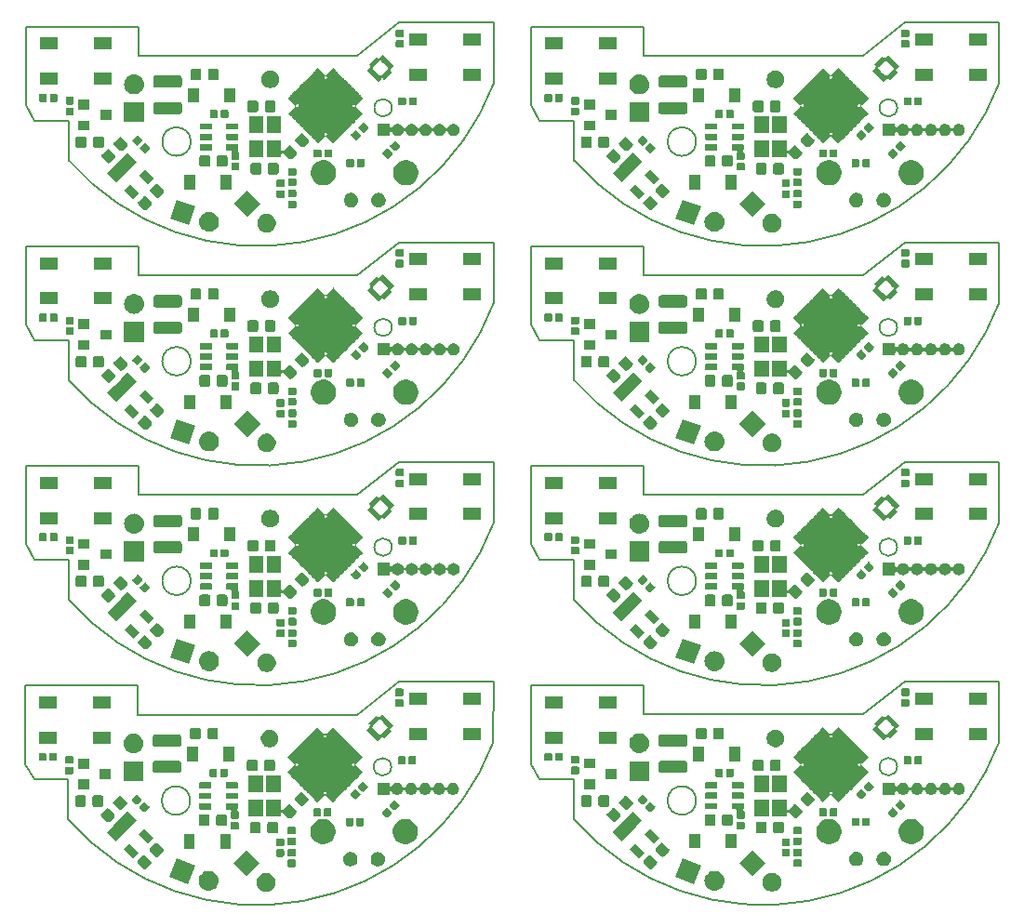
<source format=gts>
%MOIN*%
%OFA0B0*%
%FSLAX46Y46*%
%IPPOS*%
%LPD*%
%ADD10C,0.005905511811023622*%
%ADD11C,0.0039370078740157488*%
%ADD22C,0.005905511811023622*%
%ADD23C,0.0039370078740157488*%
%ADD24C,0.005905511811023622*%
%ADD25C,0.0039370078740157488*%
%ADD26C,0.005905511811023622*%
%ADD27C,0.0039370078740157488*%
%ADD28C,0.005905511811023622*%
%ADD29C,0.0039370078740157488*%
%ADD30C,0.005905511811023622*%
%ADD31C,0.0039370078740157488*%
%ADD32C,0.005905511811023622*%
%ADD33C,0.0039370078740157488*%
%ADD34C,0.005905511811023622*%
%ADD35C,0.0039370078740157488*%
G01*
D10*
X0000154527Y0000450369D02*
X0000099409Y0000450369D01*
X0000154527Y0000306669D02*
X0000154527Y0000450369D01*
X0001677575Y0000584073D02*
G75*
G02X0000154527Y0000306669I-0000844898J0000319052D01*
G01*
X0001678149Y0000800763D02*
X0001677677Y0000584034D01*
X0001338582Y0000800763D02*
X0001678149Y0000800763D01*
X0001188976Y0000682653D02*
X0001338582Y0000800763D01*
X0000403543Y0000682653D02*
X0001188976Y0000682653D01*
X0000403543Y0000786984D02*
X0000403543Y0000682653D01*
X0000000000Y0000786984D02*
X0000403543Y0000786984D01*
X0000000000Y0000505487D02*
X0000000000Y0000786984D01*
X0000031495Y0000450369D02*
X0000000000Y0000505487D01*
X0000099409Y0000450369D02*
X0000031495Y0000450369D01*
X0001312007Y0000495645D02*
G75*
G03X0001312007Y0000495645I-0000031496D01*
G01*
X0000591535Y0000374582D02*
G75*
G03X0000591535Y0000374582I-0000051181D01*
G01*
D11*
G36*
X0000872676Y0000113776D02*
X0000878774Y0000111250D01*
X0000884261Y0000107584D01*
X0000888928Y0000102917D01*
X0000892594Y0000097430D01*
X0000895120Y0000091332D01*
X0000896407Y0000084860D01*
X0000896407Y0000078260D01*
X0000895120Y0000071787D01*
X0000892594Y0000065690D01*
X0000888928Y0000060202D01*
X0000884261Y0000055535D01*
X0000878774Y0000051869D01*
X0000872676Y0000049343D01*
X0000866203Y0000048056D01*
X0000859604Y0000048056D01*
X0000853131Y0000049343D01*
X0000847033Y0000051869D01*
X0000841546Y0000055535D01*
X0000836879Y0000060202D01*
X0000833213Y0000065690D01*
X0000830687Y0000071787D01*
X0000829400Y0000078260D01*
X0000829400Y0000084860D01*
X0000830687Y0000091332D01*
X0000833213Y0000097430D01*
X0000836879Y0000102917D01*
X0000841546Y0000107584D01*
X0000847033Y0000111250D01*
X0000853131Y0000113776D01*
X0000859604Y0000115064D01*
X0000866203Y0000115064D01*
X0000872676Y0000113776D01*
X0000872676Y0000113776D01*
G37*
G36*
X0000661273Y0000122058D02*
X0000663879Y0000121801D01*
X0000668337Y0000120449D01*
X0000670566Y0000119773D01*
X0000676023Y0000116856D01*
X0000676728Y0000116479D01*
X0000678135Y0000115324D01*
X0000682130Y0000112046D01*
X0000685408Y0000108052D01*
X0000686562Y0000106645D01*
X0000686562Y0000106645D01*
X0000689856Y0000100482D01*
X0000689856Y0000100482D01*
X0000691885Y0000093796D01*
X0000692569Y0000086842D01*
X0000691885Y0000079888D01*
X0000690577Y0000075578D01*
X0000689856Y0000073201D01*
X0000686939Y0000067744D01*
X0000686562Y0000067039D01*
X0000685455Y0000065690D01*
X0000682130Y0000061638D01*
X0000678135Y0000058360D01*
X0000676728Y0000057205D01*
X0000676728Y0000057205D01*
X0000670566Y0000053911D01*
X0000668337Y0000053235D01*
X0000663879Y0000051883D01*
X0000661273Y0000051626D01*
X0000658668Y0000051369D01*
X0000655183Y0000051369D01*
X0000652577Y0000051626D01*
X0000649972Y0000051883D01*
X0000645514Y0000053235D01*
X0000643285Y0000053911D01*
X0000637123Y0000057205D01*
X0000637123Y0000057205D01*
X0000635716Y0000058360D01*
X0000631721Y0000061638D01*
X0000628396Y0000065690D01*
X0000627288Y0000067039D01*
X0000626912Y0000067744D01*
X0000623995Y0000073201D01*
X0000623273Y0000075578D01*
X0000621966Y0000079888D01*
X0000621281Y0000086842D01*
X0000621966Y0000093796D01*
X0000623995Y0000100482D01*
X0000623995Y0000100482D01*
X0000627288Y0000106645D01*
X0000627288Y0000106645D01*
X0000628443Y0000108052D01*
X0000631721Y0000112046D01*
X0000635716Y0000115324D01*
X0000637123Y0000116479D01*
X0000637827Y0000116856D01*
X0000643285Y0000119773D01*
X0000645514Y0000120449D01*
X0000649972Y0000121801D01*
X0000652577Y0000122058D01*
X0000655183Y0000122314D01*
X0000658668Y0000122314D01*
X0000661273Y0000122058D01*
X0000661273Y0000122058D01*
G37*
G36*
X0000608422Y0000142245D02*
X0000584157Y0000075578D01*
X0000517491Y0000099843D01*
X0000541755Y0000166509D01*
X0000608422Y0000142245D01*
X0000608422Y0000142245D01*
G37*
G36*
X0000840688Y0000151157D02*
X0000793306Y0000103775D01*
X0000745925Y0000151157D01*
X0000793306Y0000198539D01*
X0000840688Y0000151157D01*
X0000840688Y0000151157D01*
G37*
G36*
X0000427150Y0000179037D02*
X0000428487Y0000178631D01*
X0000429720Y0000177972D01*
X0000430989Y0000176930D01*
X0000449814Y0000158106D01*
X0000450855Y0000156837D01*
X0000451514Y0000155604D01*
X0000451920Y0000154266D01*
X0000452057Y0000152875D01*
X0000451920Y0000151483D01*
X0000451514Y0000150146D01*
X0000450855Y0000148913D01*
X0000449814Y0000147644D01*
X0000433077Y0000130907D01*
X0000431808Y0000129866D01*
X0000430575Y0000129207D01*
X0000429238Y0000128801D01*
X0000427846Y0000128664D01*
X0000426455Y0000128801D01*
X0000425117Y0000129207D01*
X0000423884Y0000129866D01*
X0000422615Y0000130907D01*
X0000403791Y0000149732D01*
X0000402749Y0000151001D01*
X0000402090Y0000152234D01*
X0000401684Y0000153571D01*
X0000401547Y0000154963D01*
X0000401684Y0000156354D01*
X0000402090Y0000157692D01*
X0000402749Y0000158925D01*
X0000403791Y0000160194D01*
X0000420527Y0000176930D01*
X0000421796Y0000177972D01*
X0000423029Y0000178631D01*
X0000424367Y0000179037D01*
X0000425758Y0000179174D01*
X0000427150Y0000179037D01*
X0000427150Y0000179037D01*
G37*
G36*
X0000965824Y0000163294D02*
X0000966635Y0000163048D01*
X0000967383Y0000162648D01*
X0000968039Y0000162110D01*
X0000968577Y0000161454D01*
X0000968977Y0000160706D01*
X0000969223Y0000159895D01*
X0000969330Y0000158809D01*
X0000969330Y0000140749D01*
X0000969223Y0000139663D01*
X0000968977Y0000138851D01*
X0000968577Y0000138103D01*
X0000968039Y0000137448D01*
X0000967383Y0000136910D01*
X0000966635Y0000136510D01*
X0000965824Y0000136264D01*
X0000964738Y0000136157D01*
X0000944710Y0000136157D01*
X0000943624Y0000136264D01*
X0000942812Y0000136510D01*
X0000942064Y0000136910D01*
X0000941408Y0000137448D01*
X0000940870Y0000138103D01*
X0000940471Y0000138851D01*
X0000940224Y0000139663D01*
X0000940117Y0000140749D01*
X0000940117Y0000158809D01*
X0000940224Y0000159895D01*
X0000940471Y0000160706D01*
X0000940870Y0000161454D01*
X0000941408Y0000162110D01*
X0000942064Y0000162648D01*
X0000942812Y0000163048D01*
X0000943624Y0000163294D01*
X0000944710Y0000163401D01*
X0000964738Y0000163401D01*
X0000965824Y0000163294D01*
X0000965824Y0000163294D01*
G37*
G36*
X0001271255Y0000189581D02*
X0001275919Y0000187649D01*
X0001280117Y0000184844D01*
X0001283687Y0000181275D01*
X0001283687Y0000181274D01*
X0001283687Y0000181274D01*
X0001285756Y0000178178D01*
X0001286492Y0000177077D01*
X0001288424Y0000172412D01*
X0001289409Y0000167461D01*
X0001289409Y0000162412D01*
X0001288424Y0000157460D01*
X0001286492Y0000152796D01*
X0001286492Y0000152796D01*
X0001284370Y0000149620D01*
X0001283687Y0000148598D01*
X0001280117Y0000145028D01*
X0001275919Y0000142223D01*
X0001271255Y0000140291D01*
X0001266303Y0000139306D01*
X0001261255Y0000139306D01*
X0001256303Y0000140291D01*
X0001251639Y0000142223D01*
X0001247441Y0000145028D01*
X0001243871Y0000148598D01*
X0001243188Y0000149620D01*
X0001241066Y0000152796D01*
X0001241066Y0000152796D01*
X0001239134Y0000157460D01*
X0001238149Y0000162412D01*
X0001238149Y0000167461D01*
X0001239134Y0000172412D01*
X0001241066Y0000177077D01*
X0001241802Y0000178178D01*
X0001243871Y0000181274D01*
X0001243871Y0000181274D01*
X0001243871Y0000181275D01*
X0001247441Y0000184844D01*
X0001251639Y0000187649D01*
X0001256303Y0000189581D01*
X0001261255Y0000190566D01*
X0001266303Y0000190566D01*
X0001271255Y0000189581D01*
X0001271255Y0000189581D01*
G37*
G36*
X0001172830Y0000189581D02*
X0001177494Y0000187649D01*
X0001181692Y0000184844D01*
X0001185262Y0000181275D01*
X0001185262Y0000181274D01*
X0001185262Y0000181274D01*
X0001187331Y0000178178D01*
X0001188067Y0000177077D01*
X0001189999Y0000172412D01*
X0001190984Y0000167461D01*
X0001190984Y0000162412D01*
X0001189999Y0000157460D01*
X0001188067Y0000152796D01*
X0001188067Y0000152796D01*
X0001185945Y0000149620D01*
X0001185262Y0000148598D01*
X0001181692Y0000145028D01*
X0001177494Y0000142223D01*
X0001172830Y0000140291D01*
X0001167878Y0000139306D01*
X0001162829Y0000139306D01*
X0001157878Y0000140291D01*
X0001153213Y0000142223D01*
X0001149015Y0000145028D01*
X0001145446Y0000148598D01*
X0001144763Y0000149620D01*
X0001142641Y0000152796D01*
X0001142641Y0000152796D01*
X0001140709Y0000157460D01*
X0001139724Y0000162412D01*
X0001139724Y0000167461D01*
X0001140709Y0000172412D01*
X0001142641Y0000177077D01*
X0001143377Y0000178178D01*
X0001145446Y0000181274D01*
X0001145446Y0000181274D01*
X0001145446Y0000181275D01*
X0001149015Y0000184844D01*
X0001153213Y0000187649D01*
X0001157878Y0000189581D01*
X0001162829Y0000190566D01*
X0001167878Y0000190566D01*
X0001172830Y0000189581D01*
X0001172830Y0000189581D01*
G37*
G36*
X0000406354Y0000188931D02*
X0000385419Y0000167996D01*
X0000353070Y0000200345D01*
X0000374005Y0000221280D01*
X0000406354Y0000188931D01*
X0000406354Y0000188931D01*
G37*
G36*
X0000470996Y0000222883D02*
X0000472334Y0000222477D01*
X0000473567Y0000221818D01*
X0000474835Y0000220777D01*
X0000493660Y0000201952D01*
X0000494701Y0000200683D01*
X0000495360Y0000199450D01*
X0000495766Y0000198112D01*
X0000495903Y0000196721D01*
X0000495766Y0000195330D01*
X0000495360Y0000193992D01*
X0000494701Y0000192759D01*
X0000493660Y0000191490D01*
X0000476923Y0000174753D01*
X0000475655Y0000173712D01*
X0000474422Y0000173053D01*
X0000473084Y0000172647D01*
X0000471692Y0000172510D01*
X0000470301Y0000172647D01*
X0000468963Y0000173053D01*
X0000467730Y0000173712D01*
X0000466461Y0000174753D01*
X0000447637Y0000193578D01*
X0000446596Y0000194847D01*
X0000445936Y0000196080D01*
X0000445531Y0000197418D01*
X0000445394Y0000198809D01*
X0000445531Y0000200200D01*
X0000445936Y0000201538D01*
X0000446596Y0000202771D01*
X0000447637Y0000204040D01*
X0000464374Y0000220777D01*
X0000465642Y0000221818D01*
X0000466875Y0000222477D01*
X0000468213Y0000222883D01*
X0000469604Y0000223020D01*
X0000470996Y0000222883D01*
X0000470996Y0000222883D01*
G37*
G36*
X0000924485Y0000200105D02*
X0000925297Y0000199859D01*
X0000926045Y0000199459D01*
X0000926700Y0000198921D01*
X0000927238Y0000198265D01*
X0000927638Y0000197517D01*
X0000927885Y0000196706D01*
X0000927991Y0000195620D01*
X0000927991Y0000177560D01*
X0000927885Y0000176474D01*
X0000927638Y0000175662D01*
X0000927238Y0000174914D01*
X0000926700Y0000174259D01*
X0000926045Y0000173721D01*
X0000925297Y0000173321D01*
X0000924485Y0000173075D01*
X0000923399Y0000172968D01*
X0000903371Y0000172968D01*
X0000902285Y0000173075D01*
X0000901474Y0000173321D01*
X0000900725Y0000173721D01*
X0000900070Y0000174259D01*
X0000899532Y0000174914D01*
X0000899132Y0000175662D01*
X0000898886Y0000176474D01*
X0000898779Y0000177560D01*
X0000898779Y0000195620D01*
X0000898886Y0000196706D01*
X0000899132Y0000197517D01*
X0000899532Y0000198265D01*
X0000900070Y0000198921D01*
X0000900725Y0000199459D01*
X0000901474Y0000199859D01*
X0000902285Y0000200105D01*
X0000903371Y0000200212D01*
X0000923399Y0000200212D01*
X0000924485Y0000200105D01*
X0000924485Y0000200105D01*
G37*
G36*
X0000965824Y0000201483D02*
X0000966635Y0000201237D01*
X0000967383Y0000200837D01*
X0000968039Y0000200299D01*
X0000968577Y0000199643D01*
X0000968977Y0000198895D01*
X0000969223Y0000198083D01*
X0000969330Y0000196998D01*
X0000969330Y0000178938D01*
X0000969223Y0000177852D01*
X0000968977Y0000177040D01*
X0000968577Y0000176292D01*
X0000968039Y0000175637D01*
X0000967383Y0000175099D01*
X0000966635Y0000174699D01*
X0000965824Y0000174453D01*
X0000964738Y0000174346D01*
X0000944710Y0000174346D01*
X0000943624Y0000174453D01*
X0000942812Y0000174699D01*
X0000942064Y0000175099D01*
X0000941408Y0000175637D01*
X0000940870Y0000176292D01*
X0000940471Y0000177040D01*
X0000940224Y0000177852D01*
X0000940117Y0000178938D01*
X0000940117Y0000196998D01*
X0000940224Y0000198083D01*
X0000940471Y0000198895D01*
X0000940870Y0000199643D01*
X0000941408Y0000200299D01*
X0000942064Y0000200837D01*
X0000942812Y0000201237D01*
X0000943624Y0000201483D01*
X0000944710Y0000201590D01*
X0000964738Y0000201590D01*
X0000965824Y0000201483D01*
X0000965824Y0000201483D01*
G37*
G36*
X0000607689Y0000203012D02*
X0000568240Y0000203012D01*
X0000568240Y0000254272D01*
X0000607689Y0000254272D01*
X0000607689Y0000203012D01*
X0000607689Y0000203012D01*
G37*
G36*
X0000737610Y0000203012D02*
X0000698162Y0000203012D01*
X0000698162Y0000254272D01*
X0000737610Y0000254272D01*
X0000737610Y0000203012D01*
X0000737610Y0000203012D01*
G37*
G36*
X0000924485Y0000238294D02*
X0000925297Y0000238048D01*
X0000926045Y0000237648D01*
X0000926700Y0000237110D01*
X0000927238Y0000236454D01*
X0000927638Y0000235706D01*
X0000927885Y0000234895D01*
X0000927991Y0000233809D01*
X0000927991Y0000215749D01*
X0000927885Y0000214663D01*
X0000927638Y0000213851D01*
X0000927238Y0000213103D01*
X0000926700Y0000212448D01*
X0000926045Y0000211910D01*
X0000925297Y0000211510D01*
X0000924485Y0000211264D01*
X0000923399Y0000211157D01*
X0000903371Y0000211157D01*
X0000902285Y0000211264D01*
X0000901474Y0000211510D01*
X0000900725Y0000211910D01*
X0000900070Y0000212448D01*
X0000899532Y0000213103D01*
X0000899132Y0000213851D01*
X0000898886Y0000214663D01*
X0000898779Y0000215749D01*
X0000898779Y0000233809D01*
X0000898886Y0000234895D01*
X0000899132Y0000235706D01*
X0000899532Y0000236454D01*
X0000900070Y0000237110D01*
X0000900725Y0000237648D01*
X0000901474Y0000238048D01*
X0000902285Y0000238294D01*
X0000903371Y0000238401D01*
X0000923399Y0000238401D01*
X0000924485Y0000238294D01*
X0000924485Y0000238294D01*
G37*
G36*
X0000965824Y0000242034D02*
X0000966635Y0000241788D01*
X0000967383Y0000241388D01*
X0000968039Y0000240850D01*
X0000968577Y0000240194D01*
X0000968977Y0000239446D01*
X0000969223Y0000238635D01*
X0000969330Y0000237549D01*
X0000969330Y0000219489D01*
X0000969223Y0000218403D01*
X0000968977Y0000217592D01*
X0000968577Y0000216844D01*
X0000968039Y0000216188D01*
X0000967383Y0000215650D01*
X0000966635Y0000215250D01*
X0000965824Y0000215004D01*
X0000964738Y0000214897D01*
X0000944710Y0000214897D01*
X0000943624Y0000215004D01*
X0000942812Y0000215250D01*
X0000942064Y0000215650D01*
X0000941408Y0000216188D01*
X0000940870Y0000216844D01*
X0000940471Y0000217592D01*
X0000940224Y0000218403D01*
X0000940117Y0000219489D01*
X0000940117Y0000237549D01*
X0000940224Y0000238635D01*
X0000940471Y0000239446D01*
X0000940870Y0000240194D01*
X0000941408Y0000240850D01*
X0000942064Y0000241388D01*
X0000942812Y0000241788D01*
X0000943624Y0000242034D01*
X0000944710Y0000242141D01*
X0000964738Y0000242141D01*
X0000965824Y0000242034D01*
X0000965824Y0000242034D01*
G37*
G36*
X0001375422Y0000306935D02*
X0001383669Y0000303519D01*
X0001391091Y0000298560D01*
X0001397402Y0000292248D01*
X0001402362Y0000284826D01*
X0001405778Y0000276579D01*
X0001407519Y0000267825D01*
X0001407519Y0000258898D01*
X0001405778Y0000250144D01*
X0001402362Y0000241897D01*
X0001397402Y0000234475D01*
X0001391091Y0000228163D01*
X0001383669Y0000223204D01*
X0001375422Y0000219788D01*
X0001366667Y0000218047D01*
X0001357741Y0000218047D01*
X0001348986Y0000219788D01*
X0001340739Y0000223204D01*
X0001333317Y0000228163D01*
X0001327006Y0000234475D01*
X0001322046Y0000241897D01*
X0001318631Y0000250144D01*
X0001316889Y0000258898D01*
X0001316889Y0000267825D01*
X0001318631Y0000276579D01*
X0001322046Y0000284826D01*
X0001327006Y0000292248D01*
X0001333317Y0000298560D01*
X0001340739Y0000303519D01*
X0001348986Y0000306935D01*
X0001357741Y0000308676D01*
X0001366667Y0000308676D01*
X0001375422Y0000306935D01*
X0001375422Y0000306935D01*
G37*
G36*
X0001073497Y0000308640D02*
X0001074347Y0000308185D01*
X0001075271Y0000307905D01*
X0001080146Y0000306935D01*
X0001088393Y0000303519D01*
X0001095815Y0000298560D01*
X0001102127Y0000292248D01*
X0001107086Y0000284826D01*
X0001110502Y0000276579D01*
X0001112243Y0000267825D01*
X0001112243Y0000258898D01*
X0001110502Y0000250144D01*
X0001107086Y0000241897D01*
X0001102127Y0000234475D01*
X0001095815Y0000228163D01*
X0001088393Y0000223204D01*
X0001080146Y0000219788D01*
X0001071392Y0000218047D01*
X0001062465Y0000218047D01*
X0001053711Y0000219788D01*
X0001045464Y0000223204D01*
X0001038042Y0000228163D01*
X0001031730Y0000234475D01*
X0001026771Y0000241897D01*
X0001023355Y0000250144D01*
X0001021614Y0000258898D01*
X0001021614Y0000267825D01*
X0001023355Y0000276579D01*
X0001026771Y0000284826D01*
X0001031730Y0000292248D01*
X0001038042Y0000298560D01*
X0001045464Y0000303519D01*
X0001053711Y0000306935D01*
X0001062465Y0000308676D01*
X0001070935Y0000308676D01*
X0001071895Y0000308771D01*
X0001072818Y0000309051D01*
X0001072925Y0000309109D01*
X0001073497Y0000308640D01*
X0001073497Y0000308640D01*
G37*
G36*
X0000459247Y0000241825D02*
X0000438313Y0000220890D01*
X0000405964Y0000253239D01*
X0000426899Y0000274173D01*
X0000459247Y0000241825D01*
X0000459247Y0000241825D01*
G37*
G36*
X0000398002Y0000303070D02*
X0000375035Y0000280103D01*
X0000347140Y0000252208D01*
X0000324173Y0000229241D01*
X0000291825Y0000261590D01*
X0000316239Y0000286005D01*
X0000316239Y0000286005D01*
X0000341239Y0000311004D01*
X0000341239Y0000311005D01*
X0000365653Y0000335419D01*
X0000398002Y0000303070D01*
X0000398002Y0000303070D01*
G37*
G36*
X0000965824Y0000280223D02*
X0000966635Y0000279977D01*
X0000967383Y0000279577D01*
X0000968039Y0000279039D01*
X0000968577Y0000278383D01*
X0000968977Y0000277635D01*
X0000969223Y0000276824D01*
X0000969330Y0000275738D01*
X0000969330Y0000257678D01*
X0000969223Y0000256592D01*
X0000968977Y0000255781D01*
X0000968577Y0000255033D01*
X0000968039Y0000254377D01*
X0000967383Y0000253839D01*
X0000966635Y0000253439D01*
X0000965824Y0000253193D01*
X0000964738Y0000253086D01*
X0000944710Y0000253086D01*
X0000943624Y0000253193D01*
X0000942812Y0000253439D01*
X0000942064Y0000253839D01*
X0000941408Y0000254377D01*
X0000940870Y0000255033D01*
X0000940471Y0000255781D01*
X0000940224Y0000256592D01*
X0000940117Y0000257678D01*
X0000940117Y0000275738D01*
X0000940224Y0000276824D01*
X0000940471Y0000277635D01*
X0000940870Y0000278383D01*
X0000941408Y0000279039D01*
X0000942064Y0000279577D01*
X0000942812Y0000279977D01*
X0000943624Y0000280223D01*
X0000944710Y0000280330D01*
X0000964738Y0000280330D01*
X0000965824Y0000280223D01*
X0000965824Y0000280223D01*
G37*
G36*
X0000900197Y0000297990D02*
X0000901535Y0000297584D01*
X0000902768Y0000296925D01*
X0000903849Y0000296038D01*
X0000904736Y0000294957D01*
X0000905395Y0000293724D01*
X0000905801Y0000292386D01*
X0000905962Y0000290753D01*
X0000905962Y0000264130D01*
X0000905801Y0000262497D01*
X0000905395Y0000261160D01*
X0000904736Y0000259927D01*
X0000903849Y0000258846D01*
X0000902768Y0000257959D01*
X0000901535Y0000257300D01*
X0000900197Y0000256894D01*
X0000898564Y0000256733D01*
X0000874894Y0000256733D01*
X0000873261Y0000256894D01*
X0000871923Y0000257300D01*
X0000870690Y0000257959D01*
X0000869610Y0000258846D01*
X0000868723Y0000259927D01*
X0000868064Y0000261160D01*
X0000867658Y0000262497D01*
X0000867497Y0000264130D01*
X0000867497Y0000290753D01*
X0000867658Y0000292386D01*
X0000868064Y0000293724D01*
X0000868723Y0000294957D01*
X0000869610Y0000296038D01*
X0000870690Y0000296925D01*
X0000871923Y0000297584D01*
X0000873261Y0000297990D01*
X0000874894Y0000298150D01*
X0000898564Y0000298150D01*
X0000900197Y0000297990D01*
X0000900197Y0000297990D01*
G37*
G36*
X0000838190Y0000297990D02*
X0000839527Y0000297584D01*
X0000840760Y0000296925D01*
X0000841841Y0000296038D01*
X0000842728Y0000294957D01*
X0000843387Y0000293724D01*
X0000843793Y0000292386D01*
X0000843954Y0000290753D01*
X0000843954Y0000264130D01*
X0000843793Y0000262497D01*
X0000843387Y0000261160D01*
X0000842728Y0000259927D01*
X0000841841Y0000258846D01*
X0000840760Y0000257959D01*
X0000839527Y0000257300D01*
X0000838190Y0000256894D01*
X0000836556Y0000256733D01*
X0000812886Y0000256733D01*
X0000811253Y0000256894D01*
X0000809916Y0000257300D01*
X0000808683Y0000257959D01*
X0000807602Y0000258846D01*
X0000806715Y0000259927D01*
X0000806056Y0000261160D01*
X0000805650Y0000262497D01*
X0000805489Y0000264130D01*
X0000805489Y0000290753D01*
X0000805650Y0000292386D01*
X0000806056Y0000293724D01*
X0000806715Y0000294957D01*
X0000807602Y0000296038D01*
X0000808683Y0000296925D01*
X0000809916Y0000297584D01*
X0000811253Y0000297990D01*
X0000812886Y0000298150D01*
X0000836556Y0000298150D01*
X0000838190Y0000297990D01*
X0000838190Y0000297990D01*
G37*
G36*
X0000762084Y0000298136D02*
X0000762895Y0000297890D01*
X0000763643Y0000297490D01*
X0000764299Y0000296952D01*
X0000764837Y0000296297D01*
X0000765237Y0000295549D01*
X0000765483Y0000294737D01*
X0000765590Y0000293651D01*
X0000765590Y0000275591D01*
X0000765483Y0000274506D01*
X0000765237Y0000273694D01*
X0000764837Y0000272946D01*
X0000764299Y0000272290D01*
X0000763643Y0000271752D01*
X0000762895Y0000271352D01*
X0000762084Y0000271106D01*
X0000760998Y0000270999D01*
X0000740969Y0000270999D01*
X0000739884Y0000271106D01*
X0000739072Y0000271352D01*
X0000738324Y0000271752D01*
X0000737668Y0000272290D01*
X0000737130Y0000272946D01*
X0000736730Y0000273694D01*
X0000736484Y0000274506D01*
X0000736377Y0000275591D01*
X0000736377Y0000293651D01*
X0000736484Y0000294737D01*
X0000736730Y0000295549D01*
X0000737130Y0000296297D01*
X0000737668Y0000296952D01*
X0000738324Y0000297490D01*
X0000739072Y0000297890D01*
X0000739884Y0000298136D01*
X0000740969Y0000298243D01*
X0000760998Y0000298243D01*
X0000762084Y0000298136D01*
X0000762084Y0000298136D01*
G37*
G36*
X0001210735Y0000312141D02*
X0001211547Y0000311895D01*
X0001212295Y0000311495D01*
X0001212951Y0000310957D01*
X0001213489Y0000310302D01*
X0001213889Y0000309553D01*
X0001214135Y0000308742D01*
X0001214242Y0000307656D01*
X0001214242Y0000287628D01*
X0001214135Y0000286542D01*
X0001213889Y0000285730D01*
X0001213489Y0000284982D01*
X0001212951Y0000284327D01*
X0001212295Y0000283789D01*
X0001211547Y0000283389D01*
X0001210735Y0000283142D01*
X0001209650Y0000283036D01*
X0001191590Y0000283036D01*
X0001190504Y0000283142D01*
X0001189692Y0000283389D01*
X0001188944Y0000283789D01*
X0001188289Y0000284327D01*
X0001187751Y0000284982D01*
X0001187351Y0000285730D01*
X0001187105Y0000286542D01*
X0001186998Y0000287628D01*
X0001186998Y0000307656D01*
X0001187105Y0000308742D01*
X0001187351Y0000309553D01*
X0001187751Y0000310302D01*
X0001188289Y0000310957D01*
X0001188944Y0000311495D01*
X0001189692Y0000311895D01*
X0001190504Y0000312141D01*
X0001191590Y0000312248D01*
X0001209650Y0000312248D01*
X0001210735Y0000312141D01*
X0001210735Y0000312141D01*
G37*
G36*
X0001172547Y0000312141D02*
X0001173358Y0000311895D01*
X0001174106Y0000311495D01*
X0001174762Y0000310957D01*
X0001175300Y0000310302D01*
X0001175700Y0000309553D01*
X0001175946Y0000308742D01*
X0001176053Y0000307656D01*
X0001176053Y0000287628D01*
X0001175946Y0000286542D01*
X0001175700Y0000285730D01*
X0001175300Y0000284982D01*
X0001174762Y0000284327D01*
X0001174106Y0000283789D01*
X0001173358Y0000283389D01*
X0001172547Y0000283142D01*
X0001171461Y0000283036D01*
X0001153401Y0000283036D01*
X0001152315Y0000283142D01*
X0001151503Y0000283389D01*
X0001150755Y0000283789D01*
X0001150100Y0000284327D01*
X0001149562Y0000284982D01*
X0001149162Y0000285730D01*
X0001148916Y0000286542D01*
X0001148809Y0000287628D01*
X0001148809Y0000307656D01*
X0001148916Y0000308742D01*
X0001149162Y0000309553D01*
X0001149562Y0000310302D01*
X0001150100Y0000310957D01*
X0001150755Y0000311495D01*
X0001151503Y0000311895D01*
X0001152315Y0000312141D01*
X0001153401Y0000312248D01*
X0001171461Y0000312248D01*
X0001172547Y0000312141D01*
X0001172547Y0000312141D01*
G37*
G36*
X0000654990Y0000325190D02*
X0000656327Y0000324784D01*
X0000657560Y0000324125D01*
X0000658641Y0000323238D01*
X0000659528Y0000322157D01*
X0000660187Y0000320924D01*
X0000660593Y0000319586D01*
X0000660754Y0000317953D01*
X0000660754Y0000291330D01*
X0000660593Y0000289697D01*
X0000660187Y0000288360D01*
X0000659528Y0000287127D01*
X0000658641Y0000286046D01*
X0000657560Y0000285159D01*
X0000656327Y0000284500D01*
X0000654990Y0000284094D01*
X0000653356Y0000283933D01*
X0000629686Y0000283933D01*
X0000628053Y0000284094D01*
X0000626716Y0000284500D01*
X0000625483Y0000285159D01*
X0000624402Y0000286046D01*
X0000623515Y0000287127D01*
X0000622856Y0000288360D01*
X0000622450Y0000289697D01*
X0000622289Y0000291330D01*
X0000622289Y0000317953D01*
X0000622450Y0000319586D01*
X0000622856Y0000320924D01*
X0000623515Y0000322157D01*
X0000624402Y0000323238D01*
X0000625483Y0000324125D01*
X0000626716Y0000324784D01*
X0000628053Y0000325190D01*
X0000629686Y0000325350D01*
X0000653356Y0000325350D01*
X0000654990Y0000325190D01*
X0000654990Y0000325190D01*
G37*
G36*
X0000716997Y0000325190D02*
X0000718335Y0000324784D01*
X0000719568Y0000324125D01*
X0000720649Y0000323238D01*
X0000721536Y0000322157D01*
X0000722195Y0000320924D01*
X0000722601Y0000319586D01*
X0000722762Y0000317953D01*
X0000722762Y0000291330D01*
X0000722601Y0000289697D01*
X0000722195Y0000288360D01*
X0000721536Y0000287127D01*
X0000720649Y0000286046D01*
X0000719568Y0000285159D01*
X0000718335Y0000284500D01*
X0000716997Y0000284094D01*
X0000715364Y0000283933D01*
X0000691694Y0000283933D01*
X0000690061Y0000284094D01*
X0000688723Y0000284500D01*
X0000687490Y0000285159D01*
X0000686410Y0000286046D01*
X0000685523Y0000287127D01*
X0000684864Y0000288360D01*
X0000684458Y0000289697D01*
X0000684297Y0000291330D01*
X0000684297Y0000317953D01*
X0000684458Y0000319586D01*
X0000684864Y0000320924D01*
X0000685523Y0000322157D01*
X0000686410Y0000323238D01*
X0000687490Y0000324125D01*
X0000688723Y0000324784D01*
X0000690061Y0000325190D01*
X0000691694Y0000325350D01*
X0000715364Y0000325350D01*
X0000716997Y0000325190D01*
X0000716997Y0000325190D01*
G37*
G36*
X0000296350Y0000347437D02*
X0000297687Y0000347031D01*
X0000298920Y0000346372D01*
X0000300189Y0000345330D01*
X0000319014Y0000326506D01*
X0000320055Y0000325237D01*
X0000320714Y0000324004D01*
X0000321120Y0000322666D01*
X0000321257Y0000321275D01*
X0000321120Y0000319883D01*
X0000320714Y0000318546D01*
X0000320055Y0000317313D01*
X0000319014Y0000316044D01*
X0000302277Y0000299307D01*
X0000301008Y0000298266D01*
X0000299775Y0000297607D01*
X0000298438Y0000297201D01*
X0000297046Y0000297064D01*
X0000295655Y0000297201D01*
X0000294317Y0000297607D01*
X0000293084Y0000298266D01*
X0000291815Y0000299307D01*
X0000272991Y0000318132D01*
X0000271949Y0000319401D01*
X0000271290Y0000320634D01*
X0000270884Y0000321971D01*
X0000270747Y0000323363D01*
X0000270884Y0000324754D01*
X0000271290Y0000326092D01*
X0000271949Y0000327325D01*
X0000272991Y0000328594D01*
X0000289727Y0000345330D01*
X0000290996Y0000346372D01*
X0000292229Y0000347031D01*
X0000293567Y0000347437D01*
X0000294958Y0000347574D01*
X0000296350Y0000347437D01*
X0000296350Y0000347437D01*
G37*
G36*
X0000759467Y0000365313D02*
X0000760066Y0000365132D01*
X0000760619Y0000364836D01*
X0000761103Y0000364439D01*
X0000761500Y0000363955D01*
X0000761795Y0000363403D01*
X0000761977Y0000362803D01*
X0000762062Y0000361938D01*
X0000762062Y0000346142D01*
X0000761977Y0000345277D01*
X0000761795Y0000344678D01*
X0000761500Y0000344125D01*
X0000761140Y0000343686D01*
X0000760604Y0000342884D01*
X0000760235Y0000341993D01*
X0000760046Y0000341047D01*
X0000760046Y0000340082D01*
X0000760234Y0000339136D01*
X0000760604Y0000338245D01*
X0000761140Y0000337442D01*
X0000761822Y0000336760D01*
X0000762624Y0000336224D01*
X0000763643Y0000335679D01*
X0000764299Y0000335141D01*
X0000764837Y0000334486D01*
X0000765237Y0000333738D01*
X0000765483Y0000332926D01*
X0000765590Y0000331840D01*
X0000765590Y0000313780D01*
X0000765483Y0000312695D01*
X0000765237Y0000311883D01*
X0000764837Y0000311135D01*
X0000764299Y0000310479D01*
X0000763643Y0000309941D01*
X0000762895Y0000309541D01*
X0000762084Y0000309295D01*
X0000760998Y0000309188D01*
X0000740969Y0000309188D01*
X0000739884Y0000309295D01*
X0000739072Y0000309541D01*
X0000738324Y0000309941D01*
X0000737668Y0000310479D01*
X0000737130Y0000311135D01*
X0000736730Y0000311883D01*
X0000736484Y0000312695D01*
X0000736377Y0000313780D01*
X0000736377Y0000331840D01*
X0000736484Y0000332926D01*
X0000736730Y0000333738D01*
X0000737130Y0000334486D01*
X0000737256Y0000334639D01*
X0000737792Y0000335441D01*
X0000738161Y0000336332D01*
X0000738349Y0000337278D01*
X0000738349Y0000338243D01*
X0000738161Y0000339189D01*
X0000737792Y0000340081D01*
X0000737256Y0000340883D01*
X0000736574Y0000341565D01*
X0000735771Y0000342101D01*
X0000734880Y0000342470D01*
X0000733452Y0000342682D01*
X0000722137Y0000342682D01*
X0000721272Y0000342767D01*
X0000720672Y0000342949D01*
X0000720120Y0000343244D01*
X0000719636Y0000343642D01*
X0000719239Y0000344125D01*
X0000718944Y0000344678D01*
X0000718762Y0000345277D01*
X0000718677Y0000346142D01*
X0000718677Y0000361938D01*
X0000718762Y0000362803D01*
X0000718944Y0000363403D01*
X0000719239Y0000363955D01*
X0000719636Y0000364439D01*
X0000720120Y0000364836D01*
X0000720672Y0000365132D01*
X0000721272Y0000365313D01*
X0000722137Y0000365399D01*
X0000758602Y0000365399D01*
X0000759467Y0000365313D01*
X0000759467Y0000365313D01*
G37*
G36*
X0000915451Y0000345735D02*
X0000915546Y0000344775D01*
X0000915826Y0000343852D01*
X0000916281Y0000343001D01*
X0000916893Y0000342255D01*
X0000917638Y0000341643D01*
X0000918489Y0000341189D01*
X0000919412Y0000340909D01*
X0000920373Y0000340814D01*
X0000921333Y0000340909D01*
X0000922256Y0000341189D01*
X0000923107Y0000341643D01*
X0000923852Y0000342255D01*
X0000940327Y0000358730D01*
X0000941596Y0000359772D01*
X0000942829Y0000360431D01*
X0000944167Y0000360837D01*
X0000945558Y0000360974D01*
X0000946950Y0000360837D01*
X0000948287Y0000360431D01*
X0000949520Y0000359772D01*
X0000950789Y0000358730D01*
X0000969614Y0000339906D01*
X0000970655Y0000338637D01*
X0000971314Y0000337404D01*
X0000971720Y0000336066D01*
X0000971857Y0000334675D01*
X0000971720Y0000333283D01*
X0000971314Y0000331946D01*
X0000970655Y0000330713D01*
X0000969614Y0000329444D01*
X0000952877Y0000312707D01*
X0000951608Y0000311666D01*
X0000950375Y0000311007D01*
X0000949038Y0000310601D01*
X0000947646Y0000310464D01*
X0000946255Y0000310601D01*
X0000944917Y0000311007D01*
X0000943684Y0000311666D01*
X0000942415Y0000312707D01*
X0000923852Y0000331270D01*
X0000923107Y0000331882D01*
X0000922256Y0000332337D01*
X0000921333Y0000332617D01*
X0000920373Y0000332711D01*
X0000919412Y0000332617D01*
X0000918489Y0000332337D01*
X0000917638Y0000331882D01*
X0000916893Y0000331270D01*
X0000916281Y0000330524D01*
X0000915826Y0000329673D01*
X0000915546Y0000328750D01*
X0000915451Y0000327790D01*
X0000915451Y0000318168D01*
X0000864191Y0000318168D01*
X0000864191Y0000377302D01*
X0000915451Y0000377302D01*
X0000915451Y0000345735D01*
X0000915451Y0000345735D01*
G37*
G36*
X0001296685Y0000349604D02*
X0001297497Y0000349358D01*
X0001298245Y0000348958D01*
X0001299088Y0000348266D01*
X0001313250Y0000334104D01*
X0001313942Y0000333260D01*
X0001314342Y0000332512D01*
X0001314588Y0000331701D01*
X0001314672Y0000330857D01*
X0001314588Y0000330013D01*
X0001314342Y0000329201D01*
X0001313942Y0000328453D01*
X0001313250Y0000327609D01*
X0001300480Y0000314839D01*
X0001299637Y0000314147D01*
X0001298889Y0000313747D01*
X0001298077Y0000313501D01*
X0001297233Y0000313418D01*
X0001296389Y0000313501D01*
X0001295577Y0000313747D01*
X0001294829Y0000314147D01*
X0001293986Y0000314839D01*
X0001279824Y0000329001D01*
X0001279131Y0000329845D01*
X0001278732Y0000330593D01*
X0001278485Y0000331405D01*
X0001278402Y0000332249D01*
X0001278485Y0000333093D01*
X0001278732Y0000333904D01*
X0001279131Y0000334652D01*
X0001279824Y0000335496D01*
X0001292594Y0000348266D01*
X0001293437Y0000348958D01*
X0001294185Y0000349358D01*
X0001294997Y0000349604D01*
X0001295841Y0000349687D01*
X0001296685Y0000349604D01*
X0001296685Y0000349604D01*
G37*
G36*
X0001094170Y0000346759D02*
X0001094982Y0000346512D01*
X0001095730Y0000346112D01*
X0001096385Y0000345574D01*
X0001096924Y0000344919D01*
X0001097323Y0000344171D01*
X0001097570Y0000343359D01*
X0001097677Y0000342273D01*
X0001097677Y0000322245D01*
X0001097570Y0000321159D01*
X0001097323Y0000320347D01*
X0001096924Y0000319599D01*
X0001096385Y0000318944D01*
X0001095730Y0000318406D01*
X0001094982Y0000318006D01*
X0001094170Y0000317760D01*
X0001093084Y0000317653D01*
X0001076231Y0000317653D01*
X0001075271Y0000317558D01*
X0001074347Y0000317278D01*
X0001074229Y0000317215D01*
X0001073255Y0000317938D01*
X0001072379Y0000318406D01*
X0001071723Y0000318944D01*
X0001071185Y0000319599D01*
X0001070786Y0000320347D01*
X0001070539Y0000321159D01*
X0001070432Y0000322245D01*
X0001070432Y0000342273D01*
X0001070539Y0000343359D01*
X0001070786Y0000344171D01*
X0001071185Y0000344919D01*
X0001071723Y0000345574D01*
X0001072379Y0000346112D01*
X0001073127Y0000346512D01*
X0001073939Y0000346759D01*
X0001075025Y0000346865D01*
X0001093084Y0000346865D01*
X0001094170Y0000346759D01*
X0001094170Y0000346759D01*
G37*
G36*
X0001055981Y0000346759D02*
X0001056793Y0000346512D01*
X0001057541Y0000346112D01*
X0001058197Y0000345574D01*
X0001058735Y0000344919D01*
X0001059134Y0000344171D01*
X0001059381Y0000343359D01*
X0001059488Y0000342273D01*
X0001059488Y0000322245D01*
X0001059381Y0000321159D01*
X0001059134Y0000320347D01*
X0001058735Y0000319599D01*
X0001058197Y0000318944D01*
X0001057541Y0000318406D01*
X0001056793Y0000318006D01*
X0001055981Y0000317760D01*
X0001054895Y0000317653D01*
X0001036836Y0000317653D01*
X0001035750Y0000317760D01*
X0001034938Y0000318006D01*
X0001034190Y0000318406D01*
X0001033534Y0000318944D01*
X0001032996Y0000319599D01*
X0001032597Y0000320347D01*
X0001032350Y0000321159D01*
X0001032243Y0000322245D01*
X0001032243Y0000342273D01*
X0001032350Y0000343359D01*
X0001032597Y0000344171D01*
X0001032996Y0000344919D01*
X0001033534Y0000345574D01*
X0001034190Y0000346112D01*
X0001034938Y0000346512D01*
X0001035750Y0000346759D01*
X0001036836Y0000346865D01*
X0001054895Y0000346865D01*
X0001055981Y0000346759D01*
X0001055981Y0000346759D01*
G37*
G36*
X0000852459Y0000318168D02*
X0000801199Y0000318168D01*
X0000801199Y0000377302D01*
X0000852459Y0000377302D01*
X0000852459Y0000318168D01*
X0000852459Y0000318168D01*
G37*
G36*
X0000428567Y0000369192D02*
X0000429379Y0000368945D01*
X0000430127Y0000368545D01*
X0000430970Y0000367853D01*
X0000443740Y0000355083D01*
X0000444433Y0000354240D01*
X0000444832Y0000353492D01*
X0000445079Y0000352680D01*
X0000445162Y0000351836D01*
X0000445079Y0000350992D01*
X0000444832Y0000350180D01*
X0000444433Y0000349432D01*
X0000443740Y0000348589D01*
X0000429578Y0000334427D01*
X0000428735Y0000333735D01*
X0000427987Y0000333335D01*
X0000427175Y0000333088D01*
X0000426331Y0000333005D01*
X0000425487Y0000333088D01*
X0000424675Y0000333335D01*
X0000423927Y0000333735D01*
X0000423084Y0000334427D01*
X0000410314Y0000347197D01*
X0000409622Y0000348040D01*
X0000409222Y0000348788D01*
X0000408976Y0000349600D01*
X0000408893Y0000350444D01*
X0000408976Y0000351288D01*
X0000409222Y0000352100D01*
X0000409622Y0000352848D01*
X0000410314Y0000353691D01*
X0000424476Y0000367853D01*
X0000425319Y0000368545D01*
X0000426067Y0000368945D01*
X0000426879Y0000369192D01*
X0000427723Y0000369275D01*
X0000428567Y0000369192D01*
X0000428567Y0000369192D01*
G37*
G36*
X0001323689Y0000376608D02*
X0001324500Y0000376362D01*
X0001325248Y0000375962D01*
X0001326092Y0000375270D01*
X0001340254Y0000361108D01*
X0001340946Y0000360264D01*
X0001341346Y0000359516D01*
X0001341592Y0000358704D01*
X0001341675Y0000357860D01*
X0001341592Y0000357016D01*
X0001341346Y0000356205D01*
X0001340946Y0000355457D01*
X0001340254Y0000354613D01*
X0001327484Y0000341843D01*
X0001326640Y0000341151D01*
X0001325892Y0000340751D01*
X0001325081Y0000340505D01*
X0001324237Y0000340422D01*
X0001323393Y0000340505D01*
X0001322581Y0000340751D01*
X0001321833Y0000341151D01*
X0001320989Y0000341843D01*
X0001306827Y0000356005D01*
X0001306135Y0000356848D01*
X0001305735Y0000357597D01*
X0001305489Y0000358408D01*
X0001305406Y0000359252D01*
X0001305489Y0000360096D01*
X0001305735Y0000360908D01*
X0001306135Y0000361656D01*
X0001306827Y0000362500D01*
X0001319597Y0000375270D01*
X0001320441Y0000375962D01*
X0001321189Y0000376362D01*
X0001322001Y0000376608D01*
X0001322845Y0000376691D01*
X0001323689Y0000376608D01*
X0001323689Y0000376608D01*
G37*
G36*
X0000340196Y0000391283D02*
X0000341534Y0000390877D01*
X0000342767Y0000390218D01*
X0000344035Y0000389177D01*
X0000362860Y0000370352D01*
X0000363901Y0000369083D01*
X0000364560Y0000367850D01*
X0000364966Y0000366512D01*
X0000365103Y0000365121D01*
X0000364966Y0000363730D01*
X0000364560Y0000362392D01*
X0000363901Y0000361159D01*
X0000362860Y0000359890D01*
X0000346123Y0000343153D01*
X0000344854Y0000342112D01*
X0000343622Y0000341453D01*
X0000342284Y0000341047D01*
X0000340892Y0000340910D01*
X0000339501Y0000341047D01*
X0000338163Y0000341453D01*
X0000336930Y0000342112D01*
X0000335661Y0000343153D01*
X0000316837Y0000361978D01*
X0000315796Y0000363247D01*
X0000315136Y0000364480D01*
X0000314731Y0000365818D01*
X0000314594Y0000367209D01*
X0000314731Y0000368600D01*
X0000315136Y0000369938D01*
X0000315796Y0000371171D01*
X0000316837Y0000372440D01*
X0000333574Y0000389177D01*
X0000334842Y0000390218D01*
X0000336075Y0000390877D01*
X0000337413Y0000391283D01*
X0000338804Y0000391420D01*
X0000340196Y0000391283D01*
X0000340196Y0000391283D01*
G37*
G36*
X0000664979Y0000365313D02*
X0000665578Y0000365132D01*
X0000666131Y0000364836D01*
X0000666615Y0000364439D01*
X0000667012Y0000363955D01*
X0000667307Y0000363403D01*
X0000667489Y0000362803D01*
X0000667574Y0000361938D01*
X0000667574Y0000346142D01*
X0000667489Y0000345277D01*
X0000667307Y0000344678D01*
X0000667012Y0000344125D01*
X0000666615Y0000343642D01*
X0000666131Y0000343244D01*
X0000665578Y0000342949D01*
X0000664979Y0000342767D01*
X0000664114Y0000342682D01*
X0000627649Y0000342682D01*
X0000626784Y0000342767D01*
X0000626184Y0000342949D01*
X0000625632Y0000343244D01*
X0000625148Y0000343642D01*
X0000624751Y0000344125D01*
X0000624455Y0000344678D01*
X0000624274Y0000345277D01*
X0000624188Y0000346142D01*
X0000624188Y0000361938D01*
X0000624274Y0000362803D01*
X0000624455Y0000363403D01*
X0000624751Y0000363955D01*
X0000625148Y0000364439D01*
X0000625632Y0000364836D01*
X0000626184Y0000365132D01*
X0000626784Y0000365313D01*
X0000627649Y0000365399D01*
X0000664114Y0000365399D01*
X0000664979Y0000365313D01*
X0000664979Y0000365313D01*
G37*
G36*
X0000273797Y0000393390D02*
X0000275135Y0000392984D01*
X0000276368Y0000392325D01*
X0000277449Y0000391438D01*
X0000278336Y0000390357D01*
X0000278995Y0000389124D01*
X0000279401Y0000387786D01*
X0000279562Y0000386153D01*
X0000279562Y0000359530D01*
X0000279401Y0000357897D01*
X0000278995Y0000356560D01*
X0000278336Y0000355327D01*
X0000277449Y0000354246D01*
X0000276368Y0000353359D01*
X0000275135Y0000352700D01*
X0000273797Y0000352294D01*
X0000272164Y0000352133D01*
X0000248494Y0000352133D01*
X0000246861Y0000352294D01*
X0000245523Y0000352700D01*
X0000244290Y0000353359D01*
X0000243210Y0000354246D01*
X0000242323Y0000355327D01*
X0000241664Y0000356560D01*
X0000241258Y0000357897D01*
X0000241097Y0000359530D01*
X0000241097Y0000386153D01*
X0000241258Y0000387786D01*
X0000241664Y0000389124D01*
X0000242323Y0000390357D01*
X0000243210Y0000391438D01*
X0000244290Y0000392325D01*
X0000245523Y0000392984D01*
X0000246861Y0000393390D01*
X0000248494Y0000393550D01*
X0000272164Y0000393550D01*
X0000273797Y0000393390D01*
X0000273797Y0000393390D01*
G37*
G36*
X0000211790Y0000393390D02*
X0000213127Y0000392984D01*
X0000214360Y0000392325D01*
X0000215441Y0000391438D01*
X0000216328Y0000390357D01*
X0000216987Y0000389124D01*
X0000217393Y0000387786D01*
X0000217554Y0000386153D01*
X0000217554Y0000359530D01*
X0000217393Y0000357897D01*
X0000216987Y0000356560D01*
X0000216328Y0000355327D01*
X0000215441Y0000354246D01*
X0000214360Y0000353359D01*
X0000213127Y0000352700D01*
X0000211790Y0000352294D01*
X0000210156Y0000352133D01*
X0000186486Y0000352133D01*
X0000184853Y0000352294D01*
X0000183516Y0000352700D01*
X0000182283Y0000353359D01*
X0000181202Y0000354246D01*
X0000180315Y0000355327D01*
X0000179656Y0000356560D01*
X0000179250Y0000357897D01*
X0000179089Y0000359530D01*
X0000179089Y0000386153D01*
X0000179250Y0000387786D01*
X0000179656Y0000389124D01*
X0000180315Y0000390357D01*
X0000181202Y0000391438D01*
X0000182283Y0000392325D01*
X0000183516Y0000392984D01*
X0000184853Y0000393390D01*
X0000186486Y0000393550D01*
X0000210156Y0000393550D01*
X0000211790Y0000393390D01*
X0000211790Y0000393390D01*
G37*
G36*
X0000990796Y0000404683D02*
X0000992134Y0000404277D01*
X0000993367Y0000403618D01*
X0000994635Y0000402577D01*
X0001013460Y0000383752D01*
X0001014501Y0000382483D01*
X0001015160Y0000381250D01*
X0001015566Y0000379912D01*
X0001015703Y0000378521D01*
X0001015566Y0000377130D01*
X0001015160Y0000375792D01*
X0001014501Y0000374559D01*
X0001013460Y0000373290D01*
X0000996723Y0000356553D01*
X0000995455Y0000355512D01*
X0000994222Y0000354853D01*
X0000992884Y0000354447D01*
X0000991492Y0000354310D01*
X0000990101Y0000354447D01*
X0000988763Y0000354853D01*
X0000987530Y0000355512D01*
X0000986261Y0000356553D01*
X0000967437Y0000375378D01*
X0000966396Y0000376647D01*
X0000965736Y0000377880D01*
X0000965331Y0000379218D01*
X0000965194Y0000380609D01*
X0000965331Y0000382000D01*
X0000965736Y0000383338D01*
X0000966396Y0000384571D01*
X0000967437Y0000385840D01*
X0000984174Y0000402577D01*
X0000985442Y0000403618D01*
X0000986675Y0000404277D01*
X0000988013Y0000404683D01*
X0000989404Y0000404820D01*
X0000990796Y0000404683D01*
X0000990796Y0000404683D01*
G37*
G36*
X0000401563Y0000396195D02*
X0000402375Y0000395949D01*
X0000403123Y0000395549D01*
X0000403967Y0000394857D01*
X0000416737Y0000382087D01*
X0000417429Y0000381243D01*
X0000417829Y0000380495D01*
X0000418075Y0000379684D01*
X0000418158Y0000378840D01*
X0000418075Y0000377996D01*
X0000417829Y0000377184D01*
X0000417429Y0000376436D01*
X0000416737Y0000375592D01*
X0000402575Y0000361430D01*
X0000401731Y0000360738D01*
X0000400983Y0000360338D01*
X0000400172Y0000360092D01*
X0000399327Y0000360009D01*
X0000398483Y0000360092D01*
X0000397672Y0000360338D01*
X0000396924Y0000360738D01*
X0000396080Y0000361430D01*
X0000383310Y0000374200D01*
X0000382618Y0000375044D01*
X0000382218Y0000375792D01*
X0000381972Y0000376604D01*
X0000381889Y0000377448D01*
X0000381972Y0000378292D01*
X0000382218Y0000379103D01*
X0000382618Y0000379851D01*
X0000383310Y0000380695D01*
X0000397472Y0000394857D01*
X0000398316Y0000395549D01*
X0000399064Y0000395949D01*
X0000399875Y0000396195D01*
X0000400719Y0000396278D01*
X0000401563Y0000396195D01*
X0000401563Y0000396195D01*
G37*
G36*
X0001102536Y0000637978D02*
X0001102720Y0000637922D01*
X0001102889Y0000637831D01*
X0001103226Y0000637555D01*
X0001111263Y0000629518D01*
X0001111539Y0000629181D01*
X0001111630Y0000629012D01*
X0001111685Y0000628828D01*
X0001111717Y0000628505D01*
X0001111905Y0000627559D01*
X0001112275Y0000626668D01*
X0001112811Y0000625866D01*
X0001113493Y0000625183D01*
X0001114295Y0000624647D01*
X0001115186Y0000624278D01*
X0001116132Y0000624090D01*
X0001116455Y0000624058D01*
X0001116639Y0000624003D01*
X0001116808Y0000623912D01*
X0001117145Y0000623636D01*
X0001125182Y0000615599D01*
X0001125458Y0000615262D01*
X0001125549Y0000615093D01*
X0001125605Y0000614909D01*
X0001125637Y0000614586D01*
X0001125825Y0000613640D01*
X0001126194Y0000612748D01*
X0001126730Y0000611946D01*
X0001127412Y0000611264D01*
X0001128214Y0000610728D01*
X0001129106Y0000610359D01*
X0001130052Y0000610171D01*
X0001130375Y0000610139D01*
X0001130559Y0000610083D01*
X0001130728Y0000609993D01*
X0001131065Y0000609716D01*
X0001139102Y0000601679D01*
X0001139378Y0000601343D01*
X0001139468Y0000601173D01*
X0001139524Y0000600989D01*
X0001139556Y0000600666D01*
X0001139744Y0000599720D01*
X0001140113Y0000598829D01*
X0001140650Y0000598027D01*
X0001141332Y0000597345D01*
X0001142134Y0000596809D01*
X0001143025Y0000596439D01*
X0001143971Y0000596251D01*
X0001144294Y0000596219D01*
X0001144478Y0000596164D01*
X0001144647Y0000596073D01*
X0001144984Y0000595797D01*
X0001153021Y0000587760D01*
X0001153297Y0000587423D01*
X0001153388Y0000587254D01*
X0001153444Y0000587070D01*
X0001153475Y0000586747D01*
X0001153664Y0000585801D01*
X0001154033Y0000584909D01*
X0001154569Y0000584107D01*
X0001155251Y0000583425D01*
X0001156053Y0000582889D01*
X0001156945Y0000582520D01*
X0001157890Y0000582332D01*
X0001158213Y0000582300D01*
X0001158397Y0000582244D01*
X0001158567Y0000582154D01*
X0001158903Y0000581877D01*
X0001166940Y0000573840D01*
X0001167217Y0000573504D01*
X0001167307Y0000573334D01*
X0001167363Y0000573150D01*
X0001167395Y0000572827D01*
X0001167583Y0000571881D01*
X0001167952Y0000570990D01*
X0001168488Y0000570188D01*
X0001169171Y0000569506D01*
X0001169973Y0000568970D01*
X0001170864Y0000568601D01*
X0001171810Y0000568412D01*
X0001172133Y0000568381D01*
X0001172317Y0000568325D01*
X0001172486Y0000568234D01*
X0001172823Y0000567958D01*
X0001180860Y0000559921D01*
X0001181136Y0000559584D01*
X0001181227Y0000559415D01*
X0001181282Y0000559231D01*
X0001181314Y0000558908D01*
X0001181503Y0000557962D01*
X0001181872Y0000557071D01*
X0001182408Y0000556268D01*
X0001183090Y0000555586D01*
X0001183892Y0000555050D01*
X0001184783Y0000554681D01*
X0001185729Y0000554493D01*
X0001186052Y0000554461D01*
X0001186236Y0000554405D01*
X0001186406Y0000554315D01*
X0001186742Y0000554039D01*
X0001194779Y0000546002D01*
X0001195056Y0000545665D01*
X0001195146Y0000545496D01*
X0001195202Y0000545312D01*
X0001195234Y0000544989D01*
X0001195422Y0000544042D01*
X0001195791Y0000543151D01*
X0001196327Y0000542349D01*
X0001197009Y0000541667D01*
X0001197812Y0000541131D01*
X0001198703Y0000540762D01*
X0001199649Y0000540574D01*
X0001199972Y0000540542D01*
X0001200156Y0000540486D01*
X0001200325Y0000540395D01*
X0001200662Y0000540119D01*
X0001208699Y0000532082D01*
X0001208975Y0000531745D01*
X0001209066Y0000531576D01*
X0001209121Y0000531392D01*
X0001209140Y0000531201D01*
X0001209121Y0000531010D01*
X0001209066Y0000530826D01*
X0001208975Y0000530657D01*
X0001208699Y0000530320D01*
X0001185221Y0000506842D01*
X0001184609Y0000506096D01*
X0001184154Y0000505245D01*
X0001183874Y0000504322D01*
X0001183779Y0000503362D01*
X0001183874Y0000502402D01*
X0001184154Y0000501479D01*
X0001184609Y0000500628D01*
X0001185221Y0000499882D01*
X0001208699Y0000476404D01*
X0001208975Y0000476068D01*
X0001209066Y0000475898D01*
X0001209121Y0000475715D01*
X0001209140Y0000475523D01*
X0001209121Y0000475332D01*
X0001209066Y0000475148D01*
X0001208975Y0000474979D01*
X0001208699Y0000474642D01*
X0001200662Y0000466605D01*
X0001200325Y0000466329D01*
X0001200156Y0000466238D01*
X0001199972Y0000466182D01*
X0001199649Y0000466151D01*
X0001198703Y0000465962D01*
X0001197811Y0000465593D01*
X0001197009Y0000465057D01*
X0001196327Y0000464375D01*
X0001195791Y0000463573D01*
X0001195422Y0000462682D01*
X0001195234Y0000461736D01*
X0001195202Y0000461413D01*
X0001195146Y0000461229D01*
X0001195056Y0000461059D01*
X0001194779Y0000460723D01*
X0001186742Y0000452686D01*
X0001186406Y0000452409D01*
X0001186236Y0000452319D01*
X0001186052Y0000452263D01*
X0001185729Y0000452231D01*
X0001184783Y0000452043D01*
X0001183892Y0000451674D01*
X0001183090Y0000451138D01*
X0001182408Y0000450456D01*
X0001181872Y0000449653D01*
X0001181502Y0000448762D01*
X0001181314Y0000447816D01*
X0001181282Y0000447493D01*
X0001181227Y0000447309D01*
X0001181136Y0000447140D01*
X0001180860Y0000446803D01*
X0001172823Y0000438766D01*
X0001172486Y0000438490D01*
X0001172317Y0000438399D01*
X0001172133Y0000438344D01*
X0001171810Y0000438312D01*
X0001170864Y0000438124D01*
X0001169972Y0000437754D01*
X0001169170Y0000437218D01*
X0001168488Y0000436536D01*
X0001167952Y0000435734D01*
X0001167583Y0000434843D01*
X0001167395Y0000433897D01*
X0001167363Y0000433574D01*
X0001167307Y0000433390D01*
X0001167217Y0000433221D01*
X0001166940Y0000432884D01*
X0001158903Y0000424847D01*
X0001158567Y0000424571D01*
X0001158397Y0000424480D01*
X0001158213Y0000424424D01*
X0001157890Y0000424392D01*
X0001156944Y0000424204D01*
X0001156053Y0000423835D01*
X0001155251Y0000423299D01*
X0001154569Y0000422617D01*
X0001154033Y0000421815D01*
X0001153664Y0000420923D01*
X0001153475Y0000419977D01*
X0001153444Y0000419654D01*
X0001153388Y0000419470D01*
X0001153297Y0000419301D01*
X0001153021Y0000418965D01*
X0001144984Y0000410927D01*
X0001144647Y0000410651D01*
X0001144478Y0000410561D01*
X0001144294Y0000410505D01*
X0001143971Y0000410473D01*
X0001143025Y0000410285D01*
X0001142134Y0000409916D01*
X0001141331Y0000409380D01*
X0001140649Y0000408697D01*
X0001140113Y0000407895D01*
X0001139744Y0000407004D01*
X0001139556Y0000406058D01*
X0001139524Y0000405735D01*
X0001139468Y0000405551D01*
X0001139378Y0000405382D01*
X0001139102Y0000405045D01*
X0001131065Y0000397008D01*
X0001130728Y0000396732D01*
X0001130559Y0000396641D01*
X0001130375Y0000396585D01*
X0001130052Y0000396554D01*
X0001129105Y0000396365D01*
X0001128214Y0000395996D01*
X0001127412Y0000395460D01*
X0001126730Y0000394778D01*
X0001126194Y0000393976D01*
X0001125825Y0000393084D01*
X0001125637Y0000392139D01*
X0001125605Y0000391816D01*
X0001125549Y0000391632D01*
X0001125458Y0000391462D01*
X0001125182Y0000391126D01*
X0001117145Y0000383089D01*
X0001116808Y0000382812D01*
X0001116639Y0000382722D01*
X0001116455Y0000382666D01*
X0001116132Y0000382634D01*
X0001115186Y0000382446D01*
X0001114295Y0000382077D01*
X0001113493Y0000381541D01*
X0001112810Y0000380858D01*
X0001112275Y0000380056D01*
X0001111905Y0000379165D01*
X0001111717Y0000378219D01*
X0001111685Y0000377896D01*
X0001111630Y0000377712D01*
X0001111539Y0000377543D01*
X0001111263Y0000377206D01*
X0001103226Y0000369169D01*
X0001102889Y0000368893D01*
X0001102720Y0000368802D01*
X0001102536Y0000368747D01*
X0001102345Y0000368728D01*
X0001102153Y0000368747D01*
X0001101969Y0000368802D01*
X0001101800Y0000368893D01*
X0001101463Y0000369169D01*
X0001077986Y0000392647D01*
X0001077240Y0000393259D01*
X0001076389Y0000393714D01*
X0001075466Y0000393994D01*
X0001074506Y0000394088D01*
X0001073546Y0000393994D01*
X0001072622Y0000393714D01*
X0001071772Y0000393259D01*
X0001071026Y0000392647D01*
X0001047548Y0000369169D01*
X0001047211Y0000368893D01*
X0001047042Y0000368802D01*
X0001046858Y0000368747D01*
X0001046667Y0000368728D01*
X0001046476Y0000368747D01*
X0001046292Y0000368802D01*
X0001046122Y0000368893D01*
X0001045786Y0000369169D01*
X0001037749Y0000377206D01*
X0001037472Y0000377543D01*
X0001037382Y0000377712D01*
X0001037326Y0000377896D01*
X0001037294Y0000378219D01*
X0001037106Y0000379165D01*
X0001036737Y0000380057D01*
X0001036201Y0000380859D01*
X0001035519Y0000381541D01*
X0001034716Y0000382077D01*
X0001033825Y0000382446D01*
X0001032879Y0000382634D01*
X0001032556Y0000382666D01*
X0001032372Y0000382722D01*
X0001032203Y0000382812D01*
X0001031866Y0000383089D01*
X0001023829Y0000391126D01*
X0001023553Y0000391462D01*
X0001023462Y0000391632D01*
X0001023407Y0000391816D01*
X0001023375Y0000392139D01*
X0001023187Y0000393085D01*
X0001022817Y0000393976D01*
X0001022281Y0000394778D01*
X0001021599Y0000395460D01*
X0001020797Y0000395996D01*
X0001019906Y0000396365D01*
X0001018960Y0000396554D01*
X0001018637Y0000396585D01*
X0001018453Y0000396641D01*
X0001018284Y0000396732D01*
X0001017947Y0000397008D01*
X0001013403Y0000401552D01*
X0001069380Y0000401552D01*
X0001069568Y0000400606D01*
X0001069937Y0000399715D01*
X0001070473Y0000398912D01*
X0001070798Y0000398554D01*
X0001071026Y0000398326D01*
X0001071772Y0000397714D01*
X0001072622Y0000397259D01*
X0001073546Y0000396979D01*
X0001074506Y0000396885D01*
X0001075466Y0000396979D01*
X0001076389Y0000397259D01*
X0001077240Y0000397714D01*
X0001077986Y0000398326D01*
X0001078214Y0000398554D01*
X0001078826Y0000399300D01*
X0001079281Y0000400151D01*
X0001079561Y0000401074D01*
X0001079655Y0000402034D01*
X0001079561Y0000402994D01*
X0001079281Y0000403917D01*
X0001078826Y0000404768D01*
X0001078214Y0000405514D01*
X0001077468Y0000406126D01*
X0001076617Y0000406581D01*
X0001075694Y0000406861D01*
X0001074734Y0000406955D01*
X0001074252Y0000406932D01*
X0001073795Y0000406932D01*
X0001072849Y0000406744D01*
X0001071958Y0000406374D01*
X0001071156Y0000405839D01*
X0001070474Y0000405156D01*
X0001069937Y0000404354D01*
X0001069568Y0000403463D01*
X0001069380Y0000402517D01*
X0001069380Y0000401552D01*
X0001013403Y0000401552D01*
X0001009910Y0000405045D01*
X0001009634Y0000405382D01*
X0001009543Y0000405551D01*
X0001009487Y0000405735D01*
X0001009455Y0000406058D01*
X0001009267Y0000407004D01*
X0001008898Y0000407895D01*
X0001008362Y0000408698D01*
X0001007680Y0000409380D01*
X0001006878Y0000409916D01*
X0001005986Y0000410285D01*
X0001005040Y0000410473D01*
X0001004717Y0000410505D01*
X0001004533Y0000410561D01*
X0001004364Y0000410651D01*
X0001004027Y0000410927D01*
X0000995990Y0000418965D01*
X0000995714Y0000419301D01*
X0000995624Y0000419470D01*
X0000995568Y0000419654D01*
X0000995536Y0000419977D01*
X0000995348Y0000420924D01*
X0000994979Y0000421815D01*
X0000994443Y0000422617D01*
X0000993760Y0000423299D01*
X0000992958Y0000423835D01*
X0000992067Y0000424204D01*
X0000991121Y0000424392D01*
X0000990798Y0000424424D01*
X0000990614Y0000424480D01*
X0000990445Y0000424571D01*
X0000990108Y0000424847D01*
X0000982071Y0000432884D01*
X0000981795Y0000433221D01*
X0000981704Y0000433390D01*
X0000981648Y0000433574D01*
X0000981617Y0000433897D01*
X0000981428Y0000434843D01*
X0000981059Y0000435734D01*
X0000980523Y0000436536D01*
X0000979841Y0000437219D01*
X0000979039Y0000437755D01*
X0000978147Y0000438124D01*
X0000977202Y0000438312D01*
X0000976879Y0000438344D01*
X0000976695Y0000438399D01*
X0000976525Y0000438490D01*
X0000976189Y0000438766D01*
X0000968152Y0000446803D01*
X0000967875Y0000447140D01*
X0000967785Y0000447309D01*
X0000967729Y0000447493D01*
X0000967697Y0000447816D01*
X0000967509Y0000448762D01*
X0000967140Y0000449654D01*
X0000966604Y0000450456D01*
X0000965922Y0000451138D01*
X0000965119Y0000451674D01*
X0000964228Y0000452043D01*
X0000963282Y0000452231D01*
X0000962959Y0000452263D01*
X0000962775Y0000452319D01*
X0000962606Y0000452409D01*
X0000962269Y0000452686D01*
X0000954232Y0000460723D01*
X0000953956Y0000461059D01*
X0000953865Y0000461229D01*
X0000953810Y0000461413D01*
X0000953778Y0000461736D01*
X0000953589Y0000462682D01*
X0000953220Y0000463573D01*
X0000952684Y0000464375D01*
X0000952002Y0000465057D01*
X0000951200Y0000465593D01*
X0000950309Y0000465963D01*
X0000949363Y0000466151D01*
X0000949040Y0000466182D01*
X0000948856Y0000466238D01*
X0000948686Y0000466329D01*
X0000948350Y0000466605D01*
X0000940313Y0000474642D01*
X0000940036Y0000474979D01*
X0000939946Y0000475148D01*
X0000939890Y0000475332D01*
X0000939871Y0000475523D01*
X0000939890Y0000475715D01*
X0000939946Y0000475898D01*
X0000940036Y0000476068D01*
X0000940313Y0000476404D01*
X0000963791Y0000499882D01*
X0000964403Y0000500628D01*
X0000964857Y0000501479D01*
X0000965137Y0000502402D01*
X0000965232Y0000503362D01*
X0000968028Y0000503362D01*
X0000968123Y0000502402D01*
X0000968403Y0000501479D01*
X0000968858Y0000500628D01*
X0000969470Y0000499882D01*
X0000969698Y0000499654D01*
X0000970444Y0000499042D01*
X0000971295Y0000498587D01*
X0000972218Y0000498307D01*
X0000973178Y0000498213D01*
X0000974138Y0000498307D01*
X0000975061Y0000498587D01*
X0000975912Y0000499042D01*
X0000976658Y0000499654D01*
X0000977270Y0000500400D01*
X0000977724Y0000501251D01*
X0000978004Y0000502174D01*
X0000978099Y0000503134D01*
X0000978077Y0000503590D01*
X0001170912Y0000503590D01*
X0001170936Y0000503108D01*
X0001170936Y0000502652D01*
X0001171124Y0000501706D01*
X0001171493Y0000500814D01*
X0001172029Y0000500012D01*
X0001172712Y0000499330D01*
X0001173514Y0000498794D01*
X0001174405Y0000498425D01*
X0001175351Y0000498236D01*
X0001176316Y0000498236D01*
X0001177262Y0000498425D01*
X0001178153Y0000498794D01*
X0001178956Y0000499330D01*
X0001179314Y0000499654D01*
X0001179542Y0000499882D01*
X0001180154Y0000500628D01*
X0001180608Y0000501479D01*
X0001180889Y0000502402D01*
X0001180983Y0000503362D01*
X0001180889Y0000504322D01*
X0001180608Y0000505245D01*
X0001180154Y0000506096D01*
X0001179542Y0000506842D01*
X0001179314Y0000507070D01*
X0001178568Y0000507682D01*
X0001177717Y0000508137D01*
X0001176794Y0000508417D01*
X0001175834Y0000508512D01*
X0001174874Y0000508417D01*
X0001173950Y0000508137D01*
X0001173100Y0000507682D01*
X0001172354Y0000507070D01*
X0001171742Y0000506324D01*
X0001171287Y0000505474D01*
X0001171007Y0000504550D01*
X0001170912Y0000503590D01*
X0000978077Y0000503590D01*
X0000978075Y0000503616D01*
X0000978075Y0000504072D01*
X0000977887Y0000505019D01*
X0000977518Y0000505910D01*
X0000976982Y0000506712D01*
X0000976300Y0000507394D01*
X0000975498Y0000507930D01*
X0000974607Y0000508300D01*
X0000973660Y0000508488D01*
X0000972696Y0000508488D01*
X0000971749Y0000508300D01*
X0000970858Y0000507931D01*
X0000970056Y0000507395D01*
X0000969698Y0000507070D01*
X0000969470Y0000506842D01*
X0000968858Y0000506096D01*
X0000968403Y0000505245D01*
X0000968123Y0000504322D01*
X0000968028Y0000503362D01*
X0000965232Y0000503362D01*
X0000965137Y0000504322D01*
X0000964857Y0000505245D01*
X0000964403Y0000506096D01*
X0000963791Y0000506842D01*
X0000940313Y0000530320D01*
X0000940036Y0000530657D01*
X0000939946Y0000530826D01*
X0000939890Y0000531010D01*
X0000939871Y0000531201D01*
X0000939890Y0000531392D01*
X0000939946Y0000531576D01*
X0000940036Y0000531745D01*
X0000940313Y0000532082D01*
X0000948350Y0000540119D01*
X0000948686Y0000540395D01*
X0000948856Y0000540486D01*
X0000949040Y0000540542D01*
X0000949363Y0000540574D01*
X0000950309Y0000540762D01*
X0000951200Y0000541131D01*
X0000952002Y0000541667D01*
X0000952684Y0000542349D01*
X0000953220Y0000543151D01*
X0000953590Y0000544043D01*
X0000953778Y0000544989D01*
X0000953810Y0000545312D01*
X0000953865Y0000545496D01*
X0000953956Y0000545665D01*
X0000954232Y0000546002D01*
X0000962269Y0000554039D01*
X0000962606Y0000554315D01*
X0000962775Y0000554405D01*
X0000962959Y0000554461D01*
X0000963282Y0000554493D01*
X0000964228Y0000554681D01*
X0000965120Y0000555050D01*
X0000965922Y0000555586D01*
X0000966604Y0000556269D01*
X0000967140Y0000557071D01*
X0000967509Y0000557962D01*
X0000967697Y0000558908D01*
X0000967729Y0000559231D01*
X0000967785Y0000559415D01*
X0000967875Y0000559584D01*
X0000968152Y0000559921D01*
X0000976189Y0000567958D01*
X0000976525Y0000568234D01*
X0000976695Y0000568325D01*
X0000976879Y0000568381D01*
X0000977202Y0000568412D01*
X0000978148Y0000568601D01*
X0000979039Y0000568970D01*
X0000979841Y0000569506D01*
X0000980523Y0000570188D01*
X0000981059Y0000570990D01*
X0000981428Y0000571882D01*
X0000981617Y0000572827D01*
X0000981648Y0000573150D01*
X0000981704Y0000573334D01*
X0000981795Y0000573504D01*
X0000982071Y0000573840D01*
X0000990108Y0000581877D01*
X0000990445Y0000582154D01*
X0000990614Y0000582244D01*
X0000990798Y0000582300D01*
X0000991121Y0000582332D01*
X0000992067Y0000582520D01*
X0000992958Y0000582889D01*
X0000993761Y0000583425D01*
X0000994443Y0000584108D01*
X0000994979Y0000584910D01*
X0000995348Y0000585801D01*
X0000995536Y0000586747D01*
X0000995568Y0000587070D01*
X0000995624Y0000587254D01*
X0000995714Y0000587423D01*
X0000995990Y0000587760D01*
X0001004027Y0000595797D01*
X0001004364Y0000596073D01*
X0001004533Y0000596164D01*
X0001004717Y0000596219D01*
X0001005040Y0000596251D01*
X0001005987Y0000596440D01*
X0001006878Y0000596809D01*
X0001007680Y0000597345D01*
X0001008362Y0000598027D01*
X0001008898Y0000598829D01*
X0001009267Y0000599720D01*
X0001009455Y0000600666D01*
X0001009487Y0000600989D01*
X0001009543Y0000601173D01*
X0001009634Y0000601343D01*
X0001009910Y0000601679D01*
X0001012921Y0000604690D01*
X0001069356Y0000604690D01*
X0001069451Y0000603730D01*
X0001069731Y0000602807D01*
X0001070186Y0000601956D01*
X0001070798Y0000601210D01*
X0001071543Y0000600598D01*
X0001072394Y0000600143D01*
X0001073317Y0000599863D01*
X0001074278Y0000599769D01*
X0001074760Y0000599792D01*
X0001075216Y0000599792D01*
X0001076162Y0000599981D01*
X0001077054Y0000600350D01*
X0001077856Y0000600886D01*
X0001078538Y0000601568D01*
X0001079074Y0000602370D01*
X0001079443Y0000603261D01*
X0001079631Y0000604208D01*
X0001079631Y0000605172D01*
X0001079443Y0000606118D01*
X0001079074Y0000607010D01*
X0001078538Y0000607812D01*
X0001078214Y0000608170D01*
X0001077986Y0000608398D01*
X0001077240Y0000609010D01*
X0001076389Y0000609465D01*
X0001075466Y0000609745D01*
X0001074506Y0000609840D01*
X0001073546Y0000609745D01*
X0001072622Y0000609465D01*
X0001071772Y0000609010D01*
X0001071026Y0000608398D01*
X0001070798Y0000608170D01*
X0001070186Y0000607424D01*
X0001069731Y0000606573D01*
X0001069451Y0000605650D01*
X0001069356Y0000604690D01*
X0001012921Y0000604690D01*
X0001017947Y0000609716D01*
X0001018284Y0000609993D01*
X0001018453Y0000610083D01*
X0001018637Y0000610139D01*
X0001018960Y0000610171D01*
X0001019906Y0000610359D01*
X0001020797Y0000610728D01*
X0001021599Y0000611264D01*
X0001022282Y0000611946D01*
X0001022818Y0000612749D01*
X0001023187Y0000613640D01*
X0001023375Y0000614586D01*
X0001023407Y0000614909D01*
X0001023462Y0000615093D01*
X0001023553Y0000615262D01*
X0001023829Y0000615599D01*
X0001031866Y0000623636D01*
X0001032203Y0000623912D01*
X0001032372Y0000624003D01*
X0001032556Y0000624058D01*
X0001032879Y0000624090D01*
X0001033825Y0000624278D01*
X0001034717Y0000624648D01*
X0001035519Y0000625184D01*
X0001036201Y0000625866D01*
X0001036737Y0000626668D01*
X0001037106Y0000627559D01*
X0001037294Y0000628505D01*
X0001037326Y0000628828D01*
X0001037382Y0000629012D01*
X0001037472Y0000629181D01*
X0001037749Y0000629518D01*
X0001045786Y0000637555D01*
X0001046122Y0000637831D01*
X0001046292Y0000637922D01*
X0001046476Y0000637978D01*
X0001046667Y0000637997D01*
X0001046858Y0000637978D01*
X0001047042Y0000637922D01*
X0001047211Y0000637831D01*
X0001047548Y0000637555D01*
X0001071026Y0000614077D01*
X0001071772Y0000613465D01*
X0001072622Y0000613010D01*
X0001073546Y0000612730D01*
X0001074506Y0000612636D01*
X0001075466Y0000612730D01*
X0001076389Y0000613010D01*
X0001077240Y0000613465D01*
X0001077986Y0000614077D01*
X0001101463Y0000637555D01*
X0001101800Y0000637831D01*
X0001101969Y0000637922D01*
X0001102153Y0000637978D01*
X0001102345Y0000637997D01*
X0001102536Y0000637978D01*
X0001102536Y0000637978D01*
G37*
G36*
X0001183496Y0000415549D02*
X0001184308Y0000415303D01*
X0001185056Y0000414903D01*
X0001185899Y0000414211D01*
X0001200061Y0000400049D01*
X0001200753Y0000399205D01*
X0001201153Y0000398457D01*
X0001201399Y0000397645D01*
X0001201483Y0000396801D01*
X0001201399Y0000395957D01*
X0001201153Y0000395146D01*
X0001200753Y0000394398D01*
X0001200061Y0000393554D01*
X0001187291Y0000380784D01*
X0001186448Y0000380092D01*
X0001185700Y0000379692D01*
X0001184888Y0000379446D01*
X0001184044Y0000379363D01*
X0001183200Y0000379446D01*
X0001182388Y0000379692D01*
X0001181640Y0000380092D01*
X0001180797Y0000380784D01*
X0001166635Y0000394946D01*
X0001165942Y0000395790D01*
X0001165543Y0000396538D01*
X0001165296Y0000397349D01*
X0001165213Y0000398193D01*
X0001165296Y0000399037D01*
X0001165543Y0000399849D01*
X0001165942Y0000400597D01*
X0001166635Y0000401441D01*
X0001179405Y0000414211D01*
X0001180248Y0000414903D01*
X0001180996Y0000415303D01*
X0001181808Y0000415549D01*
X0001182652Y0000415632D01*
X0001183496Y0000415549D01*
X0001183496Y0000415549D01*
G37*
G36*
X0000759467Y0000402715D02*
X0000760066Y0000402533D01*
X0000760619Y0000402238D01*
X0000761103Y0000401841D01*
X0000761500Y0000401357D01*
X0000761795Y0000400804D01*
X0000761977Y0000400205D01*
X0000762062Y0000399340D01*
X0000762062Y0000383544D01*
X0000761977Y0000382679D01*
X0000761795Y0000382080D01*
X0000761500Y0000381527D01*
X0000761103Y0000381043D01*
X0000760619Y0000380646D01*
X0000760066Y0000380351D01*
X0000759467Y0000380169D01*
X0000758602Y0000380084D01*
X0000722137Y0000380084D01*
X0000721272Y0000380169D01*
X0000720672Y0000380351D01*
X0000720120Y0000380646D01*
X0000719636Y0000381043D01*
X0000719239Y0000381527D01*
X0000718944Y0000382080D01*
X0000718762Y0000382679D01*
X0000718677Y0000383544D01*
X0000718677Y0000399340D01*
X0000718762Y0000400205D01*
X0000718944Y0000400804D01*
X0000719239Y0000401357D01*
X0000719636Y0000401841D01*
X0000720120Y0000402238D01*
X0000720672Y0000402533D01*
X0000721272Y0000402715D01*
X0000722137Y0000402800D01*
X0000758602Y0000402800D01*
X0000759467Y0000402715D01*
X0000759467Y0000402715D01*
G37*
G36*
X0000664979Y0000402715D02*
X0000665578Y0000402533D01*
X0000666131Y0000402238D01*
X0000666615Y0000401841D01*
X0000667012Y0000401357D01*
X0000667307Y0000400804D01*
X0000667489Y0000400205D01*
X0000667574Y0000399340D01*
X0000667574Y0000383544D01*
X0000667489Y0000382679D01*
X0000667307Y0000382080D01*
X0000667012Y0000381527D01*
X0000666615Y0000381043D01*
X0000666131Y0000380646D01*
X0000665578Y0000380351D01*
X0000664979Y0000380169D01*
X0000664114Y0000380084D01*
X0000627649Y0000380084D01*
X0000626784Y0000380169D01*
X0000626184Y0000380351D01*
X0000625632Y0000380646D01*
X0000625148Y0000381043D01*
X0000624751Y0000381527D01*
X0000624455Y0000382080D01*
X0000624274Y0000382679D01*
X0000624188Y0000383544D01*
X0000624188Y0000399340D01*
X0000624274Y0000400205D01*
X0000624455Y0000400804D01*
X0000624751Y0000401357D01*
X0000625148Y0000401841D01*
X0000625632Y0000402238D01*
X0000626184Y0000402533D01*
X0000626784Y0000402715D01*
X0000627649Y0000402800D01*
X0000664114Y0000402800D01*
X0000664979Y0000402715D01*
X0000664979Y0000402715D01*
G37*
G36*
X0001304763Y0000429611D02*
X0001304858Y0000428651D01*
X0001305138Y0000427728D01*
X0001305592Y0000426877D01*
X0001306205Y0000426131D01*
X0001306950Y0000425519D01*
X0001307801Y0000425064D01*
X0001308724Y0000424784D01*
X0001309684Y0000424690D01*
X0001310644Y0000424784D01*
X0001311568Y0000425064D01*
X0001312418Y0000425519D01*
X0001313164Y0000426131D01*
X0001314024Y0000427291D01*
X0001314946Y0000429015D01*
X0001317657Y0000432318D01*
X0001320960Y0000435029D01*
X0001324729Y0000437043D01*
X0001328818Y0000438284D01*
X0001332005Y0000438598D01*
X0001334136Y0000438598D01*
X0001337323Y0000438284D01*
X0001341412Y0000437043D01*
X0001345180Y0000435029D01*
X0001348484Y0000432318D01*
X0001351194Y0000429015D01*
X0001353209Y0000425247D01*
X0001353361Y0000424745D01*
X0001353730Y0000423854D01*
X0001354266Y0000423052D01*
X0001354948Y0000422370D01*
X0001355750Y0000421834D01*
X0001356642Y0000421464D01*
X0001357588Y0000421276D01*
X0001358553Y0000421276D01*
X0001359499Y0000421464D01*
X0001360390Y0000421834D01*
X0001361192Y0000422370D01*
X0001361874Y0000423052D01*
X0001362410Y0000423854D01*
X0001362780Y0000424745D01*
X0001362932Y0000425247D01*
X0001364946Y0000429015D01*
X0001367657Y0000432318D01*
X0001370960Y0000435029D01*
X0001374729Y0000437043D01*
X0001378818Y0000438284D01*
X0001382005Y0000438598D01*
X0001384136Y0000438598D01*
X0001387323Y0000438284D01*
X0001391412Y0000437043D01*
X0001395180Y0000435029D01*
X0001398484Y0000432318D01*
X0001401194Y0000429015D01*
X0001403209Y0000425247D01*
X0001403361Y0000424745D01*
X0001403730Y0000423854D01*
X0001404266Y0000423052D01*
X0001404948Y0000422370D01*
X0001405750Y0000421834D01*
X0001406642Y0000421464D01*
X0001407588Y0000421276D01*
X0001408553Y0000421276D01*
X0001409499Y0000421464D01*
X0001410390Y0000421834D01*
X0001411192Y0000422370D01*
X0001411874Y0000423052D01*
X0001412410Y0000423854D01*
X0001412780Y0000424745D01*
X0001412932Y0000425247D01*
X0001414946Y0000429015D01*
X0001417657Y0000432318D01*
X0001420960Y0000435029D01*
X0001424729Y0000437043D01*
X0001428818Y0000438284D01*
X0001432005Y0000438598D01*
X0001434136Y0000438598D01*
X0001437323Y0000438284D01*
X0001441412Y0000437043D01*
X0001445180Y0000435029D01*
X0001448484Y0000432318D01*
X0001451194Y0000429015D01*
X0001453209Y0000425247D01*
X0001453361Y0000424745D01*
X0001453730Y0000423854D01*
X0001454266Y0000423052D01*
X0001454948Y0000422370D01*
X0001455750Y0000421834D01*
X0001456642Y0000421464D01*
X0001457588Y0000421276D01*
X0001458553Y0000421276D01*
X0001459499Y0000421464D01*
X0001460390Y0000421834D01*
X0001461192Y0000422370D01*
X0001461874Y0000423052D01*
X0001462410Y0000423854D01*
X0001462780Y0000424745D01*
X0001462932Y0000425247D01*
X0001464946Y0000429015D01*
X0001467657Y0000432318D01*
X0001470960Y0000435029D01*
X0001474729Y0000437043D01*
X0001478818Y0000438284D01*
X0001482005Y0000438598D01*
X0001484136Y0000438598D01*
X0001487323Y0000438284D01*
X0001491412Y0000437043D01*
X0001495180Y0000435029D01*
X0001498484Y0000432318D01*
X0001501194Y0000429015D01*
X0001503209Y0000425247D01*
X0001503361Y0000424745D01*
X0001503730Y0000423854D01*
X0001504266Y0000423052D01*
X0001504948Y0000422370D01*
X0001505750Y0000421834D01*
X0001506642Y0000421464D01*
X0001507588Y0000421276D01*
X0001508553Y0000421276D01*
X0001509499Y0000421464D01*
X0001510390Y0000421834D01*
X0001511192Y0000422370D01*
X0001511874Y0000423052D01*
X0001512410Y0000423854D01*
X0001512780Y0000424745D01*
X0001512932Y0000425247D01*
X0001514946Y0000429015D01*
X0001517657Y0000432318D01*
X0001520960Y0000435029D01*
X0001524729Y0000437043D01*
X0001528818Y0000438284D01*
X0001532005Y0000438598D01*
X0001534136Y0000438598D01*
X0001537323Y0000438284D01*
X0001541412Y0000437043D01*
X0001545180Y0000435029D01*
X0001548484Y0000432318D01*
X0001551194Y0000429015D01*
X0001553209Y0000425247D01*
X0001554449Y0000421157D01*
X0001554868Y0000416905D01*
X0001554449Y0000412652D01*
X0001553209Y0000408563D01*
X0001551194Y0000404795D01*
X0001548484Y0000401491D01*
X0001545180Y0000398781D01*
X0001541412Y0000396766D01*
X0001537323Y0000395526D01*
X0001534136Y0000395212D01*
X0001532005Y0000395212D01*
X0001528818Y0000395526D01*
X0001524729Y0000396766D01*
X0001520960Y0000398781D01*
X0001517657Y0000401491D01*
X0001514946Y0000404795D01*
X0001512932Y0000408563D01*
X0001512779Y0000409065D01*
X0001512410Y0000409956D01*
X0001511874Y0000410758D01*
X0001511192Y0000411440D01*
X0001510390Y0000411976D01*
X0001509499Y0000412345D01*
X0001508553Y0000412533D01*
X0001507588Y0000412533D01*
X0001506642Y0000412345D01*
X0001505750Y0000411976D01*
X0001504948Y0000411440D01*
X0001504266Y0000410758D01*
X0001503730Y0000409956D01*
X0001503361Y0000409065D01*
X0001503209Y0000408563D01*
X0001501194Y0000404795D01*
X0001498484Y0000401491D01*
X0001495180Y0000398781D01*
X0001491412Y0000396766D01*
X0001487323Y0000395526D01*
X0001484136Y0000395212D01*
X0001482005Y0000395212D01*
X0001478818Y0000395526D01*
X0001474729Y0000396766D01*
X0001470960Y0000398781D01*
X0001467657Y0000401491D01*
X0001464946Y0000404795D01*
X0001462932Y0000408563D01*
X0001462779Y0000409065D01*
X0001462410Y0000409956D01*
X0001461874Y0000410758D01*
X0001461192Y0000411440D01*
X0001460390Y0000411976D01*
X0001459499Y0000412345D01*
X0001458553Y0000412533D01*
X0001457588Y0000412533D01*
X0001456642Y0000412345D01*
X0001455750Y0000411976D01*
X0001454948Y0000411440D01*
X0001454266Y0000410758D01*
X0001453730Y0000409956D01*
X0001453361Y0000409065D01*
X0001453209Y0000408563D01*
X0001451194Y0000404795D01*
X0001448484Y0000401491D01*
X0001445180Y0000398781D01*
X0001441412Y0000396766D01*
X0001437323Y0000395526D01*
X0001434136Y0000395212D01*
X0001432005Y0000395212D01*
X0001428818Y0000395526D01*
X0001424729Y0000396766D01*
X0001420960Y0000398781D01*
X0001417657Y0000401491D01*
X0001414946Y0000404795D01*
X0001412932Y0000408563D01*
X0001412779Y0000409065D01*
X0001412410Y0000409956D01*
X0001411874Y0000410758D01*
X0001411192Y0000411440D01*
X0001410390Y0000411976D01*
X0001409499Y0000412345D01*
X0001408553Y0000412533D01*
X0001407588Y0000412533D01*
X0001406642Y0000412345D01*
X0001405750Y0000411976D01*
X0001404948Y0000411440D01*
X0001404266Y0000410758D01*
X0001403730Y0000409956D01*
X0001403361Y0000409065D01*
X0001403209Y0000408563D01*
X0001401194Y0000404795D01*
X0001398484Y0000401491D01*
X0001395180Y0000398781D01*
X0001391412Y0000396766D01*
X0001387323Y0000395526D01*
X0001384136Y0000395212D01*
X0001382005Y0000395212D01*
X0001378818Y0000395526D01*
X0001374729Y0000396766D01*
X0001370960Y0000398781D01*
X0001367657Y0000401491D01*
X0001364946Y0000404795D01*
X0001362932Y0000408563D01*
X0001362779Y0000409065D01*
X0001362410Y0000409956D01*
X0001361874Y0000410758D01*
X0001361192Y0000411440D01*
X0001360390Y0000411976D01*
X0001359499Y0000412345D01*
X0001358553Y0000412533D01*
X0001357588Y0000412533D01*
X0001356642Y0000412345D01*
X0001355750Y0000411976D01*
X0001354948Y0000411440D01*
X0001354266Y0000410758D01*
X0001353730Y0000409956D01*
X0001353361Y0000409065D01*
X0001353209Y0000408563D01*
X0001351194Y0000404795D01*
X0001348484Y0000401491D01*
X0001345180Y0000398781D01*
X0001341412Y0000396766D01*
X0001337323Y0000395526D01*
X0001334136Y0000395212D01*
X0001332005Y0000395212D01*
X0001328818Y0000395526D01*
X0001324729Y0000396766D01*
X0001320960Y0000398781D01*
X0001317657Y0000401491D01*
X0001314946Y0000404795D01*
X0001314024Y0000406519D01*
X0001313489Y0000407321D01*
X0001312806Y0000408003D01*
X0001312004Y0000408539D01*
X0001311113Y0000408908D01*
X0001310167Y0000409096D01*
X0001309202Y0000409096D01*
X0001308256Y0000408908D01*
X0001307365Y0000408539D01*
X0001306562Y0000408003D01*
X0001305880Y0000407321D01*
X0001305344Y0000406518D01*
X0001304975Y0000405627D01*
X0001304763Y0000404199D01*
X0001304763Y0000395212D01*
X0001261377Y0000395212D01*
X0001261377Y0000438598D01*
X0001304763Y0000438598D01*
X0001304763Y0000429611D01*
X0001304763Y0000429611D01*
G37*
G36*
X0000915451Y0000404782D02*
X0000864191Y0000404782D01*
X0000864191Y0000463916D01*
X0000915451Y0000463916D01*
X0000915451Y0000404782D01*
X0000915451Y0000404782D01*
G37*
G36*
X0000852459Y0000404782D02*
X0000801199Y0000404782D01*
X0000801199Y0000463916D01*
X0000852459Y0000463916D01*
X0000852459Y0000404782D01*
X0000852459Y0000404782D01*
G37*
G36*
X0001210500Y0000442553D02*
X0001211311Y0000442306D01*
X0001212059Y0000441907D01*
X0001212903Y0000441214D01*
X0001227065Y0000427052D01*
X0001227757Y0000426209D01*
X0001228157Y0000425461D01*
X0001228403Y0000424649D01*
X0001228486Y0000423805D01*
X0001228403Y0000422961D01*
X0001228157Y0000422149D01*
X0001227757Y0000421401D01*
X0001227065Y0000420558D01*
X0001214295Y0000407788D01*
X0001213451Y0000407096D01*
X0001212703Y0000406696D01*
X0001211892Y0000406450D01*
X0001211048Y0000406367D01*
X0001210204Y0000406450D01*
X0001209392Y0000406696D01*
X0001208644Y0000407096D01*
X0001207800Y0000407788D01*
X0001193638Y0000421950D01*
X0001192946Y0000422793D01*
X0001192546Y0000423541D01*
X0001192300Y0000424353D01*
X0001192217Y0000425197D01*
X0001192300Y0000426041D01*
X0001192546Y0000426853D01*
X0001192946Y0000427601D01*
X0001193638Y0000428444D01*
X0001206408Y0000441214D01*
X0001207252Y0000441907D01*
X0001208000Y0000442306D01*
X0001208812Y0000442553D01*
X0001209656Y0000442636D01*
X0001210500Y0000442553D01*
X0001210500Y0000442553D01*
G37*
G36*
X0000228385Y0000414897D02*
X0000188936Y0000414897D01*
X0000188936Y0000450409D01*
X0000228385Y0000450409D01*
X0000228385Y0000414897D01*
X0000228385Y0000414897D01*
G37*
G36*
X0000664979Y0000440116D02*
X0000665578Y0000439935D01*
X0000666131Y0000439639D01*
X0000666615Y0000439242D01*
X0000667012Y0000438758D01*
X0000667307Y0000438206D01*
X0000667489Y0000437606D01*
X0000667574Y0000436741D01*
X0000667574Y0000420945D01*
X0000667489Y0000420080D01*
X0000667307Y0000419481D01*
X0000667012Y0000418929D01*
X0000666615Y0000418445D01*
X0000666131Y0000418047D01*
X0000665578Y0000417752D01*
X0000664979Y0000417570D01*
X0000664114Y0000417485D01*
X0000627649Y0000417485D01*
X0000626784Y0000417570D01*
X0000626184Y0000417752D01*
X0000625632Y0000418047D01*
X0000625148Y0000418445D01*
X0000624751Y0000418929D01*
X0000624455Y0000419481D01*
X0000624274Y0000420080D01*
X0000624188Y0000420945D01*
X0000624188Y0000436741D01*
X0000624274Y0000437606D01*
X0000624455Y0000438206D01*
X0000624751Y0000438758D01*
X0000625148Y0000439242D01*
X0000625632Y0000439639D01*
X0000626184Y0000439935D01*
X0000626784Y0000440116D01*
X0000627649Y0000440202D01*
X0000664114Y0000440202D01*
X0000664979Y0000440116D01*
X0000664979Y0000440116D01*
G37*
G36*
X0000759467Y0000440116D02*
X0000760066Y0000439935D01*
X0000760619Y0000439639D01*
X0000761103Y0000439242D01*
X0000761500Y0000438758D01*
X0000761795Y0000438206D01*
X0000761977Y0000437606D01*
X0000762062Y0000436741D01*
X0000762062Y0000420945D01*
X0000761977Y0000420080D01*
X0000761795Y0000419481D01*
X0000761500Y0000418929D01*
X0000761103Y0000418445D01*
X0000760619Y0000418047D01*
X0000760066Y0000417752D01*
X0000759467Y0000417570D01*
X0000758602Y0000417485D01*
X0000722137Y0000417485D01*
X0000721272Y0000417570D01*
X0000720672Y0000417752D01*
X0000720120Y0000418047D01*
X0000719636Y0000418445D01*
X0000719239Y0000418929D01*
X0000718944Y0000419481D01*
X0000718762Y0000420080D01*
X0000718677Y0000420945D01*
X0000718677Y0000436741D01*
X0000718762Y0000437606D01*
X0000718944Y0000438206D01*
X0000719239Y0000438758D01*
X0000719636Y0000439242D01*
X0000720120Y0000439639D01*
X0000720672Y0000439935D01*
X0000721272Y0000440116D01*
X0000722137Y0000440202D01*
X0000758602Y0000440202D01*
X0000759467Y0000440116D01*
X0000759467Y0000440116D01*
G37*
G36*
X0000423267Y0000444425D02*
X0000352322Y0000444425D01*
X0000352322Y0000515369D01*
X0000423267Y0000515369D01*
X0000423267Y0000444425D01*
X0000423267Y0000444425D01*
G37*
G36*
X0000307125Y0000452299D02*
X0000267677Y0000452299D01*
X0000267677Y0000487810D01*
X0000307125Y0000487810D01*
X0000307125Y0000452299D01*
X0000307125Y0000452299D01*
G37*
G36*
X0000684347Y0000488141D02*
X0000685158Y0000487895D01*
X0000685906Y0000487495D01*
X0000686562Y0000486957D01*
X0000687100Y0000486302D01*
X0000687500Y0000485553D01*
X0000687746Y0000484742D01*
X0000687853Y0000483656D01*
X0000687853Y0000463628D01*
X0000687746Y0000462542D01*
X0000687500Y0000461730D01*
X0000687100Y0000460982D01*
X0000686562Y0000460327D01*
X0000685906Y0000459789D01*
X0000685158Y0000459389D01*
X0000684347Y0000459142D01*
X0000683261Y0000459036D01*
X0000665201Y0000459036D01*
X0000664115Y0000459142D01*
X0000663303Y0000459389D01*
X0000662555Y0000459789D01*
X0000661900Y0000460327D01*
X0000661362Y0000460982D01*
X0000660962Y0000461730D01*
X0000660716Y0000462542D01*
X0000660609Y0000463628D01*
X0000660609Y0000483656D01*
X0000660716Y0000484742D01*
X0000660962Y0000485553D01*
X0000661362Y0000486302D01*
X0000661900Y0000486957D01*
X0000662555Y0000487495D01*
X0000663303Y0000487895D01*
X0000664115Y0000488141D01*
X0000665201Y0000488248D01*
X0000683261Y0000488248D01*
X0000684347Y0000488141D01*
X0000684347Y0000488141D01*
G37*
G36*
X0000722535Y0000488141D02*
X0000723347Y0000487895D01*
X0000724095Y0000487495D01*
X0000724751Y0000486957D01*
X0000725289Y0000486302D01*
X0000725689Y0000485553D01*
X0000725935Y0000484742D01*
X0000726042Y0000483656D01*
X0000726042Y0000463628D01*
X0000725935Y0000462542D01*
X0000725689Y0000461730D01*
X0000725289Y0000460982D01*
X0000724751Y0000460327D01*
X0000724095Y0000459789D01*
X0000723347Y0000459389D01*
X0000722535Y0000459142D01*
X0000721450Y0000459036D01*
X0000703390Y0000459036D01*
X0000702304Y0000459142D01*
X0000701492Y0000459389D01*
X0000700744Y0000459789D01*
X0000700089Y0000460327D01*
X0000699551Y0000460982D01*
X0000699151Y0000461730D01*
X0000698905Y0000462542D01*
X0000698798Y0000463628D01*
X0000698798Y0000483656D01*
X0000698905Y0000484742D01*
X0000699151Y0000485553D01*
X0000699551Y0000486302D01*
X0000700089Y0000486957D01*
X0000700744Y0000487495D01*
X0000701492Y0000487895D01*
X0000702304Y0000488141D01*
X0000703390Y0000488248D01*
X0000721450Y0000488248D01*
X0000722535Y0000488141D01*
X0000722535Y0000488141D01*
G37*
G36*
X0000168580Y0000495971D02*
X0000169391Y0000495725D01*
X0000170139Y0000495325D01*
X0000170795Y0000494787D01*
X0000171333Y0000494131D01*
X0000171733Y0000493383D01*
X0000171979Y0000492572D01*
X0000172086Y0000491486D01*
X0000172086Y0000473426D01*
X0000171979Y0000472340D01*
X0000171733Y0000471529D01*
X0000171333Y0000470781D01*
X0000170795Y0000470125D01*
X0000170139Y0000469587D01*
X0000169391Y0000469187D01*
X0000168580Y0000468941D01*
X0000167494Y0000468834D01*
X0000147465Y0000468834D01*
X0000146380Y0000468941D01*
X0000145568Y0000469187D01*
X0000144820Y0000469587D01*
X0000144164Y0000470125D01*
X0000143626Y0000470781D01*
X0000143227Y0000471529D01*
X0000142980Y0000472340D01*
X0000142873Y0000473426D01*
X0000142873Y0000491486D01*
X0000142980Y0000492572D01*
X0000143227Y0000493383D01*
X0000143626Y0000494131D01*
X0000144164Y0000494787D01*
X0000144820Y0000495325D01*
X0000145568Y0000495725D01*
X0000146380Y0000495971D01*
X0000147465Y0000496078D01*
X0000167494Y0000496078D01*
X0000168580Y0000495971D01*
X0000168580Y0000495971D01*
G37*
G36*
X0000552591Y0000516506D02*
X0000554160Y0000516030D01*
X0000555606Y0000515258D01*
X0000556873Y0000514218D01*
X0000557913Y0000512951D01*
X0000558685Y0000511505D01*
X0000559161Y0000509936D01*
X0000559346Y0000508063D01*
X0000559346Y0000481932D01*
X0000559161Y0000480059D01*
X0000558685Y0000478491D01*
X0000557913Y0000477045D01*
X0000556873Y0000475778D01*
X0000555606Y0000474738D01*
X0000554160Y0000473965D01*
X0000552591Y0000473489D01*
X0000550718Y0000473305D01*
X0000465532Y0000473305D01*
X0000463659Y0000473489D01*
X0000462091Y0000473965D01*
X0000460645Y0000474738D01*
X0000459378Y0000475778D01*
X0000458338Y0000477045D01*
X0000457565Y0000478491D01*
X0000457089Y0000480059D01*
X0000456905Y0000481932D01*
X0000456905Y0000508063D01*
X0000457089Y0000509936D01*
X0000457565Y0000511505D01*
X0000458338Y0000512951D01*
X0000459378Y0000514218D01*
X0000460645Y0000515258D01*
X0000462091Y0000516030D01*
X0000463659Y0000516506D01*
X0000465532Y0000516691D01*
X0000550718Y0000516691D01*
X0000552591Y0000516506D01*
X0000552591Y0000516506D01*
G37*
G36*
X0000889097Y0000521390D02*
X0000890435Y0000520984D01*
X0000891668Y0000520325D01*
X0000892749Y0000519438D01*
X0000893636Y0000518357D01*
X0000894295Y0000517124D01*
X0000894701Y0000515786D01*
X0000894862Y0000514153D01*
X0000894862Y0000487530D01*
X0000894701Y0000485897D01*
X0000894295Y0000484560D01*
X0000893636Y0000483327D01*
X0000892749Y0000482246D01*
X0000891668Y0000481359D01*
X0000890435Y0000480700D01*
X0000889097Y0000480294D01*
X0000887464Y0000480133D01*
X0000863794Y0000480133D01*
X0000862161Y0000480294D01*
X0000860823Y0000480700D01*
X0000859590Y0000481359D01*
X0000858510Y0000482246D01*
X0000857623Y0000483327D01*
X0000856964Y0000484560D01*
X0000856558Y0000485897D01*
X0000856397Y0000487530D01*
X0000856397Y0000514153D01*
X0000856558Y0000515786D01*
X0000856964Y0000517124D01*
X0000857623Y0000518357D01*
X0000858510Y0000519438D01*
X0000859590Y0000520325D01*
X0000860823Y0000520984D01*
X0000862161Y0000521390D01*
X0000863794Y0000521550D01*
X0000887464Y0000521550D01*
X0000889097Y0000521390D01*
X0000889097Y0000521390D01*
G37*
G36*
X0000827090Y0000521390D02*
X0000828427Y0000520984D01*
X0000829660Y0000520325D01*
X0000830741Y0000519438D01*
X0000831628Y0000518357D01*
X0000832287Y0000517124D01*
X0000832693Y0000515786D01*
X0000832854Y0000514153D01*
X0000832854Y0000487530D01*
X0000832693Y0000485897D01*
X0000832287Y0000484560D01*
X0000831628Y0000483327D01*
X0000830741Y0000482246D01*
X0000829660Y0000481359D01*
X0000828427Y0000480700D01*
X0000827090Y0000480294D01*
X0000825456Y0000480133D01*
X0000801786Y0000480133D01*
X0000800153Y0000480294D01*
X0000798816Y0000480700D01*
X0000797583Y0000481359D01*
X0000796502Y0000482246D01*
X0000795615Y0000483327D01*
X0000794956Y0000484560D01*
X0000794550Y0000485897D01*
X0000794389Y0000487530D01*
X0000794389Y0000514153D01*
X0000794550Y0000515786D01*
X0000794956Y0000517124D01*
X0000795615Y0000518357D01*
X0000796502Y0000519438D01*
X0000797583Y0000520325D01*
X0000798816Y0000520984D01*
X0000800153Y0000521390D01*
X0000801786Y0000521550D01*
X0000825456Y0000521550D01*
X0000827090Y0000521390D01*
X0000827090Y0000521390D01*
G37*
G36*
X0000228385Y0000489700D02*
X0000188936Y0000489700D01*
X0000188936Y0000525212D01*
X0000228385Y0000525212D01*
X0000228385Y0000489700D01*
X0000228385Y0000489700D01*
G37*
G36*
X0001359147Y0000533341D02*
X0001359958Y0000533095D01*
X0001360706Y0000532695D01*
X0001361362Y0000532157D01*
X0001361900Y0000531502D01*
X0001362300Y0000530753D01*
X0001362546Y0000529942D01*
X0001362653Y0000528856D01*
X0001362653Y0000508828D01*
X0001362546Y0000507742D01*
X0001362300Y0000506930D01*
X0001361900Y0000506182D01*
X0001361362Y0000505527D01*
X0001360706Y0000504989D01*
X0001359958Y0000504589D01*
X0001359147Y0000504342D01*
X0001358061Y0000504236D01*
X0001340001Y0000504236D01*
X0001338915Y0000504342D01*
X0001338103Y0000504589D01*
X0001337355Y0000504989D01*
X0001336700Y0000505527D01*
X0001336162Y0000506182D01*
X0001335762Y0000506930D01*
X0001335516Y0000507742D01*
X0001335409Y0000508828D01*
X0001335409Y0000528856D01*
X0001335516Y0000529942D01*
X0001335762Y0000530753D01*
X0001336162Y0000531502D01*
X0001336700Y0000532157D01*
X0001337355Y0000532695D01*
X0001338103Y0000533095D01*
X0001338915Y0000533341D01*
X0001340001Y0000533448D01*
X0001358061Y0000533448D01*
X0001359147Y0000533341D01*
X0001359147Y0000533341D01*
G37*
G36*
X0001397335Y0000533341D02*
X0001398147Y0000533095D01*
X0001398895Y0000532695D01*
X0001399551Y0000532157D01*
X0001400089Y0000531502D01*
X0001400489Y0000530753D01*
X0001400735Y0000529942D01*
X0001400842Y0000528856D01*
X0001400842Y0000508828D01*
X0001400735Y0000507742D01*
X0001400489Y0000506930D01*
X0001400089Y0000506182D01*
X0001399551Y0000505527D01*
X0001398895Y0000504989D01*
X0001398147Y0000504589D01*
X0001397335Y0000504342D01*
X0001396250Y0000504236D01*
X0001378190Y0000504236D01*
X0001377104Y0000504342D01*
X0001376292Y0000504589D01*
X0001375544Y0000504989D01*
X0001374889Y0000505527D01*
X0001374351Y0000506182D01*
X0001373951Y0000506930D01*
X0001373705Y0000507742D01*
X0001373598Y0000508828D01*
X0001373598Y0000528856D01*
X0001373705Y0000529942D01*
X0001373951Y0000530753D01*
X0001374351Y0000531502D01*
X0001374889Y0000532157D01*
X0001375544Y0000532695D01*
X0001376292Y0000533095D01*
X0001377104Y0000533341D01*
X0001378190Y0000533448D01*
X0001396250Y0000533448D01*
X0001397335Y0000533341D01*
X0001397335Y0000533341D01*
G37*
G36*
X0000168580Y0000534160D02*
X0000169391Y0000533914D01*
X0000170139Y0000533514D01*
X0000170795Y0000532976D01*
X0000171333Y0000532320D01*
X0000171733Y0000531572D01*
X0000171979Y0000530761D01*
X0000172086Y0000529675D01*
X0000172086Y0000511615D01*
X0000171979Y0000510529D01*
X0000171733Y0000509718D01*
X0000171333Y0000508970D01*
X0000170795Y0000508314D01*
X0000170139Y0000507776D01*
X0000169391Y0000507376D01*
X0000168580Y0000507130D01*
X0000167494Y0000507023D01*
X0000147465Y0000507023D01*
X0000146380Y0000507130D01*
X0000145568Y0000507376D01*
X0000144820Y0000507776D01*
X0000144164Y0000508314D01*
X0000143626Y0000508970D01*
X0000143227Y0000509718D01*
X0000142980Y0000510529D01*
X0000142873Y0000511615D01*
X0000142873Y0000529675D01*
X0000142980Y0000530761D01*
X0000143227Y0000531572D01*
X0000143626Y0000532320D01*
X0000144164Y0000532976D01*
X0000144820Y0000533514D01*
X0000145568Y0000533914D01*
X0000146380Y0000534160D01*
X0000147465Y0000534267D01*
X0000167494Y0000534267D01*
X0000168580Y0000534160D01*
X0000168580Y0000534160D01*
G37*
G36*
X0000750010Y0000515612D02*
X0000710562Y0000515612D01*
X0000710562Y0000566872D01*
X0000750010Y0000566872D01*
X0000750010Y0000515612D01*
X0000750010Y0000515612D01*
G37*
G36*
X0000620089Y0000515612D02*
X0000580640Y0000515612D01*
X0000580640Y0000566872D01*
X0000620089Y0000566872D01*
X0000620089Y0000515612D01*
X0000620089Y0000515612D01*
G37*
G36*
X0000109918Y0000545577D02*
X0000110730Y0000545331D01*
X0000111478Y0000544931D01*
X0000112134Y0000544393D01*
X0000112672Y0000543738D01*
X0000113071Y0000542990D01*
X0000113318Y0000542178D01*
X0000113425Y0000541092D01*
X0000113425Y0000521064D01*
X0000113318Y0000519978D01*
X0000113071Y0000519166D01*
X0000112672Y0000518418D01*
X0000112134Y0000517763D01*
X0000111478Y0000517225D01*
X0000110730Y0000516825D01*
X0000109918Y0000516579D01*
X0000108832Y0000516472D01*
X0000090773Y0000516472D01*
X0000089687Y0000516579D01*
X0000088875Y0000516825D01*
X0000088127Y0000517225D01*
X0000087471Y0000517763D01*
X0000086933Y0000518418D01*
X0000086534Y0000519166D01*
X0000086287Y0000519978D01*
X0000086180Y0000521064D01*
X0000086180Y0000541092D01*
X0000086287Y0000542178D01*
X0000086534Y0000542990D01*
X0000086933Y0000543738D01*
X0000087471Y0000544393D01*
X0000088127Y0000544931D01*
X0000088875Y0000545331D01*
X0000089687Y0000545577D01*
X0000090773Y0000545684D01*
X0000108832Y0000545684D01*
X0000109918Y0000545577D01*
X0000109918Y0000545577D01*
G37*
G36*
X0000071729Y0000545577D02*
X0000072541Y0000545331D01*
X0000073289Y0000544931D01*
X0000073945Y0000544393D01*
X0000074483Y0000543738D01*
X0000074882Y0000542990D01*
X0000075129Y0000542178D01*
X0000075236Y0000541092D01*
X0000075236Y0000521064D01*
X0000075129Y0000519978D01*
X0000074882Y0000519166D01*
X0000074483Y0000518418D01*
X0000073945Y0000517763D01*
X0000073289Y0000517225D01*
X0000072541Y0000516825D01*
X0000071729Y0000516579D01*
X0000070643Y0000516472D01*
X0000052584Y0000516472D01*
X0000051498Y0000516579D01*
X0000050686Y0000516825D01*
X0000049938Y0000517225D01*
X0000049282Y0000517763D01*
X0000048744Y0000518418D01*
X0000048345Y0000519166D01*
X0000048098Y0000519978D01*
X0000047991Y0000521064D01*
X0000047991Y0000541092D01*
X0000048098Y0000542178D01*
X0000048345Y0000542990D01*
X0000048744Y0000543738D01*
X0000049282Y0000544393D01*
X0000049938Y0000544931D01*
X0000050686Y0000545331D01*
X0000051498Y0000545577D01*
X0000052584Y0000545684D01*
X0000070643Y0000545684D01*
X0000071729Y0000545577D01*
X0000071729Y0000545577D01*
G37*
G36*
X0000392143Y0000615113D02*
X0000394748Y0000614856D01*
X0000397433Y0000614042D01*
X0000401435Y0000612828D01*
X0000405505Y0000610652D01*
X0000407597Y0000609534D01*
X0000408506Y0000608788D01*
X0000412999Y0000605101D01*
X0000416065Y0000601364D01*
X0000417432Y0000599700D01*
X0000417553Y0000599472D01*
X0000420725Y0000593537D01*
X0000420725Y0000593537D01*
X0000422754Y0000586851D01*
X0000423439Y0000579897D01*
X0000422754Y0000572943D01*
X0000421942Y0000570266D01*
X0000420725Y0000566257D01*
X0000418520Y0000562130D01*
X0000417432Y0000560094D01*
X0000417121Y0000559716D01*
X0000412999Y0000554693D01*
X0000409004Y0000551415D01*
X0000407597Y0000550260D01*
X0000407597Y0000550260D01*
X0000401435Y0000546966D01*
X0000399721Y0000546446D01*
X0000394748Y0000544938D01*
X0000392143Y0000544681D01*
X0000389537Y0000544425D01*
X0000386052Y0000544425D01*
X0000383446Y0000544681D01*
X0000380841Y0000544938D01*
X0000375868Y0000546446D01*
X0000374154Y0000546966D01*
X0000367992Y0000550260D01*
X0000367992Y0000550260D01*
X0000366585Y0000551415D01*
X0000362590Y0000554693D01*
X0000358468Y0000559716D01*
X0000358158Y0000560094D01*
X0000357070Y0000562130D01*
X0000354864Y0000566257D01*
X0000353648Y0000570266D01*
X0000352835Y0000572943D01*
X0000352151Y0000579897D01*
X0000352835Y0000586851D01*
X0000354864Y0000593537D01*
X0000354864Y0000593537D01*
X0000358036Y0000599472D01*
X0000358158Y0000599700D01*
X0000359524Y0000601364D01*
X0000362590Y0000605101D01*
X0000367083Y0000608788D01*
X0000367992Y0000609534D01*
X0000370084Y0000610652D01*
X0000374154Y0000612828D01*
X0000378156Y0000614042D01*
X0000380841Y0000614856D01*
X0000383447Y0000615113D01*
X0000386052Y0000615369D01*
X0000389537Y0000615369D01*
X0000392143Y0000615113D01*
X0000392143Y0000615113D01*
G37*
G36*
X0000885124Y0000627765D02*
X0000890863Y0000625388D01*
X0000896028Y0000621937D01*
X0000900420Y0000617545D01*
X0000903872Y0000612379D01*
X0000906249Y0000606640D01*
X0000907461Y0000600548D01*
X0000907461Y0000594336D01*
X0000906249Y0000588243D01*
X0000903872Y0000582504D01*
X0000900420Y0000577339D01*
X0000896028Y0000572947D01*
X0000890863Y0000569495D01*
X0000885124Y0000567118D01*
X0000879031Y0000565906D01*
X0000872819Y0000565906D01*
X0000866727Y0000567118D01*
X0000860988Y0000569495D01*
X0000855823Y0000572947D01*
X0000851430Y0000577339D01*
X0000847979Y0000582504D01*
X0000845602Y0000588243D01*
X0000844390Y0000594336D01*
X0000844390Y0000600548D01*
X0000845602Y0000606640D01*
X0000847979Y0000612379D01*
X0000851430Y0000617545D01*
X0000855823Y0000621937D01*
X0000860988Y0000625388D01*
X0000866727Y0000627765D01*
X0000872819Y0000628977D01*
X0000879031Y0000628977D01*
X0000885124Y0000627765D01*
X0000885124Y0000627765D01*
G37*
G36*
X0000552591Y0000610994D02*
X0000554160Y0000610518D01*
X0000555606Y0000609746D01*
X0000556873Y0000608706D01*
X0000557913Y0000607439D01*
X0000558685Y0000605993D01*
X0000559161Y0000604424D01*
X0000559346Y0000602551D01*
X0000559346Y0000576421D01*
X0000559161Y0000574548D01*
X0000558685Y0000572979D01*
X0000557913Y0000571533D01*
X0000556873Y0000570266D01*
X0000555606Y0000569226D01*
X0000554160Y0000568453D01*
X0000552591Y0000567977D01*
X0000550718Y0000567793D01*
X0000465532Y0000567793D01*
X0000463659Y0000567977D01*
X0000462091Y0000568453D01*
X0000460645Y0000569226D01*
X0000459378Y0000570266D01*
X0000458338Y0000571533D01*
X0000457565Y0000572979D01*
X0000457089Y0000574548D01*
X0000456905Y0000576421D01*
X0000456905Y0000602551D01*
X0000457089Y0000604424D01*
X0000457565Y0000605993D01*
X0000458338Y0000607439D01*
X0000459378Y0000608706D01*
X0000460645Y0000609746D01*
X0000462091Y0000610518D01*
X0000463659Y0000610994D01*
X0000465532Y0000611179D01*
X0000550718Y0000611179D01*
X0000552591Y0000610994D01*
X0000552591Y0000610994D01*
G37*
G36*
X0000114212Y0000578286D02*
X0000051141Y0000578286D01*
X0000051141Y0000621671D01*
X0000114212Y0000621671D01*
X0000114212Y0000578286D01*
X0000114212Y0000578286D01*
G37*
G36*
X0000307125Y0000578286D02*
X0000244054Y0000578286D01*
X0000244054Y0000621671D01*
X0000307125Y0000621671D01*
X0000307125Y0000578286D01*
X0000307125Y0000578286D01*
G37*
G36*
X0001289887Y0000675155D02*
X0001289888Y0000675154D01*
X0001309430Y0000655612D01*
X0001309430Y0000655612D01*
X0001319870Y0000645172D01*
X0001309013Y0000634315D01*
X0001308401Y0000633569D01*
X0001307946Y0000632718D01*
X0001307666Y0000631795D01*
X0001307571Y0000630835D01*
X0001307666Y0000629875D01*
X0001307946Y0000628952D01*
X0001308401Y0000628101D01*
X0001309013Y0000627355D01*
X0001312910Y0000623458D01*
X0001285572Y0000596120D01*
X0001281675Y0000600017D01*
X0001280929Y0000600630D01*
X0001280078Y0000601084D01*
X0001279155Y0000601364D01*
X0001278195Y0000601459D01*
X0001277235Y0000601364D01*
X0001276312Y0000601084D01*
X0001275461Y0000600630D01*
X0001274715Y0000600017D01*
X0001263858Y0000589160D01*
X0001253418Y0000599600D01*
X0001253418Y0000599600D01*
X0001233876Y0000619143D01*
X0001233876Y0000619143D01*
X0001223436Y0000629582D01*
X0001231648Y0000637795D01*
X0001244099Y0000637795D01*
X0001244193Y0000636835D01*
X0001244473Y0000635912D01*
X0001244928Y0000635061D01*
X0001245540Y0000634315D01*
X0001252917Y0000626938D01*
X0001252917Y0000626938D01*
X0001261213Y0000618642D01*
X0001261214Y0000618642D01*
X0001268591Y0000611264D01*
X0001269336Y0000610652D01*
X0001270187Y0000610198D01*
X0001271110Y0000609918D01*
X0001272070Y0000609823D01*
X0001273031Y0000609918D01*
X0001273954Y0000610198D01*
X0001274805Y0000610652D01*
X0001275550Y0000611264D01*
X0001297766Y0000633480D01*
X0001298378Y0000634226D01*
X0001298832Y0000635076D01*
X0001299113Y0000636000D01*
X0001299207Y0000636960D01*
X0001299113Y0000637920D01*
X0001298832Y0000638843D01*
X0001298378Y0000639694D01*
X0001297766Y0000640440D01*
X0001290389Y0000647817D01*
X0001290388Y0000647817D01*
X0001282092Y0000656113D01*
X0001282092Y0000656113D01*
X0001274715Y0000663490D01*
X0001273969Y0000664102D01*
X0001273119Y0000664557D01*
X0001272195Y0000664837D01*
X0001271235Y0000664931D01*
X0001270275Y0000664837D01*
X0001269352Y0000664557D01*
X0001268501Y0000664102D01*
X0001267755Y0000663490D01*
X0001245540Y0000641275D01*
X0001244928Y0000640529D01*
X0001244473Y0000639678D01*
X0001244193Y0000638755D01*
X0001244099Y0000637795D01*
X0001231648Y0000637795D01*
X0001234293Y0000640440D01*
X0001234905Y0000641185D01*
X0001235360Y0000642036D01*
X0001235640Y0000642959D01*
X0001235735Y0000643919D01*
X0001235640Y0000644879D01*
X0001235360Y0000645803D01*
X0001234905Y0000646653D01*
X0001234293Y0000647399D01*
X0001230396Y0000651297D01*
X0001257733Y0000678634D01*
X0001261631Y0000674737D01*
X0001262377Y0000674125D01*
X0001263227Y0000673670D01*
X0001264151Y0000673390D01*
X0001265111Y0000673296D01*
X0001266071Y0000673390D01*
X0001266994Y0000673670D01*
X0001267845Y0000674125D01*
X0001268591Y0000674737D01*
X0001279448Y0000685594D01*
X0001289887Y0000675155D01*
X0001289887Y0000675155D01*
G37*
G36*
X0001631928Y0000592062D02*
X0001568858Y0000592062D01*
X0001568858Y0000635448D01*
X0001631928Y0000635448D01*
X0001631928Y0000592062D01*
X0001631928Y0000592062D01*
G37*
G36*
X0001439015Y0000592062D02*
X0001375944Y0000592062D01*
X0001375944Y0000635448D01*
X0001439015Y0000635448D01*
X0001439015Y0000592062D01*
X0001439015Y0000592062D01*
G37*
G36*
X0000623390Y0000635790D02*
X0000624727Y0000635384D01*
X0000625960Y0000634725D01*
X0000627041Y0000633838D01*
X0000627928Y0000632757D01*
X0000628587Y0000631524D01*
X0000628993Y0000630186D01*
X0000629154Y0000628553D01*
X0000629154Y0000601930D01*
X0000628993Y0000600297D01*
X0000628587Y0000598960D01*
X0000627928Y0000597727D01*
X0000627041Y0000596646D01*
X0000625960Y0000595759D01*
X0000624727Y0000595100D01*
X0000623390Y0000594694D01*
X0000621756Y0000594533D01*
X0000598086Y0000594533D01*
X0000596453Y0000594694D01*
X0000595116Y0000595100D01*
X0000593883Y0000595759D01*
X0000592802Y0000596646D01*
X0000591915Y0000597727D01*
X0000591256Y0000598960D01*
X0000590850Y0000600297D01*
X0000590689Y0000601930D01*
X0000590689Y0000628553D01*
X0000590850Y0000630186D01*
X0000591256Y0000631524D01*
X0000591915Y0000632757D01*
X0000592802Y0000633838D01*
X0000593883Y0000634725D01*
X0000595116Y0000635384D01*
X0000596453Y0000635790D01*
X0000598086Y0000635950D01*
X0000621756Y0000635950D01*
X0000623390Y0000635790D01*
X0000623390Y0000635790D01*
G37*
G36*
X0000685397Y0000635790D02*
X0000686735Y0000635384D01*
X0000687968Y0000634725D01*
X0000689049Y0000633838D01*
X0000689936Y0000632757D01*
X0000690595Y0000631524D01*
X0000691001Y0000630186D01*
X0000691162Y0000628553D01*
X0000691162Y0000601930D01*
X0000691001Y0000600297D01*
X0000690595Y0000598960D01*
X0000689936Y0000597727D01*
X0000689049Y0000596646D01*
X0000687968Y0000595759D01*
X0000686735Y0000595100D01*
X0000685397Y0000594694D01*
X0000683764Y0000594533D01*
X0000660094Y0000594533D01*
X0000658461Y0000594694D01*
X0000657123Y0000595100D01*
X0000655890Y0000595759D01*
X0000654810Y0000596646D01*
X0000653923Y0000597727D01*
X0000653264Y0000598960D01*
X0000652858Y0000600297D01*
X0000652697Y0000601930D01*
X0000652697Y0000628553D01*
X0000652858Y0000630186D01*
X0000653264Y0000631524D01*
X0000653923Y0000632757D01*
X0000654810Y0000633838D01*
X0000655890Y0000634725D01*
X0000657123Y0000635384D01*
X0000658461Y0000635790D01*
X0000660094Y0000635950D01*
X0000683764Y0000635950D01*
X0000685397Y0000635790D01*
X0000685397Y0000635790D01*
G37*
G36*
X0000307125Y0000704270D02*
X0000244054Y0000704270D01*
X0000244054Y0000747656D01*
X0000307125Y0000747656D01*
X0000307125Y0000704270D01*
X0000307125Y0000704270D01*
G37*
G36*
X0000114212Y0000704270D02*
X0000051141Y0000704270D01*
X0000051141Y0000747656D01*
X0000114212Y0000747656D01*
X0000114212Y0000704270D01*
X0000114212Y0000704270D01*
G37*
G36*
X0001351650Y0000738097D02*
X0001352462Y0000737851D01*
X0001353210Y0000737451D01*
X0001353866Y0000736913D01*
X0001354404Y0000736257D01*
X0001354804Y0000735509D01*
X0001355050Y0000734698D01*
X0001355157Y0000733612D01*
X0001355157Y0000715552D01*
X0001355050Y0000714466D01*
X0001354804Y0000713655D01*
X0001354404Y0000712907D01*
X0001353866Y0000712251D01*
X0001353210Y0000711713D01*
X0001352462Y0000711313D01*
X0001351650Y0000711067D01*
X0001350565Y0000710960D01*
X0001330536Y0000710960D01*
X0001329451Y0000711067D01*
X0001328639Y0000711313D01*
X0001327891Y0000711713D01*
X0001327235Y0000712251D01*
X0001326697Y0000712907D01*
X0001326297Y0000713655D01*
X0001326051Y0000714466D01*
X0001325944Y0000715552D01*
X0001325944Y0000733612D01*
X0001326051Y0000734698D01*
X0001326297Y0000735509D01*
X0001326697Y0000736257D01*
X0001327235Y0000736913D01*
X0001327891Y0000737451D01*
X0001328639Y0000737851D01*
X0001329451Y0000738097D01*
X0001330536Y0000738204D01*
X0001350565Y0000738204D01*
X0001351650Y0000738097D01*
X0001351650Y0000738097D01*
G37*
G36*
X0001439015Y0000718047D02*
X0001375944Y0000718047D01*
X0001375944Y0000761432D01*
X0001439015Y0000761432D01*
X0001439015Y0000718047D01*
X0001439015Y0000718047D01*
G37*
G36*
X0001631928Y0000718047D02*
X0001568858Y0000718047D01*
X0001568858Y0000761432D01*
X0001631928Y0000761432D01*
X0001631928Y0000718047D01*
X0001631928Y0000718047D01*
G37*
G36*
X0001351650Y0000776286D02*
X0001352462Y0000776040D01*
X0001353210Y0000775640D01*
X0001353866Y0000775102D01*
X0001354404Y0000774446D01*
X0001354804Y0000773698D01*
X0001355050Y0000772887D01*
X0001355157Y0000771801D01*
X0001355157Y0000753741D01*
X0001355050Y0000752655D01*
X0001354804Y0000751844D01*
X0001354404Y0000751096D01*
X0001353866Y0000750440D01*
X0001353210Y0000749902D01*
X0001352462Y0000749502D01*
X0001351650Y0000749256D01*
X0001350565Y0000749149D01*
X0001330536Y0000749149D01*
X0001329451Y0000749256D01*
X0001328639Y0000749502D01*
X0001327891Y0000749902D01*
X0001327235Y0000750440D01*
X0001326697Y0000751096D01*
X0001326297Y0000751844D01*
X0001326051Y0000752655D01*
X0001325944Y0000753741D01*
X0001325944Y0000771801D01*
X0001326051Y0000772887D01*
X0001326297Y0000773698D01*
X0001326697Y0000774446D01*
X0001327235Y0000775102D01*
X0001327891Y0000775640D01*
X0001328639Y0000776040D01*
X0001329451Y0000776286D01*
X0001330536Y0000776393D01*
X0001350565Y0000776393D01*
X0001351650Y0000776286D01*
X0001351650Y0000776286D01*
G37*
G04 next file*
G04 Gerber Fmt 4.6, Leading zero omitted, Abs format (unit mm)*
G04 Created by KiCad (PCBNEW 5.0.1-33cea8e~68~ubuntu18.04.1) date Di 04 Dez 2018 23:45:32 CET*
G01*
G04 APERTURE LIST*
G04 APERTURE END LIST*
D22*
X0001967519Y0000450787D02*
X0001912401Y0000450787D01*
X0001967519Y0000307086D02*
X0001967519Y0000450787D01*
X0003490567Y0000584490D02*
G75*
G02X0001967519Y0000307086I-0000844898J0000319052D01*
G01*
X0003491141Y0000801181D02*
X0003490669Y0000584452D01*
X0003151574Y0000801181D02*
X0003491141Y0000801181D01*
X0003001968Y0000683070D02*
X0003151574Y0000801181D01*
X0002216535Y0000683070D02*
X0003001968Y0000683070D01*
X0002216535Y0000787401D02*
X0002216535Y0000683070D01*
X0001812992Y0000787401D02*
X0002216535Y0000787401D01*
X0001812992Y0000505905D02*
X0001812992Y0000787401D01*
X0001844488Y0000450787D02*
X0001812992Y0000505905D01*
X0001912401Y0000450787D02*
X0001844488Y0000450787D01*
X0003125000Y0000496062D02*
G75*
G03X0003125000Y0000496062I-0000031496D01*
G01*
X0002404527Y0000375000D02*
G75*
G03X0002404527Y0000375000I-0000051181D01*
G01*
D23*
G36*
X0002685669Y0000114194D02*
X0002691766Y0000111668D01*
X0002697253Y0000108001D01*
X0002701920Y0000103335D01*
X0002705587Y0000097847D01*
X0002708112Y0000091750D01*
X0002709400Y0000085277D01*
X0002709400Y0000078677D01*
X0002708112Y0000072204D01*
X0002705587Y0000066107D01*
X0002701920Y0000060620D01*
X0002697253Y0000055953D01*
X0002691766Y0000052286D01*
X0002685669Y0000049761D01*
X0002679196Y0000048473D01*
X0002672596Y0000048473D01*
X0002666123Y0000049761D01*
X0002660026Y0000052286D01*
X0002654538Y0000055953D01*
X0002649872Y0000060620D01*
X0002646205Y0000066107D01*
X0002643679Y0000072204D01*
X0002642392Y0000078677D01*
X0002642392Y0000085277D01*
X0002643679Y0000091750D01*
X0002646205Y0000097847D01*
X0002649872Y0000103335D01*
X0002654538Y0000108001D01*
X0002660026Y0000111668D01*
X0002666123Y0000114194D01*
X0002672596Y0000115481D01*
X0002679196Y0000115481D01*
X0002685669Y0000114194D01*
X0002685669Y0000114194D01*
G37*
G36*
X0002474266Y0000122475D02*
X0002476871Y0000122219D01*
X0002481329Y0000120866D01*
X0002483558Y0000120190D01*
X0002489016Y0000117273D01*
X0002489720Y0000116896D01*
X0002491127Y0000115742D01*
X0002495122Y0000112463D01*
X0002498400Y0000108469D01*
X0002499555Y0000107062D01*
X0002499555Y0000107062D01*
X0002502848Y0000100900D01*
X0002502848Y0000100900D01*
X0002504877Y0000094213D01*
X0002505562Y0000087259D01*
X0002504877Y0000080305D01*
X0002503570Y0000075996D01*
X0002502848Y0000073619D01*
X0002499931Y0000068161D01*
X0002499555Y0000067457D01*
X0002498447Y0000066107D01*
X0002495122Y0000062055D01*
X0002491127Y0000058777D01*
X0002489720Y0000057622D01*
X0002489720Y0000057622D01*
X0002483558Y0000054329D01*
X0002481329Y0000053652D01*
X0002476871Y0000052300D01*
X0002474266Y0000052043D01*
X0002471660Y0000051787D01*
X0002468175Y0000051787D01*
X0002465570Y0000052043D01*
X0002462964Y0000052300D01*
X0002458506Y0000053652D01*
X0002456277Y0000054329D01*
X0002450115Y0000057622D01*
X0002450115Y0000057622D01*
X0002448708Y0000058777D01*
X0002444713Y0000062055D01*
X0002441388Y0000066107D01*
X0002440281Y0000067457D01*
X0002439904Y0000068161D01*
X0002436987Y0000073619D01*
X0002436266Y0000075996D01*
X0002434958Y0000080305D01*
X0002434274Y0000087259D01*
X0002434958Y0000094213D01*
X0002436987Y0000100900D01*
X0002436987Y0000100900D01*
X0002440281Y0000107062D01*
X0002440281Y0000107062D01*
X0002441435Y0000108469D01*
X0002444713Y0000112463D01*
X0002448708Y0000115742D01*
X0002450115Y0000116896D01*
X0002450820Y0000117273D01*
X0002456277Y0000120190D01*
X0002458506Y0000120866D01*
X0002462964Y0000122219D01*
X0002465569Y0000122475D01*
X0002468175Y0000122732D01*
X0002471660Y0000122732D01*
X0002474266Y0000122475D01*
X0002474266Y0000122475D01*
G37*
G36*
X0002421414Y0000142662D02*
X0002397149Y0000075996D01*
X0002330483Y0000100260D01*
X0002354747Y0000166927D01*
X0002421414Y0000142662D01*
X0002421414Y0000142662D01*
G37*
G36*
X0002653680Y0000151574D02*
X0002606299Y0000104193D01*
X0002558917Y0000151574D01*
X0002606299Y0000198956D01*
X0002653680Y0000151574D01*
X0002653680Y0000151574D01*
G37*
G36*
X0002240142Y0000179454D02*
X0002241480Y0000179048D01*
X0002242713Y0000178389D01*
X0002243981Y0000177348D01*
X0002262806Y0000158523D01*
X0002263847Y0000157254D01*
X0002264506Y0000156021D01*
X0002264912Y0000154684D01*
X0002265049Y0000153292D01*
X0002264912Y0000151901D01*
X0002264506Y0000150563D01*
X0002263847Y0000149330D01*
X0002262806Y0000148061D01*
X0002246069Y0000131325D01*
X0002244801Y0000130283D01*
X0002243568Y0000129624D01*
X0002242230Y0000129218D01*
X0002240838Y0000129081D01*
X0002239447Y0000129218D01*
X0002238109Y0000129624D01*
X0002236876Y0000130283D01*
X0002235607Y0000131325D01*
X0002216783Y0000150149D01*
X0002215742Y0000151418D01*
X0002215083Y0000152651D01*
X0002214677Y0000153989D01*
X0002214540Y0000155380D01*
X0002214677Y0000156772D01*
X0002215083Y0000158109D01*
X0002215742Y0000159342D01*
X0002216783Y0000160611D01*
X0002233520Y0000177348D01*
X0002234788Y0000178389D01*
X0002236021Y0000179048D01*
X0002237359Y0000179454D01*
X0002238751Y0000179591D01*
X0002240142Y0000179454D01*
X0002240142Y0000179454D01*
G37*
G36*
X0002778816Y0000163711D02*
X0002779628Y0000163465D01*
X0002780376Y0000163065D01*
X0002781031Y0000162527D01*
X0002781569Y0000161872D01*
X0002781969Y0000161124D01*
X0002782215Y0000160312D01*
X0002782322Y0000159226D01*
X0002782322Y0000141166D01*
X0002782215Y0000140081D01*
X0002781969Y0000139269D01*
X0002781569Y0000138521D01*
X0002781031Y0000137865D01*
X0002780376Y0000137327D01*
X0002779628Y0000136927D01*
X0002778816Y0000136681D01*
X0002777730Y0000136574D01*
X0002757702Y0000136574D01*
X0002756616Y0000136681D01*
X0002755804Y0000136927D01*
X0002755056Y0000137327D01*
X0002754401Y0000137865D01*
X0002753863Y0000138521D01*
X0002753463Y0000139269D01*
X0002753217Y0000140081D01*
X0002753110Y0000141166D01*
X0002753110Y0000159226D01*
X0002753217Y0000160312D01*
X0002753463Y0000161124D01*
X0002753863Y0000161872D01*
X0002754401Y0000162527D01*
X0002755056Y0000163065D01*
X0002755804Y0000163465D01*
X0002756616Y0000163711D01*
X0002757702Y0000163818D01*
X0002777730Y0000163818D01*
X0002778816Y0000163711D01*
X0002778816Y0000163711D01*
G37*
G36*
X0003084247Y0000189999D02*
X0003088911Y0000188067D01*
X0003093109Y0000185262D01*
X0003096679Y0000181692D01*
X0003096679Y0000181692D01*
X0003096679Y0000181692D01*
X0003098748Y0000178596D01*
X0003099484Y0000177494D01*
X0003101416Y0000172830D01*
X0003102401Y0000167878D01*
X0003102401Y0000162829D01*
X0003101416Y0000157878D01*
X0003099484Y0000153214D01*
X0003099484Y0000153214D01*
X0003097362Y0000150038D01*
X0003096679Y0000149016D01*
X0003093109Y0000145446D01*
X0003088911Y0000142641D01*
X0003084247Y0000140709D01*
X0003079296Y0000139724D01*
X0003074247Y0000139724D01*
X0003069295Y0000140709D01*
X0003064631Y0000142641D01*
X0003060433Y0000145446D01*
X0003056863Y0000149016D01*
X0003056180Y0000150038D01*
X0003054058Y0000153214D01*
X0003054058Y0000153214D01*
X0003052126Y0000157878D01*
X0003051141Y0000162829D01*
X0003051141Y0000167878D01*
X0003052126Y0000172830D01*
X0003054058Y0000177494D01*
X0003054794Y0000178596D01*
X0003056863Y0000181692D01*
X0003056863Y0000181692D01*
X0003056863Y0000181692D01*
X0003060433Y0000185262D01*
X0003064631Y0000188067D01*
X0003069295Y0000189999D01*
X0003074247Y0000190984D01*
X0003079296Y0000190984D01*
X0003084247Y0000189999D01*
X0003084247Y0000189999D01*
G37*
G36*
X0002985822Y0000189999D02*
X0002990486Y0000188067D01*
X0002994684Y0000185262D01*
X0002998254Y0000181692D01*
X0002998254Y0000181692D01*
X0002998254Y0000181692D01*
X0003000323Y0000178596D01*
X0003001059Y0000177494D01*
X0003002991Y0000172830D01*
X0003003976Y0000167878D01*
X0003003976Y0000162829D01*
X0003002991Y0000157878D01*
X0003001059Y0000153214D01*
X0003001059Y0000153214D01*
X0002998937Y0000150038D01*
X0002998254Y0000149016D01*
X0002994684Y0000145446D01*
X0002990486Y0000142641D01*
X0002985822Y0000140709D01*
X0002980870Y0000139724D01*
X0002975822Y0000139724D01*
X0002970870Y0000140709D01*
X0002966206Y0000142641D01*
X0002962008Y0000145446D01*
X0002958438Y0000149016D01*
X0002957755Y0000150038D01*
X0002955633Y0000153214D01*
X0002955633Y0000153214D01*
X0002953701Y0000157878D01*
X0002952716Y0000162829D01*
X0002952716Y0000167878D01*
X0002953701Y0000172830D01*
X0002955633Y0000177494D01*
X0002956369Y0000178596D01*
X0002958438Y0000181692D01*
X0002958438Y0000181692D01*
X0002958438Y0000181692D01*
X0002962008Y0000185262D01*
X0002966206Y0000188067D01*
X0002970870Y0000189999D01*
X0002975822Y0000190984D01*
X0002980870Y0000190984D01*
X0002985822Y0000189999D01*
X0002985822Y0000189999D01*
G37*
G36*
X0002219346Y0000189348D02*
X0002198411Y0000168413D01*
X0002166062Y0000200762D01*
X0002186997Y0000221697D01*
X0002219346Y0000189348D01*
X0002219346Y0000189348D01*
G37*
G36*
X0002283988Y0000223300D02*
X0002285326Y0000222894D01*
X0002286559Y0000222235D01*
X0002287828Y0000221194D01*
X0002306652Y0000202369D01*
X0002307694Y0000201101D01*
X0002308353Y0000199868D01*
X0002308758Y0000198530D01*
X0002308896Y0000197138D01*
X0002308758Y0000195747D01*
X0002308353Y0000194409D01*
X0002307694Y0000193176D01*
X0002306652Y0000191908D01*
X0002289916Y0000175171D01*
X0002288647Y0000174130D01*
X0002287414Y0000173471D01*
X0002286076Y0000173065D01*
X0002284685Y0000172928D01*
X0002283293Y0000173065D01*
X0002281956Y0000173471D01*
X0002280723Y0000174130D01*
X0002279454Y0000175171D01*
X0002260629Y0000193995D01*
X0002259588Y0000195264D01*
X0002258929Y0000196497D01*
X0002258523Y0000197835D01*
X0002258386Y0000199226D01*
X0002258523Y0000200618D01*
X0002258929Y0000201956D01*
X0002259588Y0000203189D01*
X0002260629Y0000204457D01*
X0002277366Y0000221194D01*
X0002278635Y0000222235D01*
X0002279868Y0000222894D01*
X0002281205Y0000223300D01*
X0002282597Y0000223437D01*
X0002283988Y0000223300D01*
X0002283988Y0000223300D01*
G37*
G36*
X0002737477Y0000200522D02*
X0002738289Y0000200276D01*
X0002739037Y0000199876D01*
X0002739693Y0000199338D01*
X0002740231Y0000198683D01*
X0002740631Y0000197935D01*
X0002740877Y0000197123D01*
X0002740984Y0000196037D01*
X0002740984Y0000177977D01*
X0002740877Y0000176892D01*
X0002740631Y0000176080D01*
X0002740231Y0000175332D01*
X0002739693Y0000174676D01*
X0002739037Y0000174138D01*
X0002738289Y0000173738D01*
X0002737477Y0000173492D01*
X0002736392Y0000173385D01*
X0002716363Y0000173385D01*
X0002715278Y0000173492D01*
X0002714466Y0000173738D01*
X0002713718Y0000174138D01*
X0002713062Y0000174676D01*
X0002712524Y0000175332D01*
X0002712124Y0000176080D01*
X0002711878Y0000176892D01*
X0002711771Y0000177977D01*
X0002711771Y0000196037D01*
X0002711878Y0000197123D01*
X0002712124Y0000197935D01*
X0002712524Y0000198683D01*
X0002713062Y0000199338D01*
X0002713718Y0000199876D01*
X0002714466Y0000200276D01*
X0002715278Y0000200522D01*
X0002716363Y0000200629D01*
X0002736392Y0000200629D01*
X0002737477Y0000200522D01*
X0002737477Y0000200522D01*
G37*
G36*
X0002778816Y0000201900D02*
X0002779628Y0000201654D01*
X0002780376Y0000201254D01*
X0002781031Y0000200716D01*
X0002781569Y0000200061D01*
X0002781969Y0000199313D01*
X0002782215Y0000198501D01*
X0002782322Y0000197415D01*
X0002782322Y0000179355D01*
X0002782215Y0000178270D01*
X0002781969Y0000177458D01*
X0002781569Y0000176710D01*
X0002781031Y0000176054D01*
X0002780376Y0000175516D01*
X0002779628Y0000175116D01*
X0002778816Y0000174870D01*
X0002777730Y0000174763D01*
X0002757702Y0000174763D01*
X0002756616Y0000174870D01*
X0002755804Y0000175116D01*
X0002755056Y0000175516D01*
X0002754401Y0000176054D01*
X0002753863Y0000176710D01*
X0002753463Y0000177458D01*
X0002753217Y0000178270D01*
X0002753110Y0000179355D01*
X0002753110Y0000197415D01*
X0002753217Y0000198501D01*
X0002753463Y0000199313D01*
X0002753863Y0000200061D01*
X0002754401Y0000200716D01*
X0002755056Y0000201254D01*
X0002755804Y0000201654D01*
X0002756616Y0000201900D01*
X0002757702Y0000202007D01*
X0002777730Y0000202007D01*
X0002778816Y0000201900D01*
X0002778816Y0000201900D01*
G37*
G36*
X0002420681Y0000203429D02*
X0002381233Y0000203429D01*
X0002381233Y0000254689D01*
X0002420681Y0000254689D01*
X0002420681Y0000203429D01*
X0002420681Y0000203429D01*
G37*
G36*
X0002550603Y0000203429D02*
X0002511154Y0000203429D01*
X0002511154Y0000254689D01*
X0002550603Y0000254689D01*
X0002550603Y0000203429D01*
X0002550603Y0000203429D01*
G37*
G36*
X0002737477Y0000238711D02*
X0002738289Y0000238465D01*
X0002739037Y0000238065D01*
X0002739693Y0000237527D01*
X0002740231Y0000236872D01*
X0002740631Y0000236124D01*
X0002740877Y0000235312D01*
X0002740984Y0000234226D01*
X0002740984Y0000216166D01*
X0002740877Y0000215081D01*
X0002740631Y0000214269D01*
X0002740231Y0000213521D01*
X0002739693Y0000212865D01*
X0002739037Y0000212327D01*
X0002738289Y0000211927D01*
X0002737477Y0000211681D01*
X0002736392Y0000211574D01*
X0002716363Y0000211574D01*
X0002715278Y0000211681D01*
X0002714466Y0000211927D01*
X0002713718Y0000212327D01*
X0002713062Y0000212865D01*
X0002712524Y0000213521D01*
X0002712124Y0000214269D01*
X0002711878Y0000215081D01*
X0002711771Y0000216166D01*
X0002711771Y0000234226D01*
X0002711878Y0000235312D01*
X0002712124Y0000236124D01*
X0002712524Y0000236872D01*
X0002713062Y0000237527D01*
X0002713718Y0000238065D01*
X0002714466Y0000238465D01*
X0002715278Y0000238711D01*
X0002716363Y0000238818D01*
X0002736392Y0000238818D01*
X0002737477Y0000238711D01*
X0002737477Y0000238711D01*
G37*
G36*
X0002778816Y0000242452D02*
X0002779628Y0000242205D01*
X0002780376Y0000241806D01*
X0002781031Y0000241268D01*
X0002781569Y0000240612D01*
X0002781969Y0000239864D01*
X0002782215Y0000239052D01*
X0002782322Y0000237966D01*
X0002782322Y0000219907D01*
X0002782215Y0000218821D01*
X0002781969Y0000218009D01*
X0002781569Y0000217261D01*
X0002781031Y0000216605D01*
X0002780376Y0000216067D01*
X0002779628Y0000215668D01*
X0002778816Y0000215421D01*
X0002777730Y0000215314D01*
X0002757702Y0000215314D01*
X0002756616Y0000215421D01*
X0002755804Y0000215668D01*
X0002755056Y0000216067D01*
X0002754401Y0000216605D01*
X0002753863Y0000217261D01*
X0002753463Y0000218009D01*
X0002753217Y0000218821D01*
X0002753110Y0000219907D01*
X0002753110Y0000237966D01*
X0002753217Y0000239052D01*
X0002753463Y0000239864D01*
X0002753863Y0000240612D01*
X0002754401Y0000241268D01*
X0002755056Y0000241806D01*
X0002755804Y0000242205D01*
X0002756616Y0000242452D01*
X0002757702Y0000242559D01*
X0002777730Y0000242559D01*
X0002778816Y0000242452D01*
X0002778816Y0000242452D01*
G37*
G36*
X0003188414Y0000307353D02*
X0003196661Y0000303937D01*
X0003204083Y0000298977D01*
X0003210395Y0000292666D01*
X0003215354Y0000285244D01*
X0003218770Y0000276997D01*
X0003220511Y0000268242D01*
X0003220511Y0000259316D01*
X0003218770Y0000250561D01*
X0003215354Y0000242314D01*
X0003210395Y0000234892D01*
X0003204083Y0000228581D01*
X0003196661Y0000223621D01*
X0003188414Y0000220205D01*
X0003179660Y0000218464D01*
X0003170733Y0000218464D01*
X0003161978Y0000220205D01*
X0003153732Y0000223621D01*
X0003146310Y0000228581D01*
X0003139998Y0000234892D01*
X0003135039Y0000242314D01*
X0003131623Y0000250561D01*
X0003129881Y0000259316D01*
X0003129881Y0000268242D01*
X0003131623Y0000276997D01*
X0003135039Y0000285244D01*
X0003139998Y0000292666D01*
X0003146310Y0000298977D01*
X0003153732Y0000303937D01*
X0003161978Y0000307353D01*
X0003170733Y0000309094D01*
X0003179660Y0000309094D01*
X0003188414Y0000307353D01*
X0003188414Y0000307353D01*
G37*
G36*
X0002886489Y0000309057D02*
X0002887340Y0000308602D01*
X0002888263Y0000308322D01*
X0002893139Y0000307353D01*
X0002901385Y0000303937D01*
X0002908807Y0000298977D01*
X0002915119Y0000292666D01*
X0002920078Y0000285244D01*
X0002923494Y0000276997D01*
X0002925236Y0000268242D01*
X0002925236Y0000259316D01*
X0002923494Y0000250561D01*
X0002920078Y0000242314D01*
X0002915119Y0000234892D01*
X0002908807Y0000228581D01*
X0002901385Y0000223621D01*
X0002893139Y0000220205D01*
X0002884384Y0000218464D01*
X0002875458Y0000218464D01*
X0002866703Y0000220205D01*
X0002858456Y0000223621D01*
X0002851034Y0000228581D01*
X0002844722Y0000234892D01*
X0002839763Y0000242314D01*
X0002836347Y0000250561D01*
X0002834606Y0000259316D01*
X0002834606Y0000268242D01*
X0002836347Y0000276997D01*
X0002839763Y0000285244D01*
X0002844722Y0000292666D01*
X0002851034Y0000298977D01*
X0002858456Y0000303937D01*
X0002866703Y0000307353D01*
X0002875458Y0000309094D01*
X0002883927Y0000309094D01*
X0002884887Y0000309189D01*
X0002885810Y0000309469D01*
X0002885918Y0000309526D01*
X0002886489Y0000309057D01*
X0002886489Y0000309057D01*
G37*
G36*
X0002272240Y0000242242D02*
X0002251305Y0000221307D01*
X0002218956Y0000253656D01*
X0002239891Y0000274591D01*
X0002272240Y0000242242D01*
X0002272240Y0000242242D01*
G37*
G36*
X0002210994Y0000303488D02*
X0002188027Y0000280521D01*
X0002160133Y0000252626D01*
X0002137166Y0000229659D01*
X0002104817Y0000262008D01*
X0002129231Y0000286422D01*
X0002129232Y0000286422D01*
X0002154231Y0000311422D01*
X0002154231Y0000311422D01*
X0002178645Y0000335836D01*
X0002210994Y0000303488D01*
X0002210994Y0000303488D01*
G37*
G36*
X0002778816Y0000280641D02*
X0002779628Y0000280394D01*
X0002780376Y0000279995D01*
X0002781031Y0000279457D01*
X0002781569Y0000278801D01*
X0002781969Y0000278053D01*
X0002782215Y0000277241D01*
X0002782322Y0000276155D01*
X0002782322Y0000258096D01*
X0002782215Y0000257010D01*
X0002781969Y0000256198D01*
X0002781569Y0000255450D01*
X0002781031Y0000254794D01*
X0002780376Y0000254256D01*
X0002779628Y0000253857D01*
X0002778816Y0000253610D01*
X0002777730Y0000253503D01*
X0002757702Y0000253503D01*
X0002756616Y0000253610D01*
X0002755804Y0000253857D01*
X0002755056Y0000254256D01*
X0002754401Y0000254794D01*
X0002753863Y0000255450D01*
X0002753463Y0000256198D01*
X0002753217Y0000257010D01*
X0002753110Y0000258096D01*
X0002753110Y0000276155D01*
X0002753217Y0000277241D01*
X0002753463Y0000278053D01*
X0002753863Y0000278801D01*
X0002754401Y0000279457D01*
X0002755056Y0000279995D01*
X0002755804Y0000280394D01*
X0002756616Y0000280641D01*
X0002757702Y0000280748D01*
X0002777730Y0000280748D01*
X0002778816Y0000280641D01*
X0002778816Y0000280641D01*
G37*
G36*
X0002713190Y0000298407D02*
X0002714527Y0000298001D01*
X0002715760Y0000297342D01*
X0002716841Y0000296455D01*
X0002717728Y0000295375D01*
X0002718387Y0000294142D01*
X0002718793Y0000292804D01*
X0002718954Y0000291171D01*
X0002718954Y0000264548D01*
X0002718793Y0000262915D01*
X0002718387Y0000261577D01*
X0002717728Y0000260344D01*
X0002716841Y0000259263D01*
X0002715760Y0000258376D01*
X0002714527Y0000257717D01*
X0002713190Y0000257311D01*
X0002711557Y0000257151D01*
X0002687887Y0000257151D01*
X0002686253Y0000257311D01*
X0002684916Y0000257717D01*
X0002683683Y0000258376D01*
X0002682602Y0000259263D01*
X0002681715Y0000260344D01*
X0002681056Y0000261577D01*
X0002680650Y0000262915D01*
X0002680489Y0000264548D01*
X0002680489Y0000291171D01*
X0002680650Y0000292804D01*
X0002681056Y0000294142D01*
X0002681715Y0000295375D01*
X0002682602Y0000296455D01*
X0002683683Y0000297342D01*
X0002684916Y0000298001D01*
X0002686253Y0000298407D01*
X0002687887Y0000298568D01*
X0002711557Y0000298568D01*
X0002713190Y0000298407D01*
X0002713190Y0000298407D01*
G37*
G36*
X0002651182Y0000298407D02*
X0002652520Y0000298001D01*
X0002653753Y0000297342D01*
X0002654833Y0000296455D01*
X0002655720Y0000295375D01*
X0002656379Y0000294142D01*
X0002656785Y0000292804D01*
X0002656946Y0000291171D01*
X0002656946Y0000264548D01*
X0002656785Y0000262915D01*
X0002656379Y0000261577D01*
X0002655720Y0000260344D01*
X0002654833Y0000259263D01*
X0002653753Y0000258376D01*
X0002652520Y0000257717D01*
X0002651182Y0000257311D01*
X0002649549Y0000257151D01*
X0002625879Y0000257151D01*
X0002624246Y0000257311D01*
X0002622908Y0000257717D01*
X0002621675Y0000258376D01*
X0002620594Y0000259263D01*
X0002619707Y0000260344D01*
X0002619048Y0000261577D01*
X0002618642Y0000262915D01*
X0002618481Y0000264548D01*
X0002618481Y0000291171D01*
X0002618642Y0000292804D01*
X0002619048Y0000294142D01*
X0002619707Y0000295375D01*
X0002620594Y0000296455D01*
X0002621675Y0000297342D01*
X0002622908Y0000298001D01*
X0002624246Y0000298407D01*
X0002625879Y0000298568D01*
X0002649549Y0000298568D01*
X0002651182Y0000298407D01*
X0002651182Y0000298407D01*
G37*
G36*
X0002575076Y0000298554D02*
X0002575887Y0000298308D01*
X0002576636Y0000297908D01*
X0002577291Y0000297370D01*
X0002577829Y0000296714D01*
X0002578229Y0000295966D01*
X0002578475Y0000295155D01*
X0002578582Y0000294069D01*
X0002578582Y0000276009D01*
X0002578475Y0000274923D01*
X0002578229Y0000274111D01*
X0002577829Y0000273363D01*
X0002577291Y0000272708D01*
X0002576636Y0000272170D01*
X0002575887Y0000271770D01*
X0002575076Y0000271524D01*
X0002573990Y0000271417D01*
X0002553962Y0000271417D01*
X0002552876Y0000271524D01*
X0002552064Y0000271770D01*
X0002551316Y0000272170D01*
X0002550661Y0000272708D01*
X0002550123Y0000273363D01*
X0002549723Y0000274111D01*
X0002549477Y0000274923D01*
X0002549370Y0000276009D01*
X0002549370Y0000294069D01*
X0002549477Y0000295155D01*
X0002549723Y0000295966D01*
X0002550123Y0000296714D01*
X0002550661Y0000297370D01*
X0002551316Y0000297908D01*
X0002552064Y0000298308D01*
X0002552876Y0000298554D01*
X0002553962Y0000298661D01*
X0002573990Y0000298661D01*
X0002575076Y0000298554D01*
X0002575076Y0000298554D01*
G37*
G36*
X0003023728Y0000312559D02*
X0003024540Y0000312312D01*
X0003025288Y0000311913D01*
X0003025943Y0000311375D01*
X0003026481Y0000310719D01*
X0003026881Y0000309971D01*
X0003027127Y0000309159D01*
X0003027234Y0000308074D01*
X0003027234Y0000288045D01*
X0003027127Y0000286959D01*
X0003026881Y0000286148D01*
X0003026481Y0000285400D01*
X0003025943Y0000284744D01*
X0003025288Y0000284206D01*
X0003024540Y0000283806D01*
X0003023728Y0000283560D01*
X0003022642Y0000283453D01*
X0003004582Y0000283453D01*
X0003003496Y0000283560D01*
X0003002685Y0000283806D01*
X0003001937Y0000284206D01*
X0003001281Y0000284744D01*
X0003000743Y0000285400D01*
X0003000343Y0000286148D01*
X0003000097Y0000286959D01*
X0002999990Y0000288045D01*
X0002999990Y0000308074D01*
X0003000097Y0000309159D01*
X0003000343Y0000309971D01*
X0003000743Y0000310719D01*
X0003001281Y0000311375D01*
X0003001937Y0000311913D01*
X0003002685Y0000312312D01*
X0003003496Y0000312559D01*
X0003004582Y0000312666D01*
X0003022642Y0000312666D01*
X0003023728Y0000312559D01*
X0003023728Y0000312559D01*
G37*
G36*
X0002985539Y0000312559D02*
X0002986351Y0000312312D01*
X0002987099Y0000311913D01*
X0002987754Y0000311375D01*
X0002988292Y0000310719D01*
X0002988692Y0000309971D01*
X0002988938Y0000309159D01*
X0002989045Y0000308074D01*
X0002989045Y0000288045D01*
X0002988938Y0000286959D01*
X0002988692Y0000286148D01*
X0002988292Y0000285400D01*
X0002987754Y0000284744D01*
X0002987099Y0000284206D01*
X0002986351Y0000283806D01*
X0002985539Y0000283560D01*
X0002984453Y0000283453D01*
X0002966393Y0000283453D01*
X0002965307Y0000283560D01*
X0002964496Y0000283806D01*
X0002963748Y0000284206D01*
X0002963092Y0000284744D01*
X0002962554Y0000285400D01*
X0002962154Y0000286148D01*
X0002961908Y0000286959D01*
X0002961801Y0000288045D01*
X0002961801Y0000308074D01*
X0002961908Y0000309159D01*
X0002962154Y0000309971D01*
X0002962554Y0000310719D01*
X0002963092Y0000311375D01*
X0002963748Y0000311913D01*
X0002964496Y0000312312D01*
X0002965307Y0000312559D01*
X0002966393Y0000312666D01*
X0002984453Y0000312666D01*
X0002985539Y0000312559D01*
X0002985539Y0000312559D01*
G37*
G36*
X0002467982Y0000325607D02*
X0002469320Y0000325201D01*
X0002470553Y0000324542D01*
X0002471633Y0000323655D01*
X0002472520Y0000322575D01*
X0002473179Y0000321342D01*
X0002473585Y0000320004D01*
X0002473746Y0000318371D01*
X0002473746Y0000291748D01*
X0002473585Y0000290115D01*
X0002473179Y0000288777D01*
X0002472520Y0000287544D01*
X0002471633Y0000286463D01*
X0002470553Y0000285576D01*
X0002469320Y0000284917D01*
X0002467982Y0000284512D01*
X0002466349Y0000284351D01*
X0002442679Y0000284351D01*
X0002441045Y0000284512D01*
X0002439708Y0000284917D01*
X0002438475Y0000285576D01*
X0002437394Y0000286463D01*
X0002436507Y0000287544D01*
X0002435848Y0000288777D01*
X0002435442Y0000290115D01*
X0002435281Y0000291748D01*
X0002435281Y0000318371D01*
X0002435442Y0000320004D01*
X0002435848Y0000321342D01*
X0002436507Y0000322575D01*
X0002437394Y0000323655D01*
X0002438475Y0000324542D01*
X0002439708Y0000325201D01*
X0002441045Y0000325607D01*
X0002442679Y0000325768D01*
X0002466349Y0000325768D01*
X0002467982Y0000325607D01*
X0002467982Y0000325607D01*
G37*
G36*
X0002529990Y0000325607D02*
X0002531327Y0000325201D01*
X0002532560Y0000324542D01*
X0002533641Y0000323655D01*
X0002534528Y0000322575D01*
X0002535187Y0000321342D01*
X0002535593Y0000320004D01*
X0002535754Y0000318371D01*
X0002535754Y0000291748D01*
X0002535593Y0000290115D01*
X0002535187Y0000288777D01*
X0002534528Y0000287544D01*
X0002533641Y0000286463D01*
X0002532560Y0000285576D01*
X0002531327Y0000284917D01*
X0002529990Y0000284512D01*
X0002528357Y0000284351D01*
X0002504687Y0000284351D01*
X0002503053Y0000284512D01*
X0002501716Y0000284917D01*
X0002500483Y0000285576D01*
X0002499402Y0000286463D01*
X0002498515Y0000287544D01*
X0002497856Y0000288777D01*
X0002497450Y0000290115D01*
X0002497289Y0000291748D01*
X0002497289Y0000318371D01*
X0002497450Y0000320004D01*
X0002497856Y0000321342D01*
X0002498515Y0000322575D01*
X0002499402Y0000323655D01*
X0002500483Y0000324542D01*
X0002501716Y0000325201D01*
X0002503053Y0000325607D01*
X0002504687Y0000325768D01*
X0002528357Y0000325768D01*
X0002529990Y0000325607D01*
X0002529990Y0000325607D01*
G37*
G36*
X0002109342Y0000347854D02*
X0002110680Y0000347448D01*
X0002111913Y0000346789D01*
X0002113181Y0000345748D01*
X0002132006Y0000326923D01*
X0002133047Y0000325654D01*
X0002133706Y0000324421D01*
X0002134112Y0000323084D01*
X0002134249Y0000321692D01*
X0002134112Y0000320301D01*
X0002133706Y0000318963D01*
X0002133047Y0000317730D01*
X0002132006Y0000316461D01*
X0002115269Y0000299725D01*
X0002114001Y0000298683D01*
X0002112768Y0000298024D01*
X0002111430Y0000297618D01*
X0002110038Y0000297481D01*
X0002108647Y0000297618D01*
X0002107309Y0000298024D01*
X0002106076Y0000298683D01*
X0002104808Y0000299725D01*
X0002085983Y0000318549D01*
X0002084942Y0000319818D01*
X0002084282Y0000321051D01*
X0002083877Y0000322389D01*
X0002083740Y0000323780D01*
X0002083877Y0000325172D01*
X0002084282Y0000326509D01*
X0002084942Y0000327742D01*
X0002085983Y0000329011D01*
X0002102720Y0000345748D01*
X0002103988Y0000346789D01*
X0002105221Y0000347448D01*
X0002106559Y0000347854D01*
X0002107951Y0000347991D01*
X0002109342Y0000347854D01*
X0002109342Y0000347854D01*
G37*
G36*
X0002572459Y0000365731D02*
X0002573059Y0000365549D01*
X0002573611Y0000365254D01*
X0002574095Y0000364857D01*
X0002574492Y0000364373D01*
X0002574788Y0000363820D01*
X0002574969Y0000363221D01*
X0002575055Y0000362356D01*
X0002575055Y0000346560D01*
X0002574969Y0000345695D01*
X0002574788Y0000345095D01*
X0002574492Y0000344543D01*
X0002574132Y0000344104D01*
X0002573596Y0000343302D01*
X0002573227Y0000342410D01*
X0002573039Y0000341464D01*
X0002573039Y0000340500D01*
X0002573227Y0000339553D01*
X0002573596Y0000338662D01*
X0002574132Y0000337860D01*
X0002574814Y0000337178D01*
X0002575616Y0000336642D01*
X0002576636Y0000336097D01*
X0002577291Y0000335559D01*
X0002577829Y0000334903D01*
X0002578229Y0000334155D01*
X0002578475Y0000333343D01*
X0002578582Y0000332258D01*
X0002578582Y0000314198D01*
X0002578475Y0000313112D01*
X0002578229Y0000312300D01*
X0002577829Y0000311552D01*
X0002577291Y0000310897D01*
X0002576636Y0000310359D01*
X0002575887Y0000309959D01*
X0002575076Y0000309713D01*
X0002573990Y0000309606D01*
X0002553962Y0000309606D01*
X0002552876Y0000309713D01*
X0002552064Y0000309959D01*
X0002551316Y0000310359D01*
X0002550661Y0000310897D01*
X0002550123Y0000311552D01*
X0002549723Y0000312300D01*
X0002549477Y0000313112D01*
X0002549370Y0000314198D01*
X0002549370Y0000332258D01*
X0002549477Y0000333343D01*
X0002549723Y0000334155D01*
X0002550123Y0000334903D01*
X0002550248Y0000335056D01*
X0002550784Y0000335858D01*
X0002551153Y0000336750D01*
X0002551341Y0000337696D01*
X0002551341Y0000338661D01*
X0002551153Y0000339607D01*
X0002550784Y0000340498D01*
X0002550248Y0000341300D01*
X0002549566Y0000341982D01*
X0002548764Y0000342518D01*
X0002547872Y0000342888D01*
X0002546444Y0000343100D01*
X0002535129Y0000343100D01*
X0002534264Y0000343185D01*
X0002533665Y0000343366D01*
X0002533112Y0000343662D01*
X0002532628Y0000344059D01*
X0002532231Y0000344543D01*
X0002531936Y0000345095D01*
X0002531754Y0000345695D01*
X0002531669Y0000346560D01*
X0002531669Y0000362356D01*
X0002531754Y0000363221D01*
X0002531936Y0000363820D01*
X0002532231Y0000364373D01*
X0002532628Y0000364857D01*
X0002533112Y0000365254D01*
X0002533665Y0000365549D01*
X0002534264Y0000365731D01*
X0002535129Y0000365816D01*
X0002571594Y0000365816D01*
X0002572459Y0000365731D01*
X0002572459Y0000365731D01*
G37*
G36*
X0002728444Y0000346153D02*
X0002728538Y0000345193D01*
X0002728818Y0000344270D01*
X0002729273Y0000343419D01*
X0002729885Y0000342673D01*
X0002730631Y0000342061D01*
X0002731482Y0000341606D01*
X0002732405Y0000341326D01*
X0002733365Y0000341232D01*
X0002734325Y0000341326D01*
X0002735248Y0000341606D01*
X0002736099Y0000342061D01*
X0002736845Y0000342673D01*
X0002753320Y0000359148D01*
X0002754588Y0000360189D01*
X0002755821Y0000360848D01*
X0002757159Y0000361254D01*
X0002758551Y0000361391D01*
X0002759942Y0000361254D01*
X0002761280Y0000360848D01*
X0002762513Y0000360189D01*
X0002763781Y0000359148D01*
X0002782606Y0000340323D01*
X0002783647Y0000339054D01*
X0002784306Y0000337821D01*
X0002784712Y0000336484D01*
X0002784849Y0000335092D01*
X0002784712Y0000333701D01*
X0002784306Y0000332363D01*
X0002783647Y0000331130D01*
X0002782606Y0000329861D01*
X0002765869Y0000313125D01*
X0002764601Y0000312083D01*
X0002763368Y0000311424D01*
X0002762030Y0000311018D01*
X0002760638Y0000310881D01*
X0002759247Y0000311018D01*
X0002757909Y0000311424D01*
X0002756676Y0000312083D01*
X0002755408Y0000313125D01*
X0002736845Y0000331687D01*
X0002736099Y0000332300D01*
X0002735248Y0000332754D01*
X0002734325Y0000333034D01*
X0002733365Y0000333129D01*
X0002732405Y0000333034D01*
X0002731482Y0000332754D01*
X0002730631Y0000332300D01*
X0002729885Y0000331687D01*
X0002729273Y0000330942D01*
X0002728818Y0000330091D01*
X0002728538Y0000329168D01*
X0002728444Y0000328208D01*
X0002728444Y0000318585D01*
X0002677184Y0000318585D01*
X0002677184Y0000377719D01*
X0002728444Y0000377719D01*
X0002728444Y0000346153D01*
X0002728444Y0000346153D01*
G37*
G36*
X0003109677Y0000350022D02*
X0003110489Y0000349775D01*
X0003111237Y0000349376D01*
X0003112080Y0000348683D01*
X0003126242Y0000334521D01*
X0003126935Y0000333678D01*
X0003127334Y0000332930D01*
X0003127581Y0000332118D01*
X0003127664Y0000331274D01*
X0003127581Y0000330430D01*
X0003127334Y0000329618D01*
X0003126935Y0000328870D01*
X0003126242Y0000328027D01*
X0003113472Y0000315257D01*
X0003112629Y0000314565D01*
X0003111881Y0000314165D01*
X0003111069Y0000313919D01*
X0003110225Y0000313835D01*
X0003109381Y0000313919D01*
X0003108569Y0000314165D01*
X0003107821Y0000314565D01*
X0003106978Y0000315257D01*
X0003092816Y0000329419D01*
X0003092124Y0000330262D01*
X0003091724Y0000331010D01*
X0003091478Y0000331822D01*
X0003091395Y0000332666D01*
X0003091478Y0000333510D01*
X0003091724Y0000334322D01*
X0003092124Y0000335070D01*
X0003092816Y0000335913D01*
X0003105586Y0000348683D01*
X0003106429Y0000349376D01*
X0003107177Y0000349775D01*
X0003107989Y0000350022D01*
X0003108833Y0000350105D01*
X0003109677Y0000350022D01*
X0003109677Y0000350022D01*
G37*
G36*
X0002907162Y0000347176D02*
X0002907974Y0000346930D01*
X0002908722Y0000346530D01*
X0002909378Y0000345992D01*
X0002909916Y0000345336D01*
X0002910316Y0000344588D01*
X0002910562Y0000343777D01*
X0002910669Y0000342691D01*
X0002910669Y0000322662D01*
X0002910562Y0000321577D01*
X0002910316Y0000320765D01*
X0002909916Y0000320017D01*
X0002909378Y0000319361D01*
X0002908722Y0000318823D01*
X0002907974Y0000318423D01*
X0002907162Y0000318177D01*
X0002906077Y0000318070D01*
X0002889223Y0000318070D01*
X0002888263Y0000317976D01*
X0002887340Y0000317696D01*
X0002887221Y0000317633D01*
X0002886247Y0000318355D01*
X0002885371Y0000318823D01*
X0002884716Y0000319361D01*
X0002884178Y0000320017D01*
X0002883778Y0000320765D01*
X0002883532Y0000321577D01*
X0002883425Y0000322662D01*
X0002883425Y0000342691D01*
X0002883532Y0000343777D01*
X0002883778Y0000344588D01*
X0002884178Y0000345336D01*
X0002884716Y0000345992D01*
X0002885371Y0000346530D01*
X0002886119Y0000346930D01*
X0002886931Y0000347176D01*
X0002888017Y0000347283D01*
X0002906077Y0000347283D01*
X0002907162Y0000347176D01*
X0002907162Y0000347176D01*
G37*
G36*
X0002868973Y0000347176D02*
X0002869785Y0000346930D01*
X0002870533Y0000346530D01*
X0002871189Y0000345992D01*
X0002871727Y0000345336D01*
X0002872127Y0000344588D01*
X0002872373Y0000343777D01*
X0002872480Y0000342691D01*
X0002872480Y0000322662D01*
X0002872373Y0000321577D01*
X0002872127Y0000320765D01*
X0002871727Y0000320017D01*
X0002871189Y0000319361D01*
X0002870533Y0000318823D01*
X0002869785Y0000318423D01*
X0002868973Y0000318177D01*
X0002867888Y0000318070D01*
X0002849828Y0000318070D01*
X0002848742Y0000318177D01*
X0002847930Y0000318423D01*
X0002847182Y0000318823D01*
X0002846527Y0000319361D01*
X0002845989Y0000320017D01*
X0002845589Y0000320765D01*
X0002845343Y0000321577D01*
X0002845236Y0000322662D01*
X0002845236Y0000342691D01*
X0002845343Y0000343777D01*
X0002845589Y0000344588D01*
X0002845989Y0000345336D01*
X0002846527Y0000345992D01*
X0002847182Y0000346530D01*
X0002847930Y0000346930D01*
X0002848742Y0000347176D01*
X0002849828Y0000347283D01*
X0002867888Y0000347283D01*
X0002868973Y0000347176D01*
X0002868973Y0000347176D01*
G37*
G36*
X0002665451Y0000318585D02*
X0002614192Y0000318585D01*
X0002614192Y0000377719D01*
X0002665451Y0000377719D01*
X0002665451Y0000318585D01*
X0002665451Y0000318585D01*
G37*
G36*
X0002241559Y0000369609D02*
X0002242371Y0000369363D01*
X0002243119Y0000368963D01*
X0002243963Y0000368271D01*
X0002256733Y0000355501D01*
X0002257425Y0000354657D01*
X0002257825Y0000353909D01*
X0002258071Y0000353097D01*
X0002258154Y0000352253D01*
X0002258071Y0000351409D01*
X0002257825Y0000350598D01*
X0002257425Y0000349850D01*
X0002256733Y0000349006D01*
X0002242571Y0000334844D01*
X0002241727Y0000334152D01*
X0002240979Y0000333752D01*
X0002240167Y0000333506D01*
X0002239323Y0000333423D01*
X0002238479Y0000333506D01*
X0002237668Y0000333752D01*
X0002236920Y0000334152D01*
X0002236076Y0000334844D01*
X0002223306Y0000347614D01*
X0002222614Y0000348458D01*
X0002222214Y0000349206D01*
X0002221968Y0000350017D01*
X0002221885Y0000350862D01*
X0002221968Y0000351706D01*
X0002222214Y0000352517D01*
X0002222614Y0000353265D01*
X0002223306Y0000354109D01*
X0002237468Y0000368271D01*
X0002238312Y0000368963D01*
X0002239060Y0000369363D01*
X0002239871Y0000369609D01*
X0002240715Y0000369692D01*
X0002241559Y0000369609D01*
X0002241559Y0000369609D01*
G37*
G36*
X0003136681Y0000377025D02*
X0003137493Y0000376779D01*
X0003138241Y0000376379D01*
X0003139084Y0000375687D01*
X0003153246Y0000361525D01*
X0003153938Y0000360682D01*
X0003154338Y0000359934D01*
X0003154584Y0000359122D01*
X0003154667Y0000358278D01*
X0003154584Y0000357434D01*
X0003154338Y0000356622D01*
X0003153938Y0000355874D01*
X0003153246Y0000355030D01*
X0003140476Y0000342261D01*
X0003139633Y0000341568D01*
X0003138885Y0000341168D01*
X0003138073Y0000340922D01*
X0003137229Y0000340839D01*
X0003136385Y0000340922D01*
X0003135573Y0000341168D01*
X0003134825Y0000341568D01*
X0003133982Y0000342261D01*
X0003119820Y0000356422D01*
X0003119127Y0000357266D01*
X0003118728Y0000358014D01*
X0003118481Y0000358826D01*
X0003118398Y0000359670D01*
X0003118481Y0000360514D01*
X0003118728Y0000361326D01*
X0003119127Y0000362074D01*
X0003119820Y0000362917D01*
X0003132590Y0000375687D01*
X0003133433Y0000376379D01*
X0003134181Y0000376779D01*
X0003134993Y0000377025D01*
X0003135837Y0000377108D01*
X0003136681Y0000377025D01*
X0003136681Y0000377025D01*
G37*
G36*
X0002153188Y0000391700D02*
X0002154526Y0000391294D01*
X0002155759Y0000390635D01*
X0002157028Y0000389594D01*
X0002175852Y0000370769D01*
X0002176894Y0000369501D01*
X0002177553Y0000368268D01*
X0002177959Y0000366930D01*
X0002178096Y0000365538D01*
X0002177959Y0000364147D01*
X0002177553Y0000362809D01*
X0002176894Y0000361576D01*
X0002175852Y0000360308D01*
X0002159116Y0000343571D01*
X0002157847Y0000342530D01*
X0002156614Y0000341870D01*
X0002155276Y0000341465D01*
X0002153885Y0000341328D01*
X0002152493Y0000341465D01*
X0002151156Y0000341870D01*
X0002149923Y0000342530D01*
X0002148654Y0000343571D01*
X0002129829Y0000362395D01*
X0002128788Y0000363664D01*
X0002128129Y0000364897D01*
X0002127723Y0000366235D01*
X0002127586Y0000367626D01*
X0002127723Y0000369018D01*
X0002128129Y0000370356D01*
X0002128788Y0000371589D01*
X0002129829Y0000372857D01*
X0002146566Y0000389594D01*
X0002147835Y0000390635D01*
X0002149068Y0000391294D01*
X0002150405Y0000391700D01*
X0002151797Y0000391837D01*
X0002153188Y0000391700D01*
X0002153188Y0000391700D01*
G37*
G36*
X0002477971Y0000365731D02*
X0002478570Y0000365549D01*
X0002479123Y0000365254D01*
X0002479607Y0000364857D01*
X0002480004Y0000364373D01*
X0002480299Y0000363820D01*
X0002480481Y0000363221D01*
X0002480566Y0000362356D01*
X0002480566Y0000346560D01*
X0002480481Y0000345695D01*
X0002480299Y0000345095D01*
X0002480004Y0000344543D01*
X0002479607Y0000344059D01*
X0002479123Y0000343662D01*
X0002478570Y0000343366D01*
X0002477971Y0000343185D01*
X0002477106Y0000343100D01*
X0002440641Y0000343100D01*
X0002439776Y0000343185D01*
X0002439177Y0000343366D01*
X0002438624Y0000343662D01*
X0002438140Y0000344059D01*
X0002437743Y0000344543D01*
X0002437448Y0000345095D01*
X0002437266Y0000345695D01*
X0002437181Y0000346560D01*
X0002437181Y0000362356D01*
X0002437266Y0000363221D01*
X0002437448Y0000363820D01*
X0002437743Y0000364373D01*
X0002438140Y0000364857D01*
X0002438624Y0000365254D01*
X0002439177Y0000365549D01*
X0002439776Y0000365731D01*
X0002440641Y0000365816D01*
X0002477106Y0000365816D01*
X0002477971Y0000365731D01*
X0002477971Y0000365731D01*
G37*
G36*
X0002086790Y0000393807D02*
X0002088127Y0000393401D01*
X0002089360Y0000392742D01*
X0002090441Y0000391855D01*
X0002091328Y0000390775D01*
X0002091987Y0000389542D01*
X0002092393Y0000388204D01*
X0002092554Y0000386571D01*
X0002092554Y0000359948D01*
X0002092393Y0000358315D01*
X0002091987Y0000356977D01*
X0002091328Y0000355744D01*
X0002090441Y0000354663D01*
X0002089360Y0000353776D01*
X0002088127Y0000353117D01*
X0002086790Y0000352711D01*
X0002085157Y0000352551D01*
X0002061487Y0000352551D01*
X0002059853Y0000352711D01*
X0002058516Y0000353117D01*
X0002057283Y0000353776D01*
X0002056202Y0000354663D01*
X0002055315Y0000355744D01*
X0002054656Y0000356977D01*
X0002054250Y0000358315D01*
X0002054089Y0000359948D01*
X0002054089Y0000386571D01*
X0002054250Y0000388204D01*
X0002054656Y0000389542D01*
X0002055315Y0000390775D01*
X0002056202Y0000391855D01*
X0002057283Y0000392742D01*
X0002058516Y0000393401D01*
X0002059853Y0000393807D01*
X0002061487Y0000393968D01*
X0002085157Y0000393968D01*
X0002086790Y0000393807D01*
X0002086790Y0000393807D01*
G37*
G36*
X0002024782Y0000393807D02*
X0002026120Y0000393401D01*
X0002027352Y0000392742D01*
X0002028433Y0000391855D01*
X0002029320Y0000390775D01*
X0002029979Y0000389542D01*
X0002030385Y0000388204D01*
X0002030546Y0000386571D01*
X0002030546Y0000359948D01*
X0002030385Y0000358315D01*
X0002029979Y0000356977D01*
X0002029320Y0000355744D01*
X0002028433Y0000354663D01*
X0002027352Y0000353776D01*
X0002026120Y0000353117D01*
X0002024782Y0000352711D01*
X0002023149Y0000352551D01*
X0001999479Y0000352551D01*
X0001997846Y0000352711D01*
X0001996508Y0000353117D01*
X0001995275Y0000353776D01*
X0001994194Y0000354663D01*
X0001993307Y0000355744D01*
X0001992648Y0000356977D01*
X0001992242Y0000358315D01*
X0001992081Y0000359948D01*
X0001992081Y0000386571D01*
X0001992242Y0000388204D01*
X0001992648Y0000389542D01*
X0001993307Y0000390775D01*
X0001994194Y0000391855D01*
X0001995275Y0000392742D01*
X0001996508Y0000393401D01*
X0001997846Y0000393807D01*
X0001999479Y0000393968D01*
X0002023149Y0000393968D01*
X0002024782Y0000393807D01*
X0002024782Y0000393807D01*
G37*
G36*
X0002803788Y0000405100D02*
X0002805126Y0000404694D01*
X0002806359Y0000404035D01*
X0002807628Y0000402994D01*
X0002826452Y0000384169D01*
X0002827494Y0000382901D01*
X0002828153Y0000381668D01*
X0002828559Y0000380330D01*
X0002828696Y0000378938D01*
X0002828559Y0000377547D01*
X0002828153Y0000376209D01*
X0002827494Y0000374976D01*
X0002826452Y0000373707D01*
X0002809716Y0000356971D01*
X0002808447Y0000355930D01*
X0002807214Y0000355270D01*
X0002805876Y0000354865D01*
X0002804485Y0000354728D01*
X0002803093Y0000354865D01*
X0002801756Y0000355270D01*
X0002800523Y0000355930D01*
X0002799254Y0000356971D01*
X0002780429Y0000375795D01*
X0002779388Y0000377064D01*
X0002778729Y0000378297D01*
X0002778323Y0000379635D01*
X0002778186Y0000381026D01*
X0002778323Y0000382418D01*
X0002778729Y0000383756D01*
X0002779388Y0000384989D01*
X0002780429Y0000386257D01*
X0002797166Y0000402994D01*
X0002798435Y0000404035D01*
X0002799668Y0000404694D01*
X0002801005Y0000405100D01*
X0002802397Y0000405237D01*
X0002803788Y0000405100D01*
X0002803788Y0000405100D01*
G37*
G36*
X0002214556Y0000396613D02*
X0002215367Y0000396367D01*
X0002216116Y0000395967D01*
X0002216959Y0000395274D01*
X0002229729Y0000382504D01*
X0002230421Y0000381661D01*
X0002230821Y0000380913D01*
X0002231067Y0000380101D01*
X0002231150Y0000379257D01*
X0002231067Y0000378413D01*
X0002230821Y0000377601D01*
X0002230421Y0000376853D01*
X0002229729Y0000376010D01*
X0002215567Y0000361848D01*
X0002214724Y0000361156D01*
X0002213975Y0000360756D01*
X0002213164Y0000360510D01*
X0002212320Y0000360427D01*
X0002211476Y0000360510D01*
X0002210664Y0000360756D01*
X0002209916Y0000361156D01*
X0002209072Y0000361848D01*
X0002196303Y0000374618D01*
X0002195610Y0000375461D01*
X0002195210Y0000376209D01*
X0002194964Y0000377021D01*
X0002194881Y0000377865D01*
X0002194964Y0000378709D01*
X0002195210Y0000379521D01*
X0002195610Y0000380269D01*
X0002196303Y0000381112D01*
X0002210464Y0000395274D01*
X0002211308Y0000395967D01*
X0002212056Y0000396367D01*
X0002212868Y0000396613D01*
X0002213712Y0000396696D01*
X0002214556Y0000396613D01*
X0002214556Y0000396613D01*
G37*
G36*
X0002915528Y0000638395D02*
X0002915712Y0000638340D01*
X0002915881Y0000638249D01*
X0002916218Y0000637973D01*
X0002924255Y0000629936D01*
X0002924531Y0000629599D01*
X0002924622Y0000629430D01*
X0002924678Y0000629246D01*
X0002924709Y0000628923D01*
X0002924898Y0000627976D01*
X0002925267Y0000627085D01*
X0002925803Y0000626283D01*
X0002926485Y0000625601D01*
X0002927287Y0000625065D01*
X0002928179Y0000624696D01*
X0002929125Y0000624508D01*
X0002929447Y0000624476D01*
X0002929631Y0000624420D01*
X0002929801Y0000624330D01*
X0002930137Y0000624053D01*
X0002938175Y0000616016D01*
X0002938451Y0000615680D01*
X0002938541Y0000615510D01*
X0002938597Y0000615326D01*
X0002938629Y0000615003D01*
X0002938817Y0000614057D01*
X0002939186Y0000613166D01*
X0002939722Y0000612364D01*
X0002940405Y0000611681D01*
X0002941207Y0000611146D01*
X0002942098Y0000610776D01*
X0002943044Y0000610588D01*
X0002943367Y0000610556D01*
X0002943551Y0000610501D01*
X0002943720Y0000610410D01*
X0002944057Y0000610134D01*
X0002952094Y0000602097D01*
X0002952370Y0000601760D01*
X0002952461Y0000601591D01*
X0002952517Y0000601407D01*
X0002952548Y0000601084D01*
X0002952737Y0000600138D01*
X0002953106Y0000599246D01*
X0002953642Y0000598444D01*
X0002954324Y0000597762D01*
X0002955126Y0000597226D01*
X0002956017Y0000596857D01*
X0002956963Y0000596669D01*
X0002957286Y0000596637D01*
X0002957470Y0000596581D01*
X0002957640Y0000596491D01*
X0002957976Y0000596214D01*
X0002966013Y0000588177D01*
X0002966290Y0000587841D01*
X0002966380Y0000587671D01*
X0002966436Y0000587487D01*
X0002966468Y0000587164D01*
X0002966656Y0000586218D01*
X0002967025Y0000585327D01*
X0002967561Y0000584525D01*
X0002968243Y0000583843D01*
X0002969046Y0000583307D01*
X0002969937Y0000582937D01*
X0002970883Y0000582749D01*
X0002971206Y0000582718D01*
X0002971390Y0000582662D01*
X0002971559Y0000582571D01*
X0002971896Y0000582295D01*
X0002979933Y0000574258D01*
X0002980209Y0000573921D01*
X0002980300Y0000573752D01*
X0002980355Y0000573568D01*
X0002980387Y0000573245D01*
X0002980575Y0000572299D01*
X0002980945Y0000571407D01*
X0002981481Y0000570605D01*
X0002982163Y0000569923D01*
X0002982965Y0000569387D01*
X0002983856Y0000569018D01*
X0002984802Y0000568830D01*
X0002985125Y0000568798D01*
X0002985309Y0000568742D01*
X0002985478Y0000568652D01*
X0002985815Y0000568376D01*
X0002993852Y0000560338D01*
X0002994128Y0000560002D01*
X0002994219Y0000559832D01*
X0002994275Y0000559649D01*
X0002994307Y0000559326D01*
X0002994495Y0000558379D01*
X0002994864Y0000557488D01*
X0002995400Y0000556686D01*
X0002996082Y0000556004D01*
X0002996884Y0000555468D01*
X0002997776Y0000555099D01*
X0002998722Y0000554911D01*
X0002999045Y0000554879D01*
X0002999229Y0000554823D01*
X0002999398Y0000554732D01*
X0002999735Y0000554456D01*
X0003007772Y0000546419D01*
X0003008048Y0000546082D01*
X0003008138Y0000545913D01*
X0003008194Y0000545729D01*
X0003008226Y0000545406D01*
X0003008414Y0000544460D01*
X0003008783Y0000543569D01*
X0003009319Y0000542767D01*
X0003010002Y0000542084D01*
X0003010804Y0000541548D01*
X0003011695Y0000541179D01*
X0003012641Y0000540991D01*
X0003012964Y0000540959D01*
X0003013148Y0000540904D01*
X0003013317Y0000540813D01*
X0003013654Y0000540537D01*
X0003021691Y0000532500D01*
X0003021967Y0000532163D01*
X0003022058Y0000531994D01*
X0003022114Y0000531810D01*
X0003022132Y0000531619D01*
X0003022114Y0000531427D01*
X0003022058Y0000531243D01*
X0003021967Y0000531074D01*
X0003021691Y0000530737D01*
X0002998213Y0000507260D01*
X0002997601Y0000506514D01*
X0002997146Y0000505663D01*
X0002996866Y0000504740D01*
X0002996772Y0000503780D01*
X0002996866Y0000502820D01*
X0002997146Y0000501896D01*
X0002997601Y0000501046D01*
X0002998213Y0000500300D01*
X0003021691Y0000476822D01*
X0003021967Y0000476485D01*
X0003022058Y0000476316D01*
X0003022114Y0000476132D01*
X0003022132Y0000475941D01*
X0003022114Y0000475750D01*
X0003022058Y0000475566D01*
X0003021967Y0000475396D01*
X0003021691Y0000475060D01*
X0003013654Y0000467023D01*
X0003013317Y0000466746D01*
X0003013148Y0000466656D01*
X0003012964Y0000466600D01*
X0003012641Y0000466568D01*
X0003011695Y0000466380D01*
X0003010804Y0000466011D01*
X0003010001Y0000465475D01*
X0003009319Y0000464793D01*
X0003008783Y0000463990D01*
X0003008414Y0000463099D01*
X0003008226Y0000462153D01*
X0003008194Y0000461830D01*
X0003008138Y0000461646D01*
X0003008048Y0000461477D01*
X0003007772Y0000461140D01*
X0002999735Y0000453103D01*
X0002999398Y0000452827D01*
X0002999229Y0000452736D01*
X0002999045Y0000452681D01*
X0002998722Y0000452649D01*
X0002997775Y0000452460D01*
X0002996884Y0000452091D01*
X0002996082Y0000451555D01*
X0002995400Y0000450873D01*
X0002994864Y0000450071D01*
X0002994495Y0000449180D01*
X0002994307Y0000448234D01*
X0002994275Y0000447911D01*
X0002994219Y0000447727D01*
X0002994128Y0000447557D01*
X0002993852Y0000447221D01*
X0002985815Y0000439184D01*
X0002985478Y0000438907D01*
X0002985309Y0000438817D01*
X0002985125Y0000438761D01*
X0002984802Y0000438729D01*
X0002983856Y0000438541D01*
X0002982965Y0000438172D01*
X0002982163Y0000437636D01*
X0002981480Y0000436954D01*
X0002980944Y0000436152D01*
X0002980575Y0000435260D01*
X0002980387Y0000434314D01*
X0002980355Y0000433991D01*
X0002980300Y0000433807D01*
X0002980209Y0000433638D01*
X0002979933Y0000433301D01*
X0002971896Y0000425264D01*
X0002971559Y0000424988D01*
X0002971390Y0000424898D01*
X0002971206Y0000424842D01*
X0002970883Y0000424810D01*
X0002969937Y0000424622D01*
X0002969045Y0000424252D01*
X0002968243Y0000423716D01*
X0002967561Y0000423034D01*
X0002967025Y0000422232D01*
X0002966656Y0000421341D01*
X0002966468Y0000420395D01*
X0002966436Y0000420072D01*
X0002966380Y0000419888D01*
X0002966290Y0000419719D01*
X0002966013Y0000419382D01*
X0002957976Y0000411345D01*
X0002957640Y0000411069D01*
X0002957470Y0000410978D01*
X0002957286Y0000410922D01*
X0002956963Y0000410891D01*
X0002956017Y0000410702D01*
X0002955126Y0000410333D01*
X0002954324Y0000409797D01*
X0002953642Y0000409115D01*
X0002953106Y0000408313D01*
X0002952736Y0000407421D01*
X0002952548Y0000406475D01*
X0002952517Y0000406152D01*
X0002952461Y0000405969D01*
X0002952370Y0000405799D01*
X0002952094Y0000405463D01*
X0002944057Y0000397425D01*
X0002943720Y0000397149D01*
X0002943551Y0000397059D01*
X0002943367Y0000397003D01*
X0002943044Y0000396971D01*
X0002942098Y0000396783D01*
X0002941206Y0000396414D01*
X0002940404Y0000395878D01*
X0002939722Y0000395195D01*
X0002939186Y0000394393D01*
X0002938817Y0000393502D01*
X0002938629Y0000392556D01*
X0002938597Y0000392233D01*
X0002938541Y0000392049D01*
X0002938451Y0000391880D01*
X0002938175Y0000391543D01*
X0002930137Y0000383506D01*
X0002929801Y0000383230D01*
X0002929631Y0000383139D01*
X0002929447Y0000383083D01*
X0002929125Y0000383052D01*
X0002928178Y0000382863D01*
X0002927287Y0000382494D01*
X0002926485Y0000381958D01*
X0002925803Y0000381276D01*
X0002925267Y0000380474D01*
X0002924898Y0000379582D01*
X0002924709Y0000378637D01*
X0002924678Y0000378314D01*
X0002924622Y0000378130D01*
X0002924531Y0000377960D01*
X0002924255Y0000377624D01*
X0002916218Y0000369587D01*
X0002915881Y0000369310D01*
X0002915712Y0000369220D01*
X0002915528Y0000369164D01*
X0002915337Y0000369145D01*
X0002915146Y0000369164D01*
X0002914962Y0000369220D01*
X0002914792Y0000369310D01*
X0002914456Y0000369587D01*
X0002890978Y0000393065D01*
X0002890232Y0000393677D01*
X0002889381Y0000394131D01*
X0002888458Y0000394411D01*
X0002887498Y0000394506D01*
X0002886538Y0000394411D01*
X0002885615Y0000394131D01*
X0002884764Y0000393677D01*
X0002884018Y0000393065D01*
X0002860540Y0000369587D01*
X0002860204Y0000369310D01*
X0002860034Y0000369220D01*
X0002859850Y0000369164D01*
X0002859659Y0000369145D01*
X0002859468Y0000369164D01*
X0002859284Y0000369220D01*
X0002859115Y0000369310D01*
X0002858778Y0000369587D01*
X0002850741Y0000377624D01*
X0002850465Y0000377960D01*
X0002850374Y0000378130D01*
X0002850318Y0000378314D01*
X0002850287Y0000378637D01*
X0002850098Y0000379583D01*
X0002849729Y0000380474D01*
X0002849193Y0000381276D01*
X0002848511Y0000381958D01*
X0002847709Y0000382494D01*
X0002846817Y0000382863D01*
X0002845872Y0000383052D01*
X0002845549Y0000383083D01*
X0002845365Y0000383139D01*
X0002845195Y0000383230D01*
X0002844859Y0000383506D01*
X0002836822Y0000391543D01*
X0002836545Y0000391880D01*
X0002836455Y0000392049D01*
X0002836399Y0000392233D01*
X0002836367Y0000392556D01*
X0002836179Y0000393502D01*
X0002835810Y0000394393D01*
X0002835274Y0000395196D01*
X0002834591Y0000395878D01*
X0002833789Y0000396414D01*
X0002832898Y0000396783D01*
X0002831952Y0000396971D01*
X0002831629Y0000397003D01*
X0002831445Y0000397059D01*
X0002831276Y0000397149D01*
X0002830939Y0000397425D01*
X0002826395Y0000401970D01*
X0002882372Y0000401970D01*
X0002882560Y0000401023D01*
X0002882930Y0000400132D01*
X0002883466Y0000399330D01*
X0002883790Y0000398972D01*
X0002884018Y0000398744D01*
X0002884764Y0000398132D01*
X0002885615Y0000397677D01*
X0002886538Y0000397397D01*
X0002887498Y0000397302D01*
X0002888458Y0000397397D01*
X0002889381Y0000397677D01*
X0002890232Y0000398132D01*
X0002890978Y0000398744D01*
X0002891206Y0000398972D01*
X0002891818Y0000399718D01*
X0002892273Y0000400568D01*
X0002892553Y0000401492D01*
X0002892647Y0000402452D01*
X0002892553Y0000403412D01*
X0002892273Y0000404335D01*
X0002891818Y0000405186D01*
X0002891206Y0000405932D01*
X0002890460Y0000406544D01*
X0002889609Y0000406998D01*
X0002888686Y0000407278D01*
X0002887726Y0000407373D01*
X0002887244Y0000407349D01*
X0002886788Y0000407349D01*
X0002885841Y0000407161D01*
X0002884950Y0000406792D01*
X0002884148Y0000406256D01*
X0002883466Y0000405574D01*
X0002882930Y0000404772D01*
X0002882561Y0000403880D01*
X0002882372Y0000402934D01*
X0002882372Y0000401970D01*
X0002826395Y0000401970D01*
X0002822902Y0000405463D01*
X0002822626Y0000405799D01*
X0002822535Y0000405969D01*
X0002822480Y0000406152D01*
X0002822448Y0000406475D01*
X0002822259Y0000407422D01*
X0002821890Y0000408313D01*
X0002821354Y0000409115D01*
X0002820672Y0000409797D01*
X0002819870Y0000410333D01*
X0002818979Y0000410702D01*
X0002818033Y0000410891D01*
X0002817710Y0000410922D01*
X0002817526Y0000410978D01*
X0002817356Y0000411069D01*
X0002817020Y0000411345D01*
X0002808983Y0000419382D01*
X0002808706Y0000419719D01*
X0002808616Y0000419888D01*
X0002808560Y0000420072D01*
X0002808528Y0000420395D01*
X0002808340Y0000421341D01*
X0002807971Y0000422232D01*
X0002807435Y0000423034D01*
X0002806753Y0000423717D01*
X0002805950Y0000424253D01*
X0002805059Y0000424622D01*
X0002804113Y0000424810D01*
X0002803790Y0000424842D01*
X0002803606Y0000424898D01*
X0002803437Y0000424988D01*
X0002803100Y0000425264D01*
X0002795063Y0000433301D01*
X0002794787Y0000433638D01*
X0002794696Y0000433807D01*
X0002794641Y0000433991D01*
X0002794609Y0000434314D01*
X0002794421Y0000435260D01*
X0002794051Y0000436152D01*
X0002793515Y0000436954D01*
X0002792833Y0000437636D01*
X0002792031Y0000438172D01*
X0002791140Y0000438541D01*
X0002790194Y0000438729D01*
X0002789871Y0000438761D01*
X0002789687Y0000438817D01*
X0002789518Y0000438907D01*
X0002789181Y0000439184D01*
X0002781144Y0000447221D01*
X0002780868Y0000447557D01*
X0002780777Y0000447727D01*
X0002780721Y0000447911D01*
X0002780689Y0000448234D01*
X0002780501Y0000449180D01*
X0002780132Y0000450071D01*
X0002779596Y0000450873D01*
X0002778914Y0000451555D01*
X0002778112Y0000452091D01*
X0002777220Y0000452461D01*
X0002776274Y0000452649D01*
X0002775951Y0000452681D01*
X0002775767Y0000452736D01*
X0002775598Y0000452827D01*
X0002775262Y0000453103D01*
X0002767224Y0000461140D01*
X0002766948Y0000461477D01*
X0002766858Y0000461646D01*
X0002766802Y0000461830D01*
X0002766770Y0000462153D01*
X0002766582Y0000463099D01*
X0002766213Y0000463991D01*
X0002765677Y0000464793D01*
X0002764994Y0000465475D01*
X0002764192Y0000466011D01*
X0002763301Y0000466380D01*
X0002762355Y0000466568D01*
X0002762032Y0000466600D01*
X0002761848Y0000466656D01*
X0002761679Y0000466746D01*
X0002761342Y0000467023D01*
X0002753305Y0000475060D01*
X0002753029Y0000475396D01*
X0002752938Y0000475566D01*
X0002752882Y0000475750D01*
X0002752864Y0000475941D01*
X0002752882Y0000476132D01*
X0002752938Y0000476316D01*
X0002753029Y0000476485D01*
X0002753305Y0000476822D01*
X0002776783Y0000500300D01*
X0002777395Y0000501046D01*
X0002777850Y0000501896D01*
X0002778130Y0000502820D01*
X0002778224Y0000503780D01*
X0002781021Y0000503780D01*
X0002781115Y0000502820D01*
X0002781395Y0000501896D01*
X0002781850Y0000501046D01*
X0002782462Y0000500300D01*
X0002782690Y0000500072D01*
X0002783436Y0000499460D01*
X0002784287Y0000499005D01*
X0002785210Y0000498725D01*
X0002786170Y0000498630D01*
X0002787130Y0000498725D01*
X0002788053Y0000499005D01*
X0002788904Y0000499460D01*
X0002789650Y0000500072D01*
X0002790262Y0000500817D01*
X0002790717Y0000501668D01*
X0002790997Y0000502591D01*
X0002791091Y0000503552D01*
X0002791069Y0000504008D01*
X0002983905Y0000504008D01*
X0002983928Y0000503526D01*
X0002983928Y0000503069D01*
X0002984117Y0000502123D01*
X0002984486Y0000501232D01*
X0002985022Y0000500430D01*
X0002985704Y0000499747D01*
X0002986506Y0000499211D01*
X0002987397Y0000498842D01*
X0002988343Y0000498654D01*
X0002989308Y0000498654D01*
X0002990254Y0000498842D01*
X0002991146Y0000499211D01*
X0002991948Y0000499747D01*
X0002992306Y0000500072D01*
X0002992534Y0000500300D01*
X0002993146Y0000501046D01*
X0002993601Y0000501896D01*
X0002993881Y0000502820D01*
X0002993975Y0000503780D01*
X0002993881Y0000504740D01*
X0002993601Y0000505663D01*
X0002993146Y0000506514D01*
X0002992534Y0000507260D01*
X0002992306Y0000507488D01*
X0002991560Y0000508100D01*
X0002990709Y0000508554D01*
X0002989786Y0000508834D01*
X0002988826Y0000508929D01*
X0002987866Y0000508834D01*
X0002986943Y0000508554D01*
X0002986092Y0000508100D01*
X0002985346Y0000507488D01*
X0002984734Y0000506742D01*
X0002984279Y0000505891D01*
X0002983999Y0000504968D01*
X0002983905Y0000504008D01*
X0002791069Y0000504008D01*
X0002791068Y0000504034D01*
X0002791068Y0000504490D01*
X0002790879Y0000505436D01*
X0002790510Y0000506327D01*
X0002789974Y0000507130D01*
X0002789292Y0000507812D01*
X0002788490Y0000508348D01*
X0002787599Y0000508717D01*
X0002786653Y0000508905D01*
X0002785688Y0000508905D01*
X0002784742Y0000508717D01*
X0002783850Y0000508348D01*
X0002783048Y0000507812D01*
X0002782690Y0000507488D01*
X0002782462Y0000507260D01*
X0002781850Y0000506514D01*
X0002781395Y0000505663D01*
X0002781115Y0000504740D01*
X0002781021Y0000503780D01*
X0002778224Y0000503780D01*
X0002778130Y0000504740D01*
X0002777850Y0000505663D01*
X0002777395Y0000506514D01*
X0002776783Y0000507260D01*
X0002753305Y0000530737D01*
X0002753029Y0000531074D01*
X0002752938Y0000531243D01*
X0002752882Y0000531427D01*
X0002752864Y0000531619D01*
X0002752882Y0000531810D01*
X0002752938Y0000531994D01*
X0002753029Y0000532163D01*
X0002753305Y0000532500D01*
X0002761342Y0000540537D01*
X0002761679Y0000540813D01*
X0002761848Y0000540904D01*
X0002762032Y0000540959D01*
X0002762355Y0000540991D01*
X0002763301Y0000541179D01*
X0002764192Y0000541549D01*
X0002764995Y0000542085D01*
X0002765677Y0000542767D01*
X0002766213Y0000543569D01*
X0002766582Y0000544460D01*
X0002766770Y0000545406D01*
X0002766802Y0000545729D01*
X0002766858Y0000545913D01*
X0002766948Y0000546082D01*
X0002767224Y0000546419D01*
X0002775262Y0000554456D01*
X0002775598Y0000554732D01*
X0002775767Y0000554823D01*
X0002775951Y0000554879D01*
X0002776274Y0000554911D01*
X0002777221Y0000555099D01*
X0002778112Y0000555468D01*
X0002778914Y0000556004D01*
X0002779596Y0000556686D01*
X0002780132Y0000557488D01*
X0002780501Y0000558380D01*
X0002780689Y0000559326D01*
X0002780721Y0000559649D01*
X0002780777Y0000559832D01*
X0002780868Y0000560002D01*
X0002781144Y0000560338D01*
X0002789181Y0000568376D01*
X0002789518Y0000568652D01*
X0002789687Y0000568742D01*
X0002789871Y0000568798D01*
X0002790194Y0000568830D01*
X0002791140Y0000569018D01*
X0002792031Y0000569387D01*
X0002792833Y0000569923D01*
X0002793516Y0000570606D01*
X0002794052Y0000571408D01*
X0002794421Y0000572299D01*
X0002794609Y0000573245D01*
X0002794641Y0000573568D01*
X0002794696Y0000573752D01*
X0002794787Y0000573921D01*
X0002795063Y0000574258D01*
X0002803100Y0000582295D01*
X0002803437Y0000582571D01*
X0002803606Y0000582662D01*
X0002803790Y0000582718D01*
X0002804113Y0000582749D01*
X0002805059Y0000582938D01*
X0002805951Y0000583307D01*
X0002806753Y0000583843D01*
X0002807435Y0000584525D01*
X0002807971Y0000585327D01*
X0002808340Y0000586218D01*
X0002808528Y0000587164D01*
X0002808560Y0000587487D01*
X0002808616Y0000587671D01*
X0002808706Y0000587841D01*
X0002808983Y0000588177D01*
X0002817020Y0000596214D01*
X0002817356Y0000596491D01*
X0002817526Y0000596581D01*
X0002817710Y0000596637D01*
X0002818033Y0000596669D01*
X0002818979Y0000596857D01*
X0002819870Y0000597226D01*
X0002820672Y0000597762D01*
X0002821354Y0000598444D01*
X0002821890Y0000599247D01*
X0002822260Y0000600138D01*
X0002822448Y0000601084D01*
X0002822480Y0000601407D01*
X0002822535Y0000601591D01*
X0002822626Y0000601760D01*
X0002822902Y0000602097D01*
X0002825913Y0000605108D01*
X0002882349Y0000605108D01*
X0002882443Y0000604148D01*
X0002882723Y0000603224D01*
X0002883178Y0000602373D01*
X0002883790Y0000601628D01*
X0002884536Y0000601016D01*
X0002885387Y0000600561D01*
X0002886310Y0000600281D01*
X0002887270Y0000600186D01*
X0002887752Y0000600210D01*
X0002888208Y0000600210D01*
X0002889155Y0000600398D01*
X0002890046Y0000600767D01*
X0002890848Y0000601303D01*
X0002891530Y0000601985D01*
X0002892066Y0000602788D01*
X0002892435Y0000603679D01*
X0002892624Y0000604625D01*
X0002892624Y0000605590D01*
X0002892436Y0000606536D01*
X0002892066Y0000607427D01*
X0002891530Y0000608229D01*
X0002891206Y0000608587D01*
X0002890978Y0000608816D01*
X0002890232Y0000609428D01*
X0002889381Y0000609882D01*
X0002888458Y0000610162D01*
X0002887498Y0000610257D01*
X0002886538Y0000610162D01*
X0002885615Y0000609882D01*
X0002884764Y0000609428D01*
X0002884018Y0000608816D01*
X0002883790Y0000608587D01*
X0002883178Y0000607842D01*
X0002882723Y0000606991D01*
X0002882443Y0000606068D01*
X0002882349Y0000605108D01*
X0002825913Y0000605108D01*
X0002830939Y0000610134D01*
X0002831276Y0000610410D01*
X0002831445Y0000610501D01*
X0002831629Y0000610556D01*
X0002831952Y0000610588D01*
X0002832898Y0000610776D01*
X0002833790Y0000611146D01*
X0002834592Y0000611682D01*
X0002835274Y0000612364D01*
X0002835810Y0000613166D01*
X0002836179Y0000614057D01*
X0002836367Y0000615003D01*
X0002836399Y0000615326D01*
X0002836455Y0000615510D01*
X0002836545Y0000615680D01*
X0002836822Y0000616016D01*
X0002844859Y0000624053D01*
X0002845195Y0000624330D01*
X0002845365Y0000624420D01*
X0002845549Y0000624476D01*
X0002845872Y0000624508D01*
X0002846818Y0000624696D01*
X0002847709Y0000625065D01*
X0002848511Y0000625601D01*
X0002849193Y0000626283D01*
X0002849729Y0000627085D01*
X0002850098Y0000627977D01*
X0002850287Y0000628923D01*
X0002850318Y0000629246D01*
X0002850374Y0000629430D01*
X0002850465Y0000629599D01*
X0002850741Y0000629936D01*
X0002858778Y0000637973D01*
X0002859115Y0000638249D01*
X0002859284Y0000638340D01*
X0002859468Y0000638395D01*
X0002859659Y0000638414D01*
X0002859850Y0000638395D01*
X0002860034Y0000638340D01*
X0002860204Y0000638249D01*
X0002860540Y0000637973D01*
X0002884018Y0000614495D01*
X0002884764Y0000613883D01*
X0002885615Y0000613428D01*
X0002886538Y0000613148D01*
X0002887498Y0000613053D01*
X0002888458Y0000613148D01*
X0002889381Y0000613428D01*
X0002890232Y0000613883D01*
X0002890978Y0000614495D01*
X0002914456Y0000637973D01*
X0002914792Y0000638249D01*
X0002914962Y0000638340D01*
X0002915146Y0000638395D01*
X0002915337Y0000638414D01*
X0002915528Y0000638395D01*
X0002915528Y0000638395D01*
G37*
G36*
X0002996488Y0000415967D02*
X0002997300Y0000415720D01*
X0002998048Y0000415320D01*
X0002998891Y0000414628D01*
X0003013053Y0000400466D01*
X0003013746Y0000399623D01*
X0003014145Y0000398875D01*
X0003014392Y0000398063D01*
X0003014475Y0000397219D01*
X0003014392Y0000396375D01*
X0003014145Y0000395563D01*
X0003013746Y0000394815D01*
X0003013053Y0000393972D01*
X0003000283Y0000381202D01*
X0002999440Y0000380509D01*
X0002998692Y0000380110D01*
X0002997880Y0000379863D01*
X0002997036Y0000379780D01*
X0002996192Y0000379863D01*
X0002995380Y0000380110D01*
X0002994632Y0000380509D01*
X0002993789Y0000381202D01*
X0002979627Y0000395364D01*
X0002978935Y0000396207D01*
X0002978535Y0000396955D01*
X0002978289Y0000397767D01*
X0002978206Y0000398611D01*
X0002978289Y0000399455D01*
X0002978535Y0000400267D01*
X0002978935Y0000401015D01*
X0002979627Y0000401858D01*
X0002992397Y0000414628D01*
X0002993240Y0000415320D01*
X0002993988Y0000415720D01*
X0002994800Y0000415967D01*
X0002995644Y0000416050D01*
X0002996488Y0000415967D01*
X0002996488Y0000415967D01*
G37*
G36*
X0002572459Y0000403132D02*
X0002573059Y0000402951D01*
X0002573611Y0000402655D01*
X0002574095Y0000402258D01*
X0002574492Y0000401774D01*
X0002574788Y0000401222D01*
X0002574969Y0000400622D01*
X0002575055Y0000399757D01*
X0002575055Y0000383961D01*
X0002574969Y0000383096D01*
X0002574788Y0000382497D01*
X0002574492Y0000381945D01*
X0002574095Y0000381461D01*
X0002573611Y0000381063D01*
X0002573059Y0000380768D01*
X0002572459Y0000380586D01*
X0002571594Y0000380501D01*
X0002535129Y0000380501D01*
X0002534264Y0000380586D01*
X0002533665Y0000380768D01*
X0002533112Y0000381063D01*
X0002532628Y0000381461D01*
X0002532231Y0000381945D01*
X0002531936Y0000382497D01*
X0002531754Y0000383096D01*
X0002531669Y0000383961D01*
X0002531669Y0000399757D01*
X0002531754Y0000400622D01*
X0002531936Y0000401222D01*
X0002532231Y0000401774D01*
X0002532628Y0000402258D01*
X0002533112Y0000402655D01*
X0002533665Y0000402951D01*
X0002534264Y0000403132D01*
X0002535129Y0000403218D01*
X0002571594Y0000403218D01*
X0002572459Y0000403132D01*
X0002572459Y0000403132D01*
G37*
G36*
X0002477971Y0000403132D02*
X0002478570Y0000402951D01*
X0002479123Y0000402655D01*
X0002479607Y0000402258D01*
X0002480004Y0000401774D01*
X0002480299Y0000401222D01*
X0002480481Y0000400622D01*
X0002480566Y0000399757D01*
X0002480566Y0000383961D01*
X0002480481Y0000383096D01*
X0002480299Y0000382497D01*
X0002480004Y0000381945D01*
X0002479607Y0000381461D01*
X0002479123Y0000381063D01*
X0002478570Y0000380768D01*
X0002477971Y0000380586D01*
X0002477106Y0000380501D01*
X0002440641Y0000380501D01*
X0002439776Y0000380586D01*
X0002439177Y0000380768D01*
X0002438624Y0000381063D01*
X0002438140Y0000381461D01*
X0002437743Y0000381945D01*
X0002437448Y0000382497D01*
X0002437266Y0000383096D01*
X0002437181Y0000383961D01*
X0002437181Y0000399757D01*
X0002437266Y0000400622D01*
X0002437448Y0000401222D01*
X0002437743Y0000401774D01*
X0002438140Y0000402258D01*
X0002438624Y0000402655D01*
X0002439177Y0000402951D01*
X0002439776Y0000403132D01*
X0002440641Y0000403218D01*
X0002477106Y0000403218D01*
X0002477971Y0000403132D01*
X0002477971Y0000403132D01*
G37*
G36*
X0003117755Y0000430029D02*
X0003117850Y0000429068D01*
X0003118130Y0000428145D01*
X0003118585Y0000427294D01*
X0003119197Y0000426549D01*
X0003119943Y0000425937D01*
X0003120793Y0000425482D01*
X0003121717Y0000425202D01*
X0003122677Y0000425107D01*
X0003123637Y0000425202D01*
X0003124560Y0000425482D01*
X0003125411Y0000425937D01*
X0003126157Y0000426549D01*
X0003127017Y0000427708D01*
X0003127938Y0000429433D01*
X0003130649Y0000432736D01*
X0003133952Y0000435447D01*
X0003137721Y0000437461D01*
X0003141810Y0000438701D01*
X0003144997Y0000439015D01*
X0003147128Y0000439015D01*
X0003150315Y0000438701D01*
X0003154404Y0000437461D01*
X0003158173Y0000435447D01*
X0003161476Y0000432736D01*
X0003164187Y0000429433D01*
X0003166201Y0000425664D01*
X0003166353Y0000425163D01*
X0003166722Y0000424271D01*
X0003167258Y0000423469D01*
X0003167940Y0000422787D01*
X0003168743Y0000422251D01*
X0003169634Y0000421882D01*
X0003170580Y0000421694D01*
X0003171545Y0000421694D01*
X0003172491Y0000421882D01*
X0003173382Y0000422251D01*
X0003174185Y0000422787D01*
X0003174867Y0000423469D01*
X0003175403Y0000424271D01*
X0003175772Y0000425163D01*
X0003175924Y0000425664D01*
X0003177938Y0000429433D01*
X0003180649Y0000432736D01*
X0003183952Y0000435447D01*
X0003187721Y0000437461D01*
X0003191810Y0000438701D01*
X0003194997Y0000439015D01*
X0003197128Y0000439015D01*
X0003200315Y0000438701D01*
X0003204404Y0000437461D01*
X0003208173Y0000435447D01*
X0003211476Y0000432736D01*
X0003214187Y0000429433D01*
X0003216201Y0000425664D01*
X0003216353Y0000425163D01*
X0003216722Y0000424271D01*
X0003217258Y0000423469D01*
X0003217940Y0000422787D01*
X0003218743Y0000422251D01*
X0003219634Y0000421882D01*
X0003220580Y0000421694D01*
X0003221545Y0000421694D01*
X0003222491Y0000421882D01*
X0003223382Y0000422251D01*
X0003224185Y0000422787D01*
X0003224867Y0000423469D01*
X0003225403Y0000424271D01*
X0003225772Y0000425163D01*
X0003225924Y0000425664D01*
X0003227938Y0000429433D01*
X0003230649Y0000432736D01*
X0003233952Y0000435447D01*
X0003237721Y0000437461D01*
X0003241810Y0000438701D01*
X0003244997Y0000439015D01*
X0003247128Y0000439015D01*
X0003250315Y0000438701D01*
X0003254404Y0000437461D01*
X0003258173Y0000435447D01*
X0003261476Y0000432736D01*
X0003264187Y0000429433D01*
X0003266201Y0000425664D01*
X0003266353Y0000425163D01*
X0003266722Y0000424271D01*
X0003267258Y0000423469D01*
X0003267940Y0000422787D01*
X0003268743Y0000422251D01*
X0003269634Y0000421882D01*
X0003270580Y0000421694D01*
X0003271545Y0000421694D01*
X0003272491Y0000421882D01*
X0003273382Y0000422251D01*
X0003274185Y0000422787D01*
X0003274867Y0000423469D01*
X0003275403Y0000424271D01*
X0003275772Y0000425163D01*
X0003275924Y0000425664D01*
X0003277938Y0000429433D01*
X0003280649Y0000432736D01*
X0003283952Y0000435447D01*
X0003287721Y0000437461D01*
X0003291810Y0000438701D01*
X0003294997Y0000439015D01*
X0003297128Y0000439015D01*
X0003300315Y0000438701D01*
X0003304404Y0000437461D01*
X0003308173Y0000435447D01*
X0003311476Y0000432736D01*
X0003314187Y0000429433D01*
X0003316201Y0000425664D01*
X0003316353Y0000425163D01*
X0003316722Y0000424271D01*
X0003317258Y0000423469D01*
X0003317940Y0000422787D01*
X0003318743Y0000422251D01*
X0003319634Y0000421882D01*
X0003320580Y0000421694D01*
X0003321545Y0000421694D01*
X0003322491Y0000421882D01*
X0003323382Y0000422251D01*
X0003324185Y0000422787D01*
X0003324867Y0000423469D01*
X0003325403Y0000424271D01*
X0003325772Y0000425163D01*
X0003325924Y0000425664D01*
X0003327938Y0000429433D01*
X0003330649Y0000432736D01*
X0003333952Y0000435447D01*
X0003337721Y0000437461D01*
X0003341810Y0000438701D01*
X0003344997Y0000439015D01*
X0003347128Y0000439015D01*
X0003350315Y0000438701D01*
X0003354404Y0000437461D01*
X0003358173Y0000435447D01*
X0003361476Y0000432736D01*
X0003364187Y0000429433D01*
X0003366201Y0000425664D01*
X0003367442Y0000421575D01*
X0003367860Y0000417322D01*
X0003367442Y0000413070D01*
X0003366201Y0000408981D01*
X0003364187Y0000405212D01*
X0003361476Y0000401909D01*
X0003358173Y0000399198D01*
X0003354404Y0000397184D01*
X0003350315Y0000395943D01*
X0003347128Y0000395629D01*
X0003344997Y0000395629D01*
X0003341810Y0000395943D01*
X0003337721Y0000397184D01*
X0003333952Y0000399198D01*
X0003330649Y0000401909D01*
X0003327938Y0000405212D01*
X0003325924Y0000408981D01*
X0003325772Y0000409482D01*
X0003325403Y0000410373D01*
X0003324867Y0000411175D01*
X0003324185Y0000411858D01*
X0003323382Y0000412393D01*
X0003322491Y0000412763D01*
X0003321545Y0000412951D01*
X0003320580Y0000412951D01*
X0003319634Y0000412763D01*
X0003318743Y0000412393D01*
X0003317940Y0000411858D01*
X0003317258Y0000411175D01*
X0003316722Y0000410373D01*
X0003316353Y0000409482D01*
X0003316201Y0000408981D01*
X0003314187Y0000405212D01*
X0003311476Y0000401909D01*
X0003308173Y0000399198D01*
X0003304404Y0000397184D01*
X0003300315Y0000395943D01*
X0003297128Y0000395629D01*
X0003294997Y0000395629D01*
X0003291810Y0000395943D01*
X0003287721Y0000397184D01*
X0003283952Y0000399198D01*
X0003280649Y0000401909D01*
X0003277938Y0000405212D01*
X0003275924Y0000408981D01*
X0003275772Y0000409482D01*
X0003275403Y0000410373D01*
X0003274867Y0000411175D01*
X0003274185Y0000411858D01*
X0003273382Y0000412393D01*
X0003272491Y0000412763D01*
X0003271545Y0000412951D01*
X0003270580Y0000412951D01*
X0003269634Y0000412763D01*
X0003268743Y0000412393D01*
X0003267940Y0000411858D01*
X0003267258Y0000411175D01*
X0003266722Y0000410373D01*
X0003266353Y0000409482D01*
X0003266201Y0000408981D01*
X0003264187Y0000405212D01*
X0003261476Y0000401909D01*
X0003258173Y0000399198D01*
X0003254404Y0000397184D01*
X0003250315Y0000395943D01*
X0003247128Y0000395629D01*
X0003244997Y0000395629D01*
X0003241810Y0000395943D01*
X0003237721Y0000397184D01*
X0003233952Y0000399198D01*
X0003230649Y0000401909D01*
X0003227938Y0000405212D01*
X0003225924Y0000408981D01*
X0003225772Y0000409482D01*
X0003225403Y0000410373D01*
X0003224867Y0000411175D01*
X0003224185Y0000411858D01*
X0003223382Y0000412393D01*
X0003222491Y0000412763D01*
X0003221545Y0000412951D01*
X0003220580Y0000412951D01*
X0003219634Y0000412763D01*
X0003218743Y0000412393D01*
X0003217940Y0000411858D01*
X0003217258Y0000411175D01*
X0003216722Y0000410373D01*
X0003216353Y0000409482D01*
X0003216201Y0000408981D01*
X0003214187Y0000405212D01*
X0003211476Y0000401909D01*
X0003208173Y0000399198D01*
X0003204404Y0000397184D01*
X0003200315Y0000395943D01*
X0003197128Y0000395629D01*
X0003194997Y0000395629D01*
X0003191810Y0000395943D01*
X0003187721Y0000397184D01*
X0003183952Y0000399198D01*
X0003180649Y0000401909D01*
X0003177938Y0000405212D01*
X0003175924Y0000408981D01*
X0003175772Y0000409482D01*
X0003175403Y0000410373D01*
X0003174867Y0000411175D01*
X0003174185Y0000411858D01*
X0003173382Y0000412393D01*
X0003172491Y0000412763D01*
X0003171545Y0000412951D01*
X0003170580Y0000412951D01*
X0003169634Y0000412763D01*
X0003168743Y0000412393D01*
X0003167940Y0000411858D01*
X0003167258Y0000411175D01*
X0003166722Y0000410373D01*
X0003166353Y0000409482D01*
X0003166201Y0000408981D01*
X0003164187Y0000405212D01*
X0003161476Y0000401909D01*
X0003158173Y0000399198D01*
X0003154404Y0000397184D01*
X0003150315Y0000395943D01*
X0003147128Y0000395629D01*
X0003144997Y0000395629D01*
X0003141810Y0000395943D01*
X0003137721Y0000397184D01*
X0003133952Y0000399198D01*
X0003130649Y0000401909D01*
X0003127938Y0000405212D01*
X0003127017Y0000406936D01*
X0003126481Y0000407738D01*
X0003125799Y0000408420D01*
X0003124997Y0000408956D01*
X0003124105Y0000409325D01*
X0003123159Y0000409514D01*
X0003122194Y0000409514D01*
X0003121248Y0000409325D01*
X0003120357Y0000408956D01*
X0003119555Y0000408420D01*
X0003118872Y0000407738D01*
X0003118337Y0000406936D01*
X0003117967Y0000406045D01*
X0003117755Y0000404616D01*
X0003117755Y0000395629D01*
X0003074370Y0000395629D01*
X0003074370Y0000439015D01*
X0003117755Y0000439015D01*
X0003117755Y0000430029D01*
X0003117755Y0000430029D01*
G37*
G36*
X0002728444Y0000405199D02*
X0002677184Y0000405199D01*
X0002677184Y0000464333D01*
X0002728444Y0000464333D01*
X0002728444Y0000405199D01*
X0002728444Y0000405199D01*
G37*
G36*
X0002665451Y0000405199D02*
X0002614192Y0000405199D01*
X0002614192Y0000464333D01*
X0002665451Y0000464333D01*
X0002665451Y0000405199D01*
X0002665451Y0000405199D01*
G37*
G36*
X0003023492Y0000442970D02*
X0003024304Y0000442724D01*
X0003025052Y0000442324D01*
X0003025895Y0000441632D01*
X0003040057Y0000427470D01*
X0003040749Y0000426626D01*
X0003041149Y0000425878D01*
X0003041395Y0000425067D01*
X0003041479Y0000424223D01*
X0003041395Y0000423379D01*
X0003041149Y0000422567D01*
X0003040749Y0000421819D01*
X0003040057Y0000420975D01*
X0003027287Y0000408205D01*
X0003026444Y0000407513D01*
X0003025696Y0000407113D01*
X0003024884Y0000406867D01*
X0003024040Y0000406784D01*
X0003023196Y0000406867D01*
X0003022384Y0000407113D01*
X0003021636Y0000407513D01*
X0003020793Y0000408205D01*
X0003006631Y0000422367D01*
X0003005938Y0000423211D01*
X0003005539Y0000423959D01*
X0003005292Y0000424771D01*
X0003005209Y0000425615D01*
X0003005292Y0000426459D01*
X0003005539Y0000427270D01*
X0003005938Y0000428018D01*
X0003006631Y0000428862D01*
X0003019401Y0000441632D01*
X0003020244Y0000442324D01*
X0003020992Y0000442724D01*
X0003021804Y0000442970D01*
X0003022648Y0000443053D01*
X0003023492Y0000442970D01*
X0003023492Y0000442970D01*
G37*
G36*
X0002041377Y0000415314D02*
X0002001929Y0000415314D01*
X0002001929Y0000450826D01*
X0002041377Y0000450826D01*
X0002041377Y0000415314D01*
X0002041377Y0000415314D01*
G37*
G36*
X0002477971Y0000440534D02*
X0002478570Y0000440352D01*
X0002479123Y0000440057D01*
X0002479607Y0000439660D01*
X0002480004Y0000439176D01*
X0002480299Y0000438623D01*
X0002480481Y0000438024D01*
X0002480566Y0000437159D01*
X0002480566Y0000421363D01*
X0002480481Y0000420498D01*
X0002480299Y0000419899D01*
X0002480004Y0000419346D01*
X0002479607Y0000418862D01*
X0002479123Y0000418465D01*
X0002478570Y0000418170D01*
X0002477971Y0000417988D01*
X0002477106Y0000417903D01*
X0002440641Y0000417903D01*
X0002439776Y0000417988D01*
X0002439177Y0000418170D01*
X0002438624Y0000418465D01*
X0002438140Y0000418862D01*
X0002437743Y0000419346D01*
X0002437448Y0000419899D01*
X0002437266Y0000420498D01*
X0002437181Y0000421363D01*
X0002437181Y0000437159D01*
X0002437266Y0000438024D01*
X0002437448Y0000438623D01*
X0002437743Y0000439176D01*
X0002438140Y0000439660D01*
X0002438624Y0000440057D01*
X0002439177Y0000440352D01*
X0002439776Y0000440534D01*
X0002440641Y0000440619D01*
X0002477106Y0000440619D01*
X0002477971Y0000440534D01*
X0002477971Y0000440534D01*
G37*
G36*
X0002572459Y0000440534D02*
X0002573059Y0000440352D01*
X0002573611Y0000440057D01*
X0002574095Y0000439660D01*
X0002574492Y0000439176D01*
X0002574788Y0000438623D01*
X0002574969Y0000438024D01*
X0002575055Y0000437159D01*
X0002575055Y0000421363D01*
X0002574969Y0000420498D01*
X0002574788Y0000419899D01*
X0002574492Y0000419346D01*
X0002574095Y0000418862D01*
X0002573611Y0000418465D01*
X0002573059Y0000418170D01*
X0002572459Y0000417988D01*
X0002571594Y0000417903D01*
X0002535129Y0000417903D01*
X0002534264Y0000417988D01*
X0002533665Y0000418170D01*
X0002533112Y0000418465D01*
X0002532628Y0000418862D01*
X0002532231Y0000419346D01*
X0002531936Y0000419899D01*
X0002531754Y0000420498D01*
X0002531669Y0000421363D01*
X0002531669Y0000437159D01*
X0002531754Y0000438024D01*
X0002531936Y0000438623D01*
X0002532231Y0000439176D01*
X0002532628Y0000439660D01*
X0002533112Y0000440057D01*
X0002533665Y0000440352D01*
X0002534264Y0000440534D01*
X0002535129Y0000440619D01*
X0002571594Y0000440619D01*
X0002572459Y0000440534D01*
X0002572459Y0000440534D01*
G37*
G36*
X0002236259Y0000444842D02*
X0002165314Y0000444842D01*
X0002165314Y0000515787D01*
X0002236259Y0000515787D01*
X0002236259Y0000444842D01*
X0002236259Y0000444842D01*
G37*
G36*
X0002120118Y0000452716D02*
X0002080669Y0000452716D01*
X0002080669Y0000488228D01*
X0002120118Y0000488228D01*
X0002120118Y0000452716D01*
X0002120118Y0000452716D01*
G37*
G36*
X0002497339Y0000488559D02*
X0002498151Y0000488312D01*
X0002498899Y0000487913D01*
X0002499554Y0000487375D01*
X0002500092Y0000486719D01*
X0002500492Y0000485971D01*
X0002500738Y0000485159D01*
X0002500845Y0000484073D01*
X0002500845Y0000464045D01*
X0002500738Y0000462959D01*
X0002500492Y0000462148D01*
X0002500092Y0000461400D01*
X0002499554Y0000460744D01*
X0002498899Y0000460206D01*
X0002498151Y0000459806D01*
X0002497339Y0000459560D01*
X0002496253Y0000459453D01*
X0002478193Y0000459453D01*
X0002477107Y0000459560D01*
X0002476296Y0000459806D01*
X0002475548Y0000460206D01*
X0002474892Y0000460744D01*
X0002474354Y0000461400D01*
X0002473954Y0000462148D01*
X0002473708Y0000462959D01*
X0002473601Y0000464045D01*
X0002473601Y0000484073D01*
X0002473708Y0000485159D01*
X0002473954Y0000485971D01*
X0002474354Y0000486719D01*
X0002474892Y0000487375D01*
X0002475548Y0000487913D01*
X0002476296Y0000488312D01*
X0002477107Y0000488559D01*
X0002478193Y0000488666D01*
X0002496253Y0000488666D01*
X0002497339Y0000488559D01*
X0002497339Y0000488559D01*
G37*
G36*
X0002535528Y0000488559D02*
X0002536339Y0000488312D01*
X0002537088Y0000487913D01*
X0002537743Y0000487375D01*
X0002538281Y0000486719D01*
X0002538681Y0000485971D01*
X0002538927Y0000485159D01*
X0002539034Y0000484073D01*
X0002539034Y0000464045D01*
X0002538927Y0000462959D01*
X0002538681Y0000462148D01*
X0002538281Y0000461400D01*
X0002537743Y0000460744D01*
X0002537088Y0000460206D01*
X0002536339Y0000459806D01*
X0002535528Y0000459560D01*
X0002534442Y0000459453D01*
X0002516382Y0000459453D01*
X0002515296Y0000459560D01*
X0002514485Y0000459806D01*
X0002513737Y0000460206D01*
X0002513081Y0000460744D01*
X0002512543Y0000461400D01*
X0002512143Y0000462148D01*
X0002511897Y0000462959D01*
X0002511790Y0000464045D01*
X0002511790Y0000484073D01*
X0002511897Y0000485159D01*
X0002512143Y0000485971D01*
X0002512543Y0000486719D01*
X0002513081Y0000487375D01*
X0002513737Y0000487913D01*
X0002514485Y0000488312D01*
X0002515296Y0000488559D01*
X0002516382Y0000488666D01*
X0002534442Y0000488666D01*
X0002535528Y0000488559D01*
X0002535528Y0000488559D01*
G37*
G36*
X0001981572Y0000496389D02*
X0001982384Y0000496142D01*
X0001983132Y0000495743D01*
X0001983787Y0000495205D01*
X0001984325Y0000494549D01*
X0001984725Y0000493801D01*
X0001984971Y0000492989D01*
X0001985078Y0000491903D01*
X0001985078Y0000473844D01*
X0001984971Y0000472758D01*
X0001984725Y0000471946D01*
X0001984325Y0000471198D01*
X0001983787Y0000470542D01*
X0001983132Y0000470004D01*
X0001982384Y0000469605D01*
X0001981572Y0000469358D01*
X0001980486Y0000469251D01*
X0001960458Y0000469251D01*
X0001959372Y0000469358D01*
X0001958560Y0000469605D01*
X0001957812Y0000470004D01*
X0001957157Y0000470542D01*
X0001956619Y0000471198D01*
X0001956219Y0000471946D01*
X0001955973Y0000472758D01*
X0001955866Y0000473844D01*
X0001955866Y0000491903D01*
X0001955973Y0000492989D01*
X0001956219Y0000493801D01*
X0001956619Y0000494549D01*
X0001957157Y0000495205D01*
X0001957812Y0000495743D01*
X0001958560Y0000496142D01*
X0001959372Y0000496389D01*
X0001960458Y0000496496D01*
X0001980486Y0000496496D01*
X0001981572Y0000496389D01*
X0001981572Y0000496389D01*
G37*
G36*
X0002365583Y0000516924D02*
X0002367152Y0000516448D01*
X0002368598Y0000515675D01*
X0002369865Y0000514635D01*
X0002370905Y0000513368D01*
X0002371678Y0000511922D01*
X0002372154Y0000510354D01*
X0002372338Y0000508481D01*
X0002372338Y0000482350D01*
X0002372154Y0000480477D01*
X0002371678Y0000478908D01*
X0002370905Y0000477462D01*
X0002369865Y0000476195D01*
X0002368598Y0000475155D01*
X0002367152Y0000474383D01*
X0002365583Y0000473907D01*
X0002363710Y0000473722D01*
X0002278525Y0000473722D01*
X0002276652Y0000473907D01*
X0002275083Y0000474383D01*
X0002273637Y0000475155D01*
X0002272370Y0000476195D01*
X0002271330Y0000477462D01*
X0002270558Y0000478908D01*
X0002270082Y0000480477D01*
X0002269897Y0000482350D01*
X0002269897Y0000508481D01*
X0002270082Y0000510354D01*
X0002270558Y0000511922D01*
X0002271330Y0000513368D01*
X0002272370Y0000514635D01*
X0002273637Y0000515675D01*
X0002275083Y0000516448D01*
X0002276652Y0000516924D01*
X0002278525Y0000517108D01*
X0002363710Y0000517108D01*
X0002365583Y0000516924D01*
X0002365583Y0000516924D01*
G37*
G36*
X0002702090Y0000521807D02*
X0002703427Y0000521401D01*
X0002704660Y0000520742D01*
X0002705741Y0000519855D01*
X0002706628Y0000518775D01*
X0002707287Y0000517542D01*
X0002707693Y0000516204D01*
X0002707854Y0000514571D01*
X0002707854Y0000487948D01*
X0002707693Y0000486315D01*
X0002707287Y0000484977D01*
X0002706628Y0000483744D01*
X0002705741Y0000482663D01*
X0002704660Y0000481776D01*
X0002703427Y0000481117D01*
X0002702090Y0000480712D01*
X0002700457Y0000480551D01*
X0002676787Y0000480551D01*
X0002675153Y0000480712D01*
X0002673816Y0000481117D01*
X0002672583Y0000481776D01*
X0002671502Y0000482663D01*
X0002670615Y0000483744D01*
X0002669956Y0000484977D01*
X0002669550Y0000486315D01*
X0002669389Y0000487948D01*
X0002669389Y0000514571D01*
X0002669550Y0000516204D01*
X0002669956Y0000517542D01*
X0002670615Y0000518775D01*
X0002671502Y0000519855D01*
X0002672583Y0000520742D01*
X0002673816Y0000521401D01*
X0002675153Y0000521807D01*
X0002676787Y0000521968D01*
X0002700457Y0000521968D01*
X0002702090Y0000521807D01*
X0002702090Y0000521807D01*
G37*
G36*
X0002640082Y0000521807D02*
X0002641420Y0000521401D01*
X0002642653Y0000520742D01*
X0002643733Y0000519855D01*
X0002644620Y0000518775D01*
X0002645279Y0000517542D01*
X0002645685Y0000516204D01*
X0002645846Y0000514571D01*
X0002645846Y0000487948D01*
X0002645685Y0000486315D01*
X0002645279Y0000484977D01*
X0002644620Y0000483744D01*
X0002643733Y0000482663D01*
X0002642653Y0000481776D01*
X0002641420Y0000481117D01*
X0002640082Y0000480712D01*
X0002638449Y0000480551D01*
X0002614779Y0000480551D01*
X0002613146Y0000480712D01*
X0002611808Y0000481117D01*
X0002610575Y0000481776D01*
X0002609494Y0000482663D01*
X0002608607Y0000483744D01*
X0002607948Y0000484977D01*
X0002607542Y0000486315D01*
X0002607381Y0000487948D01*
X0002607381Y0000514571D01*
X0002607542Y0000516204D01*
X0002607948Y0000517542D01*
X0002608607Y0000518775D01*
X0002609494Y0000519855D01*
X0002610575Y0000520742D01*
X0002611808Y0000521401D01*
X0002613146Y0000521807D01*
X0002614779Y0000521968D01*
X0002638449Y0000521968D01*
X0002640082Y0000521807D01*
X0002640082Y0000521807D01*
G37*
G36*
X0002041377Y0000490118D02*
X0002001929Y0000490118D01*
X0002001929Y0000525629D01*
X0002041377Y0000525629D01*
X0002041377Y0000490118D01*
X0002041377Y0000490118D01*
G37*
G36*
X0003172139Y0000533759D02*
X0003172951Y0000533512D01*
X0003173699Y0000533113D01*
X0003174354Y0000532575D01*
X0003174892Y0000531919D01*
X0003175292Y0000531171D01*
X0003175538Y0000530359D01*
X0003175645Y0000529274D01*
X0003175645Y0000509245D01*
X0003175538Y0000508159D01*
X0003175292Y0000507348D01*
X0003174892Y0000506600D01*
X0003174354Y0000505944D01*
X0003173699Y0000505406D01*
X0003172951Y0000505006D01*
X0003172139Y0000504760D01*
X0003171053Y0000504653D01*
X0003152993Y0000504653D01*
X0003151907Y0000504760D01*
X0003151096Y0000505006D01*
X0003150348Y0000505406D01*
X0003149692Y0000505944D01*
X0003149154Y0000506600D01*
X0003148754Y0000507348D01*
X0003148508Y0000508159D01*
X0003148401Y0000509245D01*
X0003148401Y0000529274D01*
X0003148508Y0000530359D01*
X0003148754Y0000531171D01*
X0003149154Y0000531919D01*
X0003149692Y0000532575D01*
X0003150348Y0000533113D01*
X0003151096Y0000533512D01*
X0003151907Y0000533759D01*
X0003152993Y0000533866D01*
X0003171053Y0000533866D01*
X0003172139Y0000533759D01*
X0003172139Y0000533759D01*
G37*
G36*
X0003210328Y0000533759D02*
X0003211140Y0000533512D01*
X0003211888Y0000533113D01*
X0003212543Y0000532575D01*
X0003213081Y0000531919D01*
X0003213481Y0000531171D01*
X0003213727Y0000530359D01*
X0003213834Y0000529274D01*
X0003213834Y0000509245D01*
X0003213727Y0000508159D01*
X0003213481Y0000507348D01*
X0003213081Y0000506600D01*
X0003212543Y0000505944D01*
X0003211888Y0000505406D01*
X0003211140Y0000505006D01*
X0003210328Y0000504760D01*
X0003209242Y0000504653D01*
X0003191182Y0000504653D01*
X0003190096Y0000504760D01*
X0003189285Y0000505006D01*
X0003188537Y0000505406D01*
X0003187881Y0000505944D01*
X0003187343Y0000506600D01*
X0003186943Y0000507348D01*
X0003186697Y0000508159D01*
X0003186590Y0000509245D01*
X0003186590Y0000529274D01*
X0003186697Y0000530359D01*
X0003186943Y0000531171D01*
X0003187343Y0000531919D01*
X0003187881Y0000532575D01*
X0003188537Y0000533113D01*
X0003189285Y0000533512D01*
X0003190096Y0000533759D01*
X0003191182Y0000533866D01*
X0003209242Y0000533866D01*
X0003210328Y0000533759D01*
X0003210328Y0000533759D01*
G37*
G36*
X0001981572Y0000534578D02*
X0001982384Y0000534331D01*
X0001983132Y0000533932D01*
X0001983787Y0000533394D01*
X0001984325Y0000532738D01*
X0001984725Y0000531990D01*
X0001984971Y0000531178D01*
X0001985078Y0000530092D01*
X0001985078Y0000512033D01*
X0001984971Y0000510947D01*
X0001984725Y0000510135D01*
X0001984325Y0000509387D01*
X0001983787Y0000508731D01*
X0001983132Y0000508193D01*
X0001982384Y0000507794D01*
X0001981572Y0000507547D01*
X0001980486Y0000507440D01*
X0001960458Y0000507440D01*
X0001959372Y0000507547D01*
X0001958560Y0000507794D01*
X0001957812Y0000508193D01*
X0001957157Y0000508731D01*
X0001956619Y0000509387D01*
X0001956219Y0000510135D01*
X0001955973Y0000510947D01*
X0001955866Y0000512033D01*
X0001955866Y0000530092D01*
X0001955973Y0000531178D01*
X0001956219Y0000531990D01*
X0001956619Y0000532738D01*
X0001957157Y0000533394D01*
X0001957812Y0000533932D01*
X0001958560Y0000534331D01*
X0001959372Y0000534578D01*
X0001960458Y0000534685D01*
X0001980486Y0000534685D01*
X0001981572Y0000534578D01*
X0001981572Y0000534578D01*
G37*
G36*
X0002563003Y0000516029D02*
X0002523554Y0000516029D01*
X0002523554Y0000567289D01*
X0002563003Y0000567289D01*
X0002563003Y0000516029D01*
X0002563003Y0000516029D01*
G37*
G36*
X0002433081Y0000516029D02*
X0002393633Y0000516029D01*
X0002393633Y0000567289D01*
X0002433081Y0000567289D01*
X0002433081Y0000516029D01*
X0002433081Y0000516029D01*
G37*
G36*
X0001922910Y0000545995D02*
X0001923722Y0000545749D01*
X0001924470Y0000545349D01*
X0001925126Y0000544811D01*
X0001925664Y0000544155D01*
X0001926064Y0000543407D01*
X0001926310Y0000542595D01*
X0001926417Y0000541510D01*
X0001926417Y0000521481D01*
X0001926310Y0000520396D01*
X0001926064Y0000519584D01*
X0001925664Y0000518836D01*
X0001925126Y0000518180D01*
X0001924470Y0000517642D01*
X0001923722Y0000517242D01*
X0001922910Y0000516996D01*
X0001921825Y0000516889D01*
X0001903765Y0000516889D01*
X0001902679Y0000516996D01*
X0001901867Y0000517242D01*
X0001901119Y0000517642D01*
X0001900464Y0000518180D01*
X0001899926Y0000518836D01*
X0001899526Y0000519584D01*
X0001899280Y0000520396D01*
X0001899173Y0000521481D01*
X0001899173Y0000541510D01*
X0001899280Y0000542595D01*
X0001899526Y0000543407D01*
X0001899926Y0000544155D01*
X0001900464Y0000544811D01*
X0001901119Y0000545349D01*
X0001901867Y0000545749D01*
X0001902679Y0000545995D01*
X0001903765Y0000546102D01*
X0001921825Y0000546102D01*
X0001922910Y0000545995D01*
X0001922910Y0000545995D01*
G37*
G36*
X0001884721Y0000545995D02*
X0001885533Y0000545749D01*
X0001886281Y0000545349D01*
X0001886937Y0000544811D01*
X0001887475Y0000544155D01*
X0001887875Y0000543407D01*
X0001888121Y0000542595D01*
X0001888228Y0000541510D01*
X0001888228Y0000521481D01*
X0001888121Y0000520396D01*
X0001887875Y0000519584D01*
X0001887475Y0000518836D01*
X0001886937Y0000518180D01*
X0001886281Y0000517642D01*
X0001885533Y0000517242D01*
X0001884721Y0000516996D01*
X0001883636Y0000516889D01*
X0001865576Y0000516889D01*
X0001864490Y0000516996D01*
X0001863678Y0000517242D01*
X0001862930Y0000517642D01*
X0001862275Y0000518180D01*
X0001861737Y0000518836D01*
X0001861337Y0000519584D01*
X0001861091Y0000520396D01*
X0001860984Y0000521481D01*
X0001860984Y0000541510D01*
X0001861091Y0000542595D01*
X0001861337Y0000543407D01*
X0001861737Y0000544155D01*
X0001862275Y0000544811D01*
X0001862930Y0000545349D01*
X0001863678Y0000545749D01*
X0001864490Y0000545995D01*
X0001865576Y0000546102D01*
X0001883636Y0000546102D01*
X0001884721Y0000545995D01*
X0001884721Y0000545995D01*
G37*
G36*
X0002205135Y0000615530D02*
X0002207741Y0000615274D01*
X0002210426Y0000614459D01*
X0002214427Y0000613245D01*
X0002218497Y0000611070D01*
X0002220590Y0000609951D01*
X0002221499Y0000609205D01*
X0002225991Y0000605519D01*
X0002229058Y0000601782D01*
X0002230424Y0000600117D01*
X0002230545Y0000599890D01*
X0002233718Y0000593955D01*
X0002233718Y0000593955D01*
X0002235746Y0000587268D01*
X0002236431Y0000580314D01*
X0002235746Y0000573361D01*
X0002234934Y0000570683D01*
X0002233718Y0000566674D01*
X0002231512Y0000562547D01*
X0002230424Y0000560512D01*
X0002230113Y0000560133D01*
X0002225991Y0000555110D01*
X0002221997Y0000551832D01*
X0002220590Y0000550678D01*
X0002220590Y0000550677D01*
X0002214427Y0000547384D01*
X0002212713Y0000546864D01*
X0002207741Y0000545355D01*
X0002205135Y0000545099D01*
X0002202529Y0000544842D01*
X0002199044Y0000544842D01*
X0002196439Y0000545099D01*
X0002193833Y0000545355D01*
X0002188860Y0000546864D01*
X0002187146Y0000547384D01*
X0002180984Y0000550677D01*
X0002180984Y0000550678D01*
X0002179577Y0000551832D01*
X0002175583Y0000555110D01*
X0002171460Y0000560133D01*
X0002171150Y0000560512D01*
X0002170062Y0000562547D01*
X0002167856Y0000566674D01*
X0002166640Y0000570683D01*
X0002165828Y0000573361D01*
X0002165143Y0000580314D01*
X0002165828Y0000587268D01*
X0002167856Y0000593955D01*
X0002167856Y0000593955D01*
X0002171028Y0000599890D01*
X0002171150Y0000600117D01*
X0002172516Y0000601782D01*
X0002175583Y0000605519D01*
X0002180075Y0000609205D01*
X0002180984Y0000609951D01*
X0002183077Y0000611070D01*
X0002187146Y0000613245D01*
X0002191148Y0000614459D01*
X0002193833Y0000615274D01*
X0002196439Y0000615530D01*
X0002199044Y0000615787D01*
X0002202529Y0000615787D01*
X0002205135Y0000615530D01*
X0002205135Y0000615530D01*
G37*
G36*
X0002698116Y0000628183D02*
X0002703855Y0000625806D01*
X0002709020Y0000622354D01*
X0002713413Y0000617962D01*
X0002716864Y0000612797D01*
X0002719241Y0000607058D01*
X0002720453Y0000600965D01*
X0002720453Y0000594753D01*
X0002719241Y0000588661D01*
X0002716864Y0000582922D01*
X0002713413Y0000577757D01*
X0002709020Y0000573364D01*
X0002703855Y0000569913D01*
X0002698116Y0000567536D01*
X0002692024Y0000566324D01*
X0002685812Y0000566324D01*
X0002679719Y0000567536D01*
X0002673980Y0000569913D01*
X0002668815Y0000573364D01*
X0002664422Y0000577757D01*
X0002660971Y0000582922D01*
X0002658594Y0000588661D01*
X0002657382Y0000594753D01*
X0002657382Y0000600965D01*
X0002658594Y0000607058D01*
X0002660971Y0000612797D01*
X0002664422Y0000617962D01*
X0002668815Y0000622354D01*
X0002673980Y0000625806D01*
X0002679719Y0000628183D01*
X0002685812Y0000629395D01*
X0002692024Y0000629395D01*
X0002698116Y0000628183D01*
X0002698116Y0000628183D01*
G37*
G36*
X0002365583Y0000611412D02*
X0002367152Y0000610936D01*
X0002368598Y0000610163D01*
X0002369865Y0000609123D01*
X0002370905Y0000607856D01*
X0002371678Y0000606411D01*
X0002372154Y0000604842D01*
X0002372338Y0000602969D01*
X0002372338Y0000576838D01*
X0002372154Y0000574965D01*
X0002371678Y0000573396D01*
X0002370905Y0000571951D01*
X0002369865Y0000570683D01*
X0002368598Y0000569644D01*
X0002367152Y0000568871D01*
X0002365583Y0000568395D01*
X0002363710Y0000568210D01*
X0002278525Y0000568210D01*
X0002276652Y0000568395D01*
X0002275083Y0000568871D01*
X0002273637Y0000569644D01*
X0002272370Y0000570683D01*
X0002271330Y0000571951D01*
X0002270558Y0000573396D01*
X0002270082Y0000574965D01*
X0002269897Y0000576838D01*
X0002269897Y0000602969D01*
X0002270082Y0000604842D01*
X0002270558Y0000606411D01*
X0002271330Y0000607856D01*
X0002272370Y0000609123D01*
X0002273637Y0000610163D01*
X0002275083Y0000610936D01*
X0002276652Y0000611412D01*
X0002278525Y0000611596D01*
X0002363710Y0000611596D01*
X0002365583Y0000611412D01*
X0002365583Y0000611412D01*
G37*
G36*
X0001927204Y0000578703D02*
X0001864133Y0000578703D01*
X0001864133Y0000622089D01*
X0001927204Y0000622089D01*
X0001927204Y0000578703D01*
X0001927204Y0000578703D01*
G37*
G36*
X0002120118Y0000578703D02*
X0002057047Y0000578703D01*
X0002057047Y0000622089D01*
X0002120118Y0000622089D01*
X0002120118Y0000578703D01*
X0002120118Y0000578703D01*
G37*
G36*
X0003102880Y0000675572D02*
X0003102880Y0000675572D01*
X0003122422Y0000656029D01*
X0003122423Y0000656029D01*
X0003132862Y0000645590D01*
X0003122005Y0000634732D01*
X0003121393Y0000633987D01*
X0003120938Y0000633136D01*
X0003120658Y0000632213D01*
X0003120564Y0000631253D01*
X0003120658Y0000630293D01*
X0003120938Y0000629369D01*
X0003121393Y0000628519D01*
X0003122005Y0000627773D01*
X0003125902Y0000623875D01*
X0003098565Y0000596538D01*
X0003094667Y0000600435D01*
X0003093921Y0000601047D01*
X0003093071Y0000601502D01*
X0003092147Y0000601782D01*
X0003091187Y0000601876D01*
X0003090227Y0000601782D01*
X0003089304Y0000601502D01*
X0003088453Y0000601047D01*
X0003087707Y0000600435D01*
X0003076850Y0000589578D01*
X0003066411Y0000600017D01*
X0003066410Y0000600018D01*
X0003046868Y0000619560D01*
X0003046868Y0000619560D01*
X0003036428Y0000630000D01*
X0003044641Y0000638212D01*
X0003057091Y0000638212D01*
X0003057186Y0000637252D01*
X0003057466Y0000636329D01*
X0003057920Y0000635478D01*
X0003058532Y0000634733D01*
X0003065909Y0000627355D01*
X0003065910Y0000627355D01*
X0003074206Y0000619059D01*
X0003074206Y0000619059D01*
X0003081583Y0000611682D01*
X0003082329Y0000611070D01*
X0003083180Y0000610615D01*
X0003084103Y0000610335D01*
X0003085063Y0000610241D01*
X0003086023Y0000610335D01*
X0003086946Y0000610615D01*
X0003087797Y0000611070D01*
X0003088543Y0000611682D01*
X0003110758Y0000633897D01*
X0003111370Y0000634643D01*
X0003111825Y0000635494D01*
X0003112105Y0000636417D01*
X0003112199Y0000637377D01*
X0003112105Y0000638337D01*
X0003111825Y0000639260D01*
X0003111370Y0000640111D01*
X0003110758Y0000640857D01*
X0003103381Y0000648234D01*
X0003103381Y0000648234D01*
X0003095085Y0000656530D01*
X0003095085Y0000656530D01*
X0003087707Y0000663908D01*
X0003086962Y0000664520D01*
X0003086111Y0000664974D01*
X0003085188Y0000665254D01*
X0003084228Y0000665349D01*
X0003083267Y0000665254D01*
X0003082344Y0000664974D01*
X0003081493Y0000664520D01*
X0003080748Y0000663908D01*
X0003058532Y0000641692D01*
X0003057920Y0000640946D01*
X0003057466Y0000640096D01*
X0003057186Y0000639172D01*
X0003057091Y0000638212D01*
X0003044641Y0000638212D01*
X0003047285Y0000640857D01*
X0003047897Y0000641603D01*
X0003048352Y0000642454D01*
X0003048632Y0000643377D01*
X0003048727Y0000644337D01*
X0003048632Y0000645297D01*
X0003048352Y0000646220D01*
X0003047897Y0000647071D01*
X0003047285Y0000647817D01*
X0003043388Y0000651714D01*
X0003070726Y0000679052D01*
X0003074623Y0000675155D01*
X0003075369Y0000674542D01*
X0003076220Y0000674088D01*
X0003077143Y0000673808D01*
X0003078103Y0000673713D01*
X0003079063Y0000673808D01*
X0003079986Y0000674088D01*
X0003080837Y0000674542D01*
X0003081583Y0000675155D01*
X0003092440Y0000686012D01*
X0003102880Y0000675572D01*
X0003102880Y0000675572D01*
G37*
G36*
X0003444921Y0000592480D02*
X0003381850Y0000592480D01*
X0003381850Y0000635866D01*
X0003444921Y0000635866D01*
X0003444921Y0000592480D01*
X0003444921Y0000592480D01*
G37*
G36*
X0003252007Y0000592480D02*
X0003188937Y0000592480D01*
X0003188937Y0000635866D01*
X0003252007Y0000635866D01*
X0003252007Y0000592480D01*
X0003252007Y0000592480D01*
G37*
G36*
X0002436382Y0000636207D02*
X0002437720Y0000635801D01*
X0002438952Y0000635142D01*
X0002440033Y0000634255D01*
X0002440920Y0000633175D01*
X0002441579Y0000631942D01*
X0002441985Y0000630604D01*
X0002442146Y0000628971D01*
X0002442146Y0000602348D01*
X0002441985Y0000600715D01*
X0002441579Y0000599377D01*
X0002440920Y0000598144D01*
X0002440033Y0000597063D01*
X0002438952Y0000596176D01*
X0002437720Y0000595517D01*
X0002436382Y0000595111D01*
X0002434749Y0000594951D01*
X0002411079Y0000594951D01*
X0002409446Y0000595111D01*
X0002408108Y0000595517D01*
X0002406875Y0000596176D01*
X0002405794Y0000597063D01*
X0002404907Y0000598144D01*
X0002404248Y0000599377D01*
X0002403842Y0000600715D01*
X0002403681Y0000602348D01*
X0002403681Y0000628971D01*
X0002403842Y0000630604D01*
X0002404248Y0000631942D01*
X0002404907Y0000633175D01*
X0002405794Y0000634255D01*
X0002406875Y0000635142D01*
X0002408108Y0000635801D01*
X0002409446Y0000636207D01*
X0002411079Y0000636368D01*
X0002434749Y0000636368D01*
X0002436382Y0000636207D01*
X0002436382Y0000636207D01*
G37*
G36*
X0002498390Y0000636207D02*
X0002499727Y0000635801D01*
X0002500960Y0000635142D01*
X0002502041Y0000634255D01*
X0002502928Y0000633175D01*
X0002503587Y0000631942D01*
X0002503993Y0000630604D01*
X0002504154Y0000628971D01*
X0002504154Y0000602348D01*
X0002503993Y0000600715D01*
X0002503587Y0000599377D01*
X0002502928Y0000598144D01*
X0002502041Y0000597063D01*
X0002500960Y0000596176D01*
X0002499727Y0000595517D01*
X0002498390Y0000595111D01*
X0002496757Y0000594951D01*
X0002473087Y0000594951D01*
X0002471453Y0000595111D01*
X0002470116Y0000595517D01*
X0002468883Y0000596176D01*
X0002467802Y0000597063D01*
X0002466915Y0000598144D01*
X0002466256Y0000599377D01*
X0002465850Y0000600715D01*
X0002465689Y0000602348D01*
X0002465689Y0000628971D01*
X0002465850Y0000630604D01*
X0002466256Y0000631942D01*
X0002466915Y0000633175D01*
X0002467802Y0000634255D01*
X0002468883Y0000635142D01*
X0002470116Y0000635801D01*
X0002471453Y0000636207D01*
X0002473087Y0000636368D01*
X0002496757Y0000636368D01*
X0002498390Y0000636207D01*
X0002498390Y0000636207D01*
G37*
G36*
X0002120118Y0000704687D02*
X0002057047Y0000704687D01*
X0002057047Y0000748073D01*
X0002120118Y0000748073D01*
X0002120118Y0000704687D01*
X0002120118Y0000704687D01*
G37*
G36*
X0001927204Y0000704687D02*
X0001864133Y0000704687D01*
X0001864133Y0000748073D01*
X0001927204Y0000748073D01*
X0001927204Y0000704687D01*
X0001927204Y0000704687D01*
G37*
G36*
X0003164643Y0000738515D02*
X0003165454Y0000738268D01*
X0003166202Y0000737869D01*
X0003166858Y0000737330D01*
X0003167396Y0000736675D01*
X0003167796Y0000735927D01*
X0003168042Y0000735115D01*
X0003168149Y0000734029D01*
X0003168149Y0000715970D01*
X0003168042Y0000714884D01*
X0003167796Y0000714072D01*
X0003167396Y0000713324D01*
X0003166858Y0000712668D01*
X0003166202Y0000712130D01*
X0003165454Y0000711731D01*
X0003164643Y0000711484D01*
X0003163557Y0000711377D01*
X0003143529Y0000711377D01*
X0003142443Y0000711484D01*
X0003141631Y0000711731D01*
X0003140883Y0000712130D01*
X0003140228Y0000712668D01*
X0003139690Y0000713324D01*
X0003139290Y0000714072D01*
X0003139043Y0000714884D01*
X0003138937Y0000715970D01*
X0003138937Y0000734029D01*
X0003139043Y0000735115D01*
X0003139290Y0000735927D01*
X0003139690Y0000736675D01*
X0003140228Y0000737330D01*
X0003140883Y0000737869D01*
X0003141631Y0000738268D01*
X0003142443Y0000738515D01*
X0003143529Y0000738622D01*
X0003163557Y0000738622D01*
X0003164643Y0000738515D01*
X0003164643Y0000738515D01*
G37*
G36*
X0003252007Y0000718464D02*
X0003188937Y0000718464D01*
X0003188937Y0000761850D01*
X0003252007Y0000761850D01*
X0003252007Y0000718464D01*
X0003252007Y0000718464D01*
G37*
G36*
X0003444921Y0000718464D02*
X0003381850Y0000718464D01*
X0003381850Y0000761850D01*
X0003444921Y0000761850D01*
X0003444921Y0000718464D01*
X0003444921Y0000718464D01*
G37*
G36*
X0003164643Y0000776704D02*
X0003165454Y0000776457D01*
X0003166202Y0000776057D01*
X0003166858Y0000775519D01*
X0003167396Y0000774864D01*
X0003167796Y0000774116D01*
X0003168042Y0000773304D01*
X0003168149Y0000772218D01*
X0003168149Y0000754159D01*
X0003168042Y0000753073D01*
X0003167796Y0000752261D01*
X0003167396Y0000751513D01*
X0003166858Y0000750857D01*
X0003166202Y0000750319D01*
X0003165454Y0000749920D01*
X0003164643Y0000749673D01*
X0003163557Y0000749566D01*
X0003143529Y0000749566D01*
X0003142443Y0000749673D01*
X0003141631Y0000749920D01*
X0003140883Y0000750319D01*
X0003140228Y0000750857D01*
X0003139690Y0000751513D01*
X0003139290Y0000752261D01*
X0003139043Y0000753073D01*
X0003138937Y0000754159D01*
X0003138937Y0000772218D01*
X0003139043Y0000773304D01*
X0003139290Y0000774116D01*
X0003139690Y0000774864D01*
X0003140228Y0000775519D01*
X0003140883Y0000776057D01*
X0003141631Y0000776457D01*
X0003142443Y0000776704D01*
X0003143529Y0000776810D01*
X0003163557Y0000776810D01*
X0003164643Y0000776704D01*
X0003164643Y0000776704D01*
G37*
G04 next file*
G04 Gerber Fmt 4.6, Leading zero omitted, Abs format (unit mm)*
G04 Created by KiCad (PCBNEW 5.0.1-33cea8e~68~ubuntu18.04.1) date Di 04 Dez 2018 23:45:32 CET*
G01*
G04 APERTURE LIST*
G04 APERTURE END LIST*
D24*
X0000156496Y0001238188D02*
X0000101377Y0001238188D01*
X0000156496Y0001094488D02*
X0000156496Y0001238188D01*
X0001679543Y0001371892D02*
G75*
G02X0000156496Y0001094488I-0000844898J0000319052D01*
G01*
X0001680118Y0001588582D02*
X0001679646Y0001371853D01*
X0001340551Y0001588582D02*
X0001680118Y0001588582D01*
X0001190944Y0001470472D02*
X0001340551Y0001588582D01*
X0
... [596644 chars truncated]
</source>
